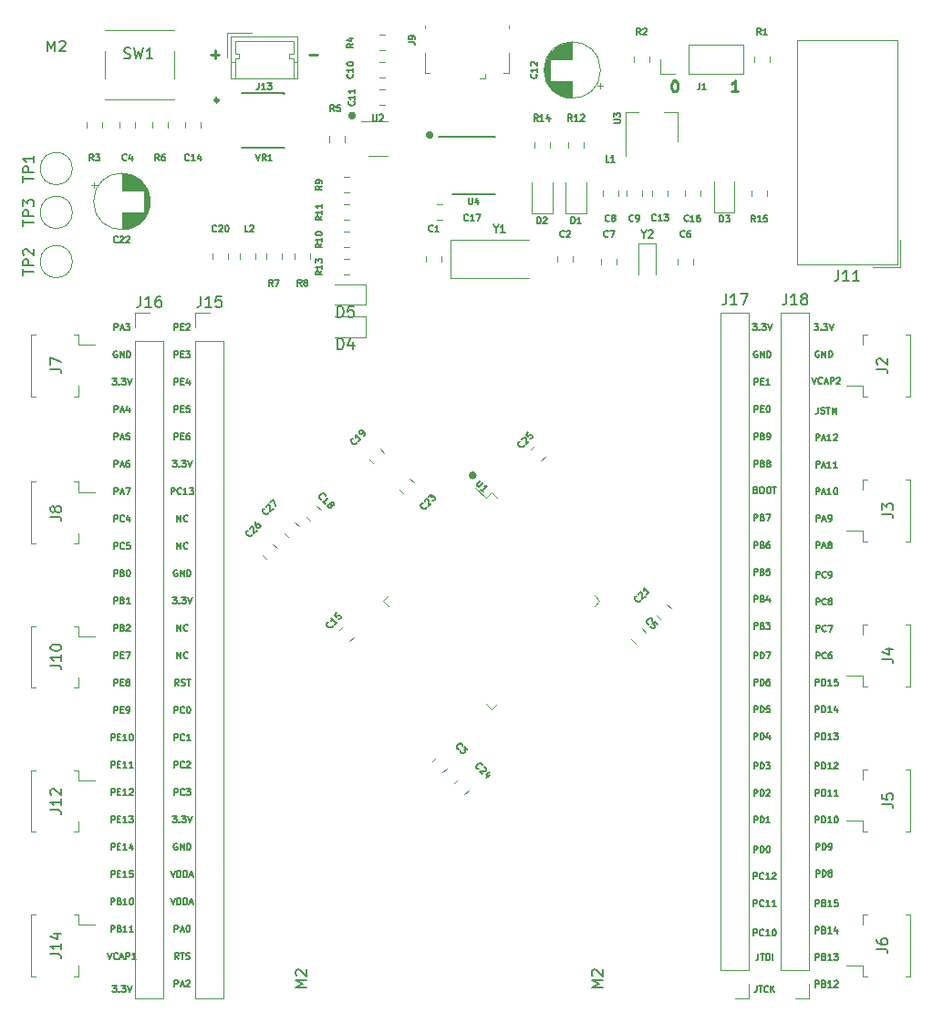
<source format=gto>
G04 #@! TF.GenerationSoftware,KiCad,Pcbnew,(5.1.5)-3*
G04 #@! TF.CreationDate,2020-04-08T17:46:41-04:00*
G04 #@! TF.ProjectId,ControlBoard,436f6e74-726f-46c4-926f-6172642e6b69,rev?*
G04 #@! TF.SameCoordinates,Original*
G04 #@! TF.FileFunction,Legend,Top*
G04 #@! TF.FilePolarity,Positive*
%FSLAX46Y46*%
G04 Gerber Fmt 4.6, Leading zero omitted, Abs format (unit mm)*
G04 Created by KiCad (PCBNEW (5.1.5)-3) date 2020-04-08 17:46:41*
%MOMM*%
%LPD*%
G04 APERTURE LIST*
%ADD10C,0.300000*%
%ADD11C,0.150000*%
%ADD12C,0.250000*%
%ADD13C,0.120000*%
%ADD14C,0.127000*%
G04 APERTURE END LIST*
D10*
X170400000Y-59600000D02*
G75*
G03X170400000Y-59600000I-200000J0D01*
G01*
X177600000Y-61400000D02*
G75*
G03X177600000Y-61400000I-200000J0D01*
G01*
X181600000Y-93000000D02*
G75*
G03X181600000Y-93000000I-200000J0D01*
G01*
D11*
X213221428Y-140521428D02*
X213221428Y-139921428D01*
X213450000Y-139921428D01*
X213507142Y-139950000D01*
X213535714Y-139978571D01*
X213564285Y-140035714D01*
X213564285Y-140121428D01*
X213535714Y-140178571D01*
X213507142Y-140207142D01*
X213450000Y-140235714D01*
X213221428Y-140235714D01*
X214021428Y-140207142D02*
X214107142Y-140235714D01*
X214135714Y-140264285D01*
X214164285Y-140321428D01*
X214164285Y-140407142D01*
X214135714Y-140464285D01*
X214107142Y-140492857D01*
X214050000Y-140521428D01*
X213821428Y-140521428D01*
X213821428Y-139921428D01*
X214021428Y-139921428D01*
X214078571Y-139950000D01*
X214107142Y-139978571D01*
X214135714Y-140035714D01*
X214135714Y-140092857D01*
X214107142Y-140150000D01*
X214078571Y-140178571D01*
X214021428Y-140207142D01*
X213821428Y-140207142D01*
X214735714Y-140521428D02*
X214392857Y-140521428D01*
X214564285Y-140521428D02*
X214564285Y-139921428D01*
X214507142Y-140007142D01*
X214450000Y-140064285D01*
X214392857Y-140092857D01*
X214964285Y-139978571D02*
X214992857Y-139950000D01*
X215050000Y-139921428D01*
X215192857Y-139921428D01*
X215250000Y-139950000D01*
X215278571Y-139978571D01*
X215307142Y-140035714D01*
X215307142Y-140092857D01*
X215278571Y-140178571D01*
X214935714Y-140521428D01*
X215307142Y-140521428D01*
X213221428Y-138021428D02*
X213221428Y-137421428D01*
X213450000Y-137421428D01*
X213507142Y-137450000D01*
X213535714Y-137478571D01*
X213564285Y-137535714D01*
X213564285Y-137621428D01*
X213535714Y-137678571D01*
X213507142Y-137707142D01*
X213450000Y-137735714D01*
X213221428Y-137735714D01*
X214021428Y-137707142D02*
X214107142Y-137735714D01*
X214135714Y-137764285D01*
X214164285Y-137821428D01*
X214164285Y-137907142D01*
X214135714Y-137964285D01*
X214107142Y-137992857D01*
X214050000Y-138021428D01*
X213821428Y-138021428D01*
X213821428Y-137421428D01*
X214021428Y-137421428D01*
X214078571Y-137450000D01*
X214107142Y-137478571D01*
X214135714Y-137535714D01*
X214135714Y-137592857D01*
X214107142Y-137650000D01*
X214078571Y-137678571D01*
X214021428Y-137707142D01*
X213821428Y-137707142D01*
X214735714Y-138021428D02*
X214392857Y-138021428D01*
X214564285Y-138021428D02*
X214564285Y-137421428D01*
X214507142Y-137507142D01*
X214450000Y-137564285D01*
X214392857Y-137592857D01*
X214935714Y-137421428D02*
X215307142Y-137421428D01*
X215107142Y-137650000D01*
X215192857Y-137650000D01*
X215250000Y-137678571D01*
X215278571Y-137707142D01*
X215307142Y-137764285D01*
X215307142Y-137907142D01*
X215278571Y-137964285D01*
X215250000Y-137992857D01*
X215192857Y-138021428D01*
X215021428Y-138021428D01*
X214964285Y-137992857D01*
X214935714Y-137964285D01*
X213221428Y-135521428D02*
X213221428Y-134921428D01*
X213450000Y-134921428D01*
X213507142Y-134950000D01*
X213535714Y-134978571D01*
X213564285Y-135035714D01*
X213564285Y-135121428D01*
X213535714Y-135178571D01*
X213507142Y-135207142D01*
X213450000Y-135235714D01*
X213221428Y-135235714D01*
X214021428Y-135207142D02*
X214107142Y-135235714D01*
X214135714Y-135264285D01*
X214164285Y-135321428D01*
X214164285Y-135407142D01*
X214135714Y-135464285D01*
X214107142Y-135492857D01*
X214050000Y-135521428D01*
X213821428Y-135521428D01*
X213821428Y-134921428D01*
X214021428Y-134921428D01*
X214078571Y-134950000D01*
X214107142Y-134978571D01*
X214135714Y-135035714D01*
X214135714Y-135092857D01*
X214107142Y-135150000D01*
X214078571Y-135178571D01*
X214021428Y-135207142D01*
X213821428Y-135207142D01*
X214735714Y-135521428D02*
X214392857Y-135521428D01*
X214564285Y-135521428D02*
X214564285Y-134921428D01*
X214507142Y-135007142D01*
X214450000Y-135064285D01*
X214392857Y-135092857D01*
X215250000Y-135121428D02*
X215250000Y-135521428D01*
X215107142Y-134892857D02*
X214964285Y-135321428D01*
X215335714Y-135321428D01*
X213221428Y-133021428D02*
X213221428Y-132421428D01*
X213450000Y-132421428D01*
X213507142Y-132450000D01*
X213535714Y-132478571D01*
X213564285Y-132535714D01*
X213564285Y-132621428D01*
X213535714Y-132678571D01*
X213507142Y-132707142D01*
X213450000Y-132735714D01*
X213221428Y-132735714D01*
X214021428Y-132707142D02*
X214107142Y-132735714D01*
X214135714Y-132764285D01*
X214164285Y-132821428D01*
X214164285Y-132907142D01*
X214135714Y-132964285D01*
X214107142Y-132992857D01*
X214050000Y-133021428D01*
X213821428Y-133021428D01*
X213821428Y-132421428D01*
X214021428Y-132421428D01*
X214078571Y-132450000D01*
X214107142Y-132478571D01*
X214135714Y-132535714D01*
X214135714Y-132592857D01*
X214107142Y-132650000D01*
X214078571Y-132678571D01*
X214021428Y-132707142D01*
X213821428Y-132707142D01*
X214735714Y-133021428D02*
X214392857Y-133021428D01*
X214564285Y-133021428D02*
X214564285Y-132421428D01*
X214507142Y-132507142D01*
X214450000Y-132564285D01*
X214392857Y-132592857D01*
X215278571Y-132421428D02*
X214992857Y-132421428D01*
X214964285Y-132707142D01*
X214992857Y-132678571D01*
X215050000Y-132650000D01*
X215192857Y-132650000D01*
X215250000Y-132678571D01*
X215278571Y-132707142D01*
X215307142Y-132764285D01*
X215307142Y-132907142D01*
X215278571Y-132964285D01*
X215250000Y-132992857D01*
X215192857Y-133021428D01*
X215050000Y-133021428D01*
X214992857Y-132992857D01*
X214964285Y-132964285D01*
X213257142Y-130271428D02*
X213257142Y-129671428D01*
X213485714Y-129671428D01*
X213542857Y-129700000D01*
X213571428Y-129728571D01*
X213600000Y-129785714D01*
X213600000Y-129871428D01*
X213571428Y-129928571D01*
X213542857Y-129957142D01*
X213485714Y-129985714D01*
X213257142Y-129985714D01*
X213857142Y-130271428D02*
X213857142Y-129671428D01*
X214000000Y-129671428D01*
X214085714Y-129700000D01*
X214142857Y-129757142D01*
X214171428Y-129814285D01*
X214200000Y-129928571D01*
X214200000Y-130014285D01*
X214171428Y-130128571D01*
X214142857Y-130185714D01*
X214085714Y-130242857D01*
X214000000Y-130271428D01*
X213857142Y-130271428D01*
X214542857Y-129928571D02*
X214485714Y-129900000D01*
X214457142Y-129871428D01*
X214428571Y-129814285D01*
X214428571Y-129785714D01*
X214457142Y-129728571D01*
X214485714Y-129700000D01*
X214542857Y-129671428D01*
X214657142Y-129671428D01*
X214714285Y-129700000D01*
X214742857Y-129728571D01*
X214771428Y-129785714D01*
X214771428Y-129814285D01*
X214742857Y-129871428D01*
X214714285Y-129900000D01*
X214657142Y-129928571D01*
X214542857Y-129928571D01*
X214485714Y-129957142D01*
X214457142Y-129985714D01*
X214428571Y-130042857D01*
X214428571Y-130157142D01*
X214457142Y-130214285D01*
X214485714Y-130242857D01*
X214542857Y-130271428D01*
X214657142Y-130271428D01*
X214714285Y-130242857D01*
X214742857Y-130214285D01*
X214771428Y-130157142D01*
X214771428Y-130042857D01*
X214742857Y-129985714D01*
X214714285Y-129957142D01*
X214657142Y-129928571D01*
X213257142Y-127771428D02*
X213257142Y-127171428D01*
X213485714Y-127171428D01*
X213542857Y-127200000D01*
X213571428Y-127228571D01*
X213600000Y-127285714D01*
X213600000Y-127371428D01*
X213571428Y-127428571D01*
X213542857Y-127457142D01*
X213485714Y-127485714D01*
X213257142Y-127485714D01*
X213857142Y-127771428D02*
X213857142Y-127171428D01*
X214000000Y-127171428D01*
X214085714Y-127200000D01*
X214142857Y-127257142D01*
X214171428Y-127314285D01*
X214200000Y-127428571D01*
X214200000Y-127514285D01*
X214171428Y-127628571D01*
X214142857Y-127685714D01*
X214085714Y-127742857D01*
X214000000Y-127771428D01*
X213857142Y-127771428D01*
X214485714Y-127771428D02*
X214600000Y-127771428D01*
X214657142Y-127742857D01*
X214685714Y-127714285D01*
X214742857Y-127628571D01*
X214771428Y-127514285D01*
X214771428Y-127285714D01*
X214742857Y-127228571D01*
X214714285Y-127200000D01*
X214657142Y-127171428D01*
X214542857Y-127171428D01*
X214485714Y-127200000D01*
X214457142Y-127228571D01*
X214428571Y-127285714D01*
X214428571Y-127428571D01*
X214457142Y-127485714D01*
X214485714Y-127514285D01*
X214542857Y-127542857D01*
X214657142Y-127542857D01*
X214714285Y-127514285D01*
X214742857Y-127485714D01*
X214771428Y-127428571D01*
X213221428Y-125271428D02*
X213221428Y-124671428D01*
X213450000Y-124671428D01*
X213507142Y-124700000D01*
X213535714Y-124728571D01*
X213564285Y-124785714D01*
X213564285Y-124871428D01*
X213535714Y-124928571D01*
X213507142Y-124957142D01*
X213450000Y-124985714D01*
X213221428Y-124985714D01*
X213821428Y-125271428D02*
X213821428Y-124671428D01*
X213964285Y-124671428D01*
X214050000Y-124700000D01*
X214107142Y-124757142D01*
X214135714Y-124814285D01*
X214164285Y-124928571D01*
X214164285Y-125014285D01*
X214135714Y-125128571D01*
X214107142Y-125185714D01*
X214050000Y-125242857D01*
X213964285Y-125271428D01*
X213821428Y-125271428D01*
X214735714Y-125271428D02*
X214392857Y-125271428D01*
X214564285Y-125271428D02*
X214564285Y-124671428D01*
X214507142Y-124757142D01*
X214450000Y-124814285D01*
X214392857Y-124842857D01*
X215107142Y-124671428D02*
X215164285Y-124671428D01*
X215221428Y-124700000D01*
X215250000Y-124728571D01*
X215278571Y-124785714D01*
X215307142Y-124900000D01*
X215307142Y-125042857D01*
X215278571Y-125157142D01*
X215250000Y-125214285D01*
X215221428Y-125242857D01*
X215164285Y-125271428D01*
X215107142Y-125271428D01*
X215050000Y-125242857D01*
X215021428Y-125214285D01*
X214992857Y-125157142D01*
X214964285Y-125042857D01*
X214964285Y-124900000D01*
X214992857Y-124785714D01*
X215021428Y-124728571D01*
X215050000Y-124700000D01*
X215107142Y-124671428D01*
X213221428Y-122771428D02*
X213221428Y-122171428D01*
X213450000Y-122171428D01*
X213507142Y-122200000D01*
X213535714Y-122228571D01*
X213564285Y-122285714D01*
X213564285Y-122371428D01*
X213535714Y-122428571D01*
X213507142Y-122457142D01*
X213450000Y-122485714D01*
X213221428Y-122485714D01*
X213821428Y-122771428D02*
X213821428Y-122171428D01*
X213964285Y-122171428D01*
X214050000Y-122200000D01*
X214107142Y-122257142D01*
X214135714Y-122314285D01*
X214164285Y-122428571D01*
X214164285Y-122514285D01*
X214135714Y-122628571D01*
X214107142Y-122685714D01*
X214050000Y-122742857D01*
X213964285Y-122771428D01*
X213821428Y-122771428D01*
X214735714Y-122771428D02*
X214392857Y-122771428D01*
X214564285Y-122771428D02*
X214564285Y-122171428D01*
X214507142Y-122257142D01*
X214450000Y-122314285D01*
X214392857Y-122342857D01*
X215307142Y-122771428D02*
X214964285Y-122771428D01*
X215135714Y-122771428D02*
X215135714Y-122171428D01*
X215078571Y-122257142D01*
X215021428Y-122314285D01*
X214964285Y-122342857D01*
X213221428Y-120271428D02*
X213221428Y-119671428D01*
X213450000Y-119671428D01*
X213507142Y-119700000D01*
X213535714Y-119728571D01*
X213564285Y-119785714D01*
X213564285Y-119871428D01*
X213535714Y-119928571D01*
X213507142Y-119957142D01*
X213450000Y-119985714D01*
X213221428Y-119985714D01*
X213821428Y-120271428D02*
X213821428Y-119671428D01*
X213964285Y-119671428D01*
X214050000Y-119700000D01*
X214107142Y-119757142D01*
X214135714Y-119814285D01*
X214164285Y-119928571D01*
X214164285Y-120014285D01*
X214135714Y-120128571D01*
X214107142Y-120185714D01*
X214050000Y-120242857D01*
X213964285Y-120271428D01*
X213821428Y-120271428D01*
X214735714Y-120271428D02*
X214392857Y-120271428D01*
X214564285Y-120271428D02*
X214564285Y-119671428D01*
X214507142Y-119757142D01*
X214450000Y-119814285D01*
X214392857Y-119842857D01*
X214964285Y-119728571D02*
X214992857Y-119700000D01*
X215050000Y-119671428D01*
X215192857Y-119671428D01*
X215250000Y-119700000D01*
X215278571Y-119728571D01*
X215307142Y-119785714D01*
X215307142Y-119842857D01*
X215278571Y-119928571D01*
X214935714Y-120271428D01*
X215307142Y-120271428D01*
X213221428Y-117521428D02*
X213221428Y-116921428D01*
X213450000Y-116921428D01*
X213507142Y-116950000D01*
X213535714Y-116978571D01*
X213564285Y-117035714D01*
X213564285Y-117121428D01*
X213535714Y-117178571D01*
X213507142Y-117207142D01*
X213450000Y-117235714D01*
X213221428Y-117235714D01*
X213821428Y-117521428D02*
X213821428Y-116921428D01*
X213964285Y-116921428D01*
X214050000Y-116950000D01*
X214107142Y-117007142D01*
X214135714Y-117064285D01*
X214164285Y-117178571D01*
X214164285Y-117264285D01*
X214135714Y-117378571D01*
X214107142Y-117435714D01*
X214050000Y-117492857D01*
X213964285Y-117521428D01*
X213821428Y-117521428D01*
X214735714Y-117521428D02*
X214392857Y-117521428D01*
X214564285Y-117521428D02*
X214564285Y-116921428D01*
X214507142Y-117007142D01*
X214450000Y-117064285D01*
X214392857Y-117092857D01*
X214935714Y-116921428D02*
X215307142Y-116921428D01*
X215107142Y-117150000D01*
X215192857Y-117150000D01*
X215250000Y-117178571D01*
X215278571Y-117207142D01*
X215307142Y-117264285D01*
X215307142Y-117407142D01*
X215278571Y-117464285D01*
X215250000Y-117492857D01*
X215192857Y-117521428D01*
X215021428Y-117521428D01*
X214964285Y-117492857D01*
X214935714Y-117464285D01*
X213221428Y-115021428D02*
X213221428Y-114421428D01*
X213450000Y-114421428D01*
X213507142Y-114450000D01*
X213535714Y-114478571D01*
X213564285Y-114535714D01*
X213564285Y-114621428D01*
X213535714Y-114678571D01*
X213507142Y-114707142D01*
X213450000Y-114735714D01*
X213221428Y-114735714D01*
X213821428Y-115021428D02*
X213821428Y-114421428D01*
X213964285Y-114421428D01*
X214050000Y-114450000D01*
X214107142Y-114507142D01*
X214135714Y-114564285D01*
X214164285Y-114678571D01*
X214164285Y-114764285D01*
X214135714Y-114878571D01*
X214107142Y-114935714D01*
X214050000Y-114992857D01*
X213964285Y-115021428D01*
X213821428Y-115021428D01*
X214735714Y-115021428D02*
X214392857Y-115021428D01*
X214564285Y-115021428D02*
X214564285Y-114421428D01*
X214507142Y-114507142D01*
X214450000Y-114564285D01*
X214392857Y-114592857D01*
X215250000Y-114621428D02*
X215250000Y-115021428D01*
X215107142Y-114392857D02*
X214964285Y-114821428D01*
X215335714Y-114821428D01*
X213221428Y-112521428D02*
X213221428Y-111921428D01*
X213450000Y-111921428D01*
X213507142Y-111950000D01*
X213535714Y-111978571D01*
X213564285Y-112035714D01*
X213564285Y-112121428D01*
X213535714Y-112178571D01*
X213507142Y-112207142D01*
X213450000Y-112235714D01*
X213221428Y-112235714D01*
X213821428Y-112521428D02*
X213821428Y-111921428D01*
X213964285Y-111921428D01*
X214050000Y-111950000D01*
X214107142Y-112007142D01*
X214135714Y-112064285D01*
X214164285Y-112178571D01*
X214164285Y-112264285D01*
X214135714Y-112378571D01*
X214107142Y-112435714D01*
X214050000Y-112492857D01*
X213964285Y-112521428D01*
X213821428Y-112521428D01*
X214735714Y-112521428D02*
X214392857Y-112521428D01*
X214564285Y-112521428D02*
X214564285Y-111921428D01*
X214507142Y-112007142D01*
X214450000Y-112064285D01*
X214392857Y-112092857D01*
X215278571Y-111921428D02*
X214992857Y-111921428D01*
X214964285Y-112207142D01*
X214992857Y-112178571D01*
X215050000Y-112150000D01*
X215192857Y-112150000D01*
X215250000Y-112178571D01*
X215278571Y-112207142D01*
X215307142Y-112264285D01*
X215307142Y-112407142D01*
X215278571Y-112464285D01*
X215250000Y-112492857D01*
X215192857Y-112521428D01*
X215050000Y-112521428D01*
X214992857Y-112492857D01*
X214964285Y-112464285D01*
X213257142Y-110021428D02*
X213257142Y-109421428D01*
X213485714Y-109421428D01*
X213542857Y-109450000D01*
X213571428Y-109478571D01*
X213600000Y-109535714D01*
X213600000Y-109621428D01*
X213571428Y-109678571D01*
X213542857Y-109707142D01*
X213485714Y-109735714D01*
X213257142Y-109735714D01*
X214200000Y-109964285D02*
X214171428Y-109992857D01*
X214085714Y-110021428D01*
X214028571Y-110021428D01*
X213942857Y-109992857D01*
X213885714Y-109935714D01*
X213857142Y-109878571D01*
X213828571Y-109764285D01*
X213828571Y-109678571D01*
X213857142Y-109564285D01*
X213885714Y-109507142D01*
X213942857Y-109450000D01*
X214028571Y-109421428D01*
X214085714Y-109421428D01*
X214171428Y-109450000D01*
X214200000Y-109478571D01*
X214714285Y-109421428D02*
X214600000Y-109421428D01*
X214542857Y-109450000D01*
X214514285Y-109478571D01*
X214457142Y-109564285D01*
X214428571Y-109678571D01*
X214428571Y-109907142D01*
X214457142Y-109964285D01*
X214485714Y-109992857D01*
X214542857Y-110021428D01*
X214657142Y-110021428D01*
X214714285Y-109992857D01*
X214742857Y-109964285D01*
X214771428Y-109907142D01*
X214771428Y-109764285D01*
X214742857Y-109707142D01*
X214714285Y-109678571D01*
X214657142Y-109650000D01*
X214542857Y-109650000D01*
X214485714Y-109678571D01*
X214457142Y-109707142D01*
X214428571Y-109764285D01*
X213257142Y-107521428D02*
X213257142Y-106921428D01*
X213485714Y-106921428D01*
X213542857Y-106950000D01*
X213571428Y-106978571D01*
X213600000Y-107035714D01*
X213600000Y-107121428D01*
X213571428Y-107178571D01*
X213542857Y-107207142D01*
X213485714Y-107235714D01*
X213257142Y-107235714D01*
X214200000Y-107464285D02*
X214171428Y-107492857D01*
X214085714Y-107521428D01*
X214028571Y-107521428D01*
X213942857Y-107492857D01*
X213885714Y-107435714D01*
X213857142Y-107378571D01*
X213828571Y-107264285D01*
X213828571Y-107178571D01*
X213857142Y-107064285D01*
X213885714Y-107007142D01*
X213942857Y-106950000D01*
X214028571Y-106921428D01*
X214085714Y-106921428D01*
X214171428Y-106950000D01*
X214200000Y-106978571D01*
X214400000Y-106921428D02*
X214800000Y-106921428D01*
X214542857Y-107521428D01*
X213257142Y-105021428D02*
X213257142Y-104421428D01*
X213485714Y-104421428D01*
X213542857Y-104450000D01*
X213571428Y-104478571D01*
X213600000Y-104535714D01*
X213600000Y-104621428D01*
X213571428Y-104678571D01*
X213542857Y-104707142D01*
X213485714Y-104735714D01*
X213257142Y-104735714D01*
X214200000Y-104964285D02*
X214171428Y-104992857D01*
X214085714Y-105021428D01*
X214028571Y-105021428D01*
X213942857Y-104992857D01*
X213885714Y-104935714D01*
X213857142Y-104878571D01*
X213828571Y-104764285D01*
X213828571Y-104678571D01*
X213857142Y-104564285D01*
X213885714Y-104507142D01*
X213942857Y-104450000D01*
X214028571Y-104421428D01*
X214085714Y-104421428D01*
X214171428Y-104450000D01*
X214200000Y-104478571D01*
X214542857Y-104678571D02*
X214485714Y-104650000D01*
X214457142Y-104621428D01*
X214428571Y-104564285D01*
X214428571Y-104535714D01*
X214457142Y-104478571D01*
X214485714Y-104450000D01*
X214542857Y-104421428D01*
X214657142Y-104421428D01*
X214714285Y-104450000D01*
X214742857Y-104478571D01*
X214771428Y-104535714D01*
X214771428Y-104564285D01*
X214742857Y-104621428D01*
X214714285Y-104650000D01*
X214657142Y-104678571D01*
X214542857Y-104678571D01*
X214485714Y-104707142D01*
X214457142Y-104735714D01*
X214428571Y-104792857D01*
X214428571Y-104907142D01*
X214457142Y-104964285D01*
X214485714Y-104992857D01*
X214542857Y-105021428D01*
X214657142Y-105021428D01*
X214714285Y-104992857D01*
X214742857Y-104964285D01*
X214771428Y-104907142D01*
X214771428Y-104792857D01*
X214742857Y-104735714D01*
X214714285Y-104707142D01*
X214657142Y-104678571D01*
X213257142Y-102521428D02*
X213257142Y-101921428D01*
X213485714Y-101921428D01*
X213542857Y-101950000D01*
X213571428Y-101978571D01*
X213600000Y-102035714D01*
X213600000Y-102121428D01*
X213571428Y-102178571D01*
X213542857Y-102207142D01*
X213485714Y-102235714D01*
X213257142Y-102235714D01*
X214200000Y-102464285D02*
X214171428Y-102492857D01*
X214085714Y-102521428D01*
X214028571Y-102521428D01*
X213942857Y-102492857D01*
X213885714Y-102435714D01*
X213857142Y-102378571D01*
X213828571Y-102264285D01*
X213828571Y-102178571D01*
X213857142Y-102064285D01*
X213885714Y-102007142D01*
X213942857Y-101950000D01*
X214028571Y-101921428D01*
X214085714Y-101921428D01*
X214171428Y-101950000D01*
X214200000Y-101978571D01*
X214485714Y-102521428D02*
X214600000Y-102521428D01*
X214657142Y-102492857D01*
X214685714Y-102464285D01*
X214742857Y-102378571D01*
X214771428Y-102264285D01*
X214771428Y-102035714D01*
X214742857Y-101978571D01*
X214714285Y-101950000D01*
X214657142Y-101921428D01*
X214542857Y-101921428D01*
X214485714Y-101950000D01*
X214457142Y-101978571D01*
X214428571Y-102035714D01*
X214428571Y-102178571D01*
X214457142Y-102235714D01*
X214485714Y-102264285D01*
X214542857Y-102292857D01*
X214657142Y-102292857D01*
X214714285Y-102264285D01*
X214742857Y-102235714D01*
X214771428Y-102178571D01*
X213300000Y-99771428D02*
X213300000Y-99171428D01*
X213528571Y-99171428D01*
X213585714Y-99200000D01*
X213614285Y-99228571D01*
X213642857Y-99285714D01*
X213642857Y-99371428D01*
X213614285Y-99428571D01*
X213585714Y-99457142D01*
X213528571Y-99485714D01*
X213300000Y-99485714D01*
X213871428Y-99600000D02*
X214157142Y-99600000D01*
X213814285Y-99771428D02*
X214014285Y-99171428D01*
X214214285Y-99771428D01*
X214500000Y-99428571D02*
X214442857Y-99400000D01*
X214414285Y-99371428D01*
X214385714Y-99314285D01*
X214385714Y-99285714D01*
X214414285Y-99228571D01*
X214442857Y-99200000D01*
X214500000Y-99171428D01*
X214614285Y-99171428D01*
X214671428Y-99200000D01*
X214700000Y-99228571D01*
X214728571Y-99285714D01*
X214728571Y-99314285D01*
X214700000Y-99371428D01*
X214671428Y-99400000D01*
X214614285Y-99428571D01*
X214500000Y-99428571D01*
X214442857Y-99457142D01*
X214414285Y-99485714D01*
X214385714Y-99542857D01*
X214385714Y-99657142D01*
X214414285Y-99714285D01*
X214442857Y-99742857D01*
X214500000Y-99771428D01*
X214614285Y-99771428D01*
X214671428Y-99742857D01*
X214700000Y-99714285D01*
X214728571Y-99657142D01*
X214728571Y-99542857D01*
X214700000Y-99485714D01*
X214671428Y-99457142D01*
X214614285Y-99428571D01*
X213300000Y-97271428D02*
X213300000Y-96671428D01*
X213528571Y-96671428D01*
X213585714Y-96700000D01*
X213614285Y-96728571D01*
X213642857Y-96785714D01*
X213642857Y-96871428D01*
X213614285Y-96928571D01*
X213585714Y-96957142D01*
X213528571Y-96985714D01*
X213300000Y-96985714D01*
X213871428Y-97100000D02*
X214157142Y-97100000D01*
X213814285Y-97271428D02*
X214014285Y-96671428D01*
X214214285Y-97271428D01*
X214442857Y-97271428D02*
X214557142Y-97271428D01*
X214614285Y-97242857D01*
X214642857Y-97214285D01*
X214700000Y-97128571D01*
X214728571Y-97014285D01*
X214728571Y-96785714D01*
X214700000Y-96728571D01*
X214671428Y-96700000D01*
X214614285Y-96671428D01*
X214500000Y-96671428D01*
X214442857Y-96700000D01*
X214414285Y-96728571D01*
X214385714Y-96785714D01*
X214385714Y-96928571D01*
X214414285Y-96985714D01*
X214442857Y-97014285D01*
X214500000Y-97042857D01*
X214614285Y-97042857D01*
X214671428Y-97014285D01*
X214700000Y-96985714D01*
X214728571Y-96928571D01*
X213264285Y-94771428D02*
X213264285Y-94171428D01*
X213492857Y-94171428D01*
X213550000Y-94200000D01*
X213578571Y-94228571D01*
X213607142Y-94285714D01*
X213607142Y-94371428D01*
X213578571Y-94428571D01*
X213550000Y-94457142D01*
X213492857Y-94485714D01*
X213264285Y-94485714D01*
X213835714Y-94600000D02*
X214121428Y-94600000D01*
X213778571Y-94771428D02*
X213978571Y-94171428D01*
X214178571Y-94771428D01*
X214692857Y-94771428D02*
X214350000Y-94771428D01*
X214521428Y-94771428D02*
X214521428Y-94171428D01*
X214464285Y-94257142D01*
X214407142Y-94314285D01*
X214350000Y-94342857D01*
X215064285Y-94171428D02*
X215121428Y-94171428D01*
X215178571Y-94200000D01*
X215207142Y-94228571D01*
X215235714Y-94285714D01*
X215264285Y-94400000D01*
X215264285Y-94542857D01*
X215235714Y-94657142D01*
X215207142Y-94714285D01*
X215178571Y-94742857D01*
X215121428Y-94771428D01*
X215064285Y-94771428D01*
X215007142Y-94742857D01*
X214978571Y-94714285D01*
X214950000Y-94657142D01*
X214921428Y-94542857D01*
X214921428Y-94400000D01*
X214950000Y-94285714D01*
X214978571Y-94228571D01*
X215007142Y-94200000D01*
X215064285Y-94171428D01*
X213264285Y-92271428D02*
X213264285Y-91671428D01*
X213492857Y-91671428D01*
X213550000Y-91700000D01*
X213578571Y-91728571D01*
X213607142Y-91785714D01*
X213607142Y-91871428D01*
X213578571Y-91928571D01*
X213550000Y-91957142D01*
X213492857Y-91985714D01*
X213264285Y-91985714D01*
X213835714Y-92100000D02*
X214121428Y-92100000D01*
X213778571Y-92271428D02*
X213978571Y-91671428D01*
X214178571Y-92271428D01*
X214692857Y-92271428D02*
X214350000Y-92271428D01*
X214521428Y-92271428D02*
X214521428Y-91671428D01*
X214464285Y-91757142D01*
X214407142Y-91814285D01*
X214350000Y-91842857D01*
X215264285Y-92271428D02*
X214921428Y-92271428D01*
X215092857Y-92271428D02*
X215092857Y-91671428D01*
X215035714Y-91757142D01*
X214978571Y-91814285D01*
X214921428Y-91842857D01*
X213264285Y-89771428D02*
X213264285Y-89171428D01*
X213492857Y-89171428D01*
X213550000Y-89200000D01*
X213578571Y-89228571D01*
X213607142Y-89285714D01*
X213607142Y-89371428D01*
X213578571Y-89428571D01*
X213550000Y-89457142D01*
X213492857Y-89485714D01*
X213264285Y-89485714D01*
X213835714Y-89600000D02*
X214121428Y-89600000D01*
X213778571Y-89771428D02*
X213978571Y-89171428D01*
X214178571Y-89771428D01*
X214692857Y-89771428D02*
X214350000Y-89771428D01*
X214521428Y-89771428D02*
X214521428Y-89171428D01*
X214464285Y-89257142D01*
X214407142Y-89314285D01*
X214350000Y-89342857D01*
X214921428Y-89228571D02*
X214950000Y-89200000D01*
X215007142Y-89171428D01*
X215150000Y-89171428D01*
X215207142Y-89200000D01*
X215235714Y-89228571D01*
X215264285Y-89285714D01*
X215264285Y-89342857D01*
X215235714Y-89428571D01*
X214892857Y-89771428D01*
X215264285Y-89771428D01*
X213478571Y-86671428D02*
X213478571Y-87100000D01*
X213450000Y-87185714D01*
X213392857Y-87242857D01*
X213307142Y-87271428D01*
X213250000Y-87271428D01*
X213735714Y-87242857D02*
X213821428Y-87271428D01*
X213964285Y-87271428D01*
X214021428Y-87242857D01*
X214050000Y-87214285D01*
X214078571Y-87157142D01*
X214078571Y-87100000D01*
X214050000Y-87042857D01*
X214021428Y-87014285D01*
X213964285Y-86985714D01*
X213850000Y-86957142D01*
X213792857Y-86928571D01*
X213764285Y-86900000D01*
X213735714Y-86842857D01*
X213735714Y-86785714D01*
X213764285Y-86728571D01*
X213792857Y-86700000D01*
X213850000Y-86671428D01*
X213992857Y-86671428D01*
X214078571Y-86700000D01*
X214250000Y-86671428D02*
X214592857Y-86671428D01*
X214421428Y-87271428D02*
X214421428Y-86671428D01*
X214792857Y-87271428D02*
X214792857Y-86671428D01*
X214992857Y-87100000D01*
X215192857Y-86671428D01*
X215192857Y-87271428D01*
X212907142Y-83921428D02*
X213107142Y-84521428D01*
X213307142Y-83921428D01*
X213850000Y-84464285D02*
X213821428Y-84492857D01*
X213735714Y-84521428D01*
X213678571Y-84521428D01*
X213592857Y-84492857D01*
X213535714Y-84435714D01*
X213507142Y-84378571D01*
X213478571Y-84264285D01*
X213478571Y-84178571D01*
X213507142Y-84064285D01*
X213535714Y-84007142D01*
X213592857Y-83950000D01*
X213678571Y-83921428D01*
X213735714Y-83921428D01*
X213821428Y-83950000D01*
X213850000Y-83978571D01*
X214078571Y-84350000D02*
X214364285Y-84350000D01*
X214021428Y-84521428D02*
X214221428Y-83921428D01*
X214421428Y-84521428D01*
X214621428Y-84521428D02*
X214621428Y-83921428D01*
X214850000Y-83921428D01*
X214907142Y-83950000D01*
X214935714Y-83978571D01*
X214964285Y-84035714D01*
X214964285Y-84121428D01*
X214935714Y-84178571D01*
X214907142Y-84207142D01*
X214850000Y-84235714D01*
X214621428Y-84235714D01*
X215192857Y-83978571D02*
X215221428Y-83950000D01*
X215278571Y-83921428D01*
X215421428Y-83921428D01*
X215478571Y-83950000D01*
X215507142Y-83978571D01*
X215535714Y-84035714D01*
X215535714Y-84092857D01*
X215507142Y-84178571D01*
X215164285Y-84521428D01*
X215535714Y-84521428D01*
X213542857Y-81450000D02*
X213485714Y-81421428D01*
X213400000Y-81421428D01*
X213314285Y-81450000D01*
X213257142Y-81507142D01*
X213228571Y-81564285D01*
X213200000Y-81678571D01*
X213200000Y-81764285D01*
X213228571Y-81878571D01*
X213257142Y-81935714D01*
X213314285Y-81992857D01*
X213400000Y-82021428D01*
X213457142Y-82021428D01*
X213542857Y-81992857D01*
X213571428Y-81964285D01*
X213571428Y-81764285D01*
X213457142Y-81764285D01*
X213828571Y-82021428D02*
X213828571Y-81421428D01*
X214171428Y-82021428D01*
X214171428Y-81421428D01*
X214457142Y-82021428D02*
X214457142Y-81421428D01*
X214600000Y-81421428D01*
X214685714Y-81450000D01*
X214742857Y-81507142D01*
X214771428Y-81564285D01*
X214800000Y-81678571D01*
X214800000Y-81764285D01*
X214771428Y-81878571D01*
X214742857Y-81935714D01*
X214685714Y-81992857D01*
X214600000Y-82021428D01*
X214457142Y-82021428D01*
X213114285Y-78921428D02*
X213485714Y-78921428D01*
X213285714Y-79150000D01*
X213371428Y-79150000D01*
X213428571Y-79178571D01*
X213457142Y-79207142D01*
X213485714Y-79264285D01*
X213485714Y-79407142D01*
X213457142Y-79464285D01*
X213428571Y-79492857D01*
X213371428Y-79521428D01*
X213200000Y-79521428D01*
X213142857Y-79492857D01*
X213114285Y-79464285D01*
X213742857Y-79464285D02*
X213771428Y-79492857D01*
X213742857Y-79521428D01*
X213714285Y-79492857D01*
X213742857Y-79464285D01*
X213742857Y-79521428D01*
X213971428Y-78921428D02*
X214342857Y-78921428D01*
X214142857Y-79150000D01*
X214228571Y-79150000D01*
X214285714Y-79178571D01*
X214314285Y-79207142D01*
X214342857Y-79264285D01*
X214342857Y-79407142D01*
X214314285Y-79464285D01*
X214285714Y-79492857D01*
X214228571Y-79521428D01*
X214057142Y-79521428D01*
X214000000Y-79492857D01*
X213971428Y-79464285D01*
X214514285Y-78921428D02*
X214714285Y-79521428D01*
X214914285Y-78921428D01*
X207757142Y-140421428D02*
X207757142Y-140850000D01*
X207728571Y-140935714D01*
X207671428Y-140992857D01*
X207585714Y-141021428D01*
X207528571Y-141021428D01*
X207957142Y-140421428D02*
X208300000Y-140421428D01*
X208128571Y-141021428D02*
X208128571Y-140421428D01*
X208842857Y-140964285D02*
X208814285Y-140992857D01*
X208728571Y-141021428D01*
X208671428Y-141021428D01*
X208585714Y-140992857D01*
X208528571Y-140935714D01*
X208500000Y-140878571D01*
X208471428Y-140764285D01*
X208471428Y-140678571D01*
X208500000Y-140564285D01*
X208528571Y-140507142D01*
X208585714Y-140450000D01*
X208671428Y-140421428D01*
X208728571Y-140421428D01*
X208814285Y-140450000D01*
X208842857Y-140478571D01*
X209100000Y-141021428D02*
X209100000Y-140421428D01*
X209442857Y-141021428D02*
X209185714Y-140678571D01*
X209442857Y-140421428D02*
X209100000Y-140764285D01*
X207914285Y-137421428D02*
X207914285Y-137850000D01*
X207885714Y-137935714D01*
X207828571Y-137992857D01*
X207742857Y-138021428D01*
X207685714Y-138021428D01*
X208114285Y-137421428D02*
X208457142Y-137421428D01*
X208285714Y-138021428D02*
X208285714Y-137421428D01*
X208657142Y-138021428D02*
X208657142Y-137421428D01*
X208800000Y-137421428D01*
X208885714Y-137450000D01*
X208942857Y-137507142D01*
X208971428Y-137564285D01*
X209000000Y-137678571D01*
X209000000Y-137764285D01*
X208971428Y-137878571D01*
X208942857Y-137935714D01*
X208885714Y-137992857D01*
X208800000Y-138021428D01*
X208657142Y-138021428D01*
X209257142Y-138021428D02*
X209257142Y-137421428D01*
X207471428Y-135771428D02*
X207471428Y-135171428D01*
X207700000Y-135171428D01*
X207757142Y-135200000D01*
X207785714Y-135228571D01*
X207814285Y-135285714D01*
X207814285Y-135371428D01*
X207785714Y-135428571D01*
X207757142Y-135457142D01*
X207700000Y-135485714D01*
X207471428Y-135485714D01*
X208414285Y-135714285D02*
X208385714Y-135742857D01*
X208300000Y-135771428D01*
X208242857Y-135771428D01*
X208157142Y-135742857D01*
X208100000Y-135685714D01*
X208071428Y-135628571D01*
X208042857Y-135514285D01*
X208042857Y-135428571D01*
X208071428Y-135314285D01*
X208100000Y-135257142D01*
X208157142Y-135200000D01*
X208242857Y-135171428D01*
X208300000Y-135171428D01*
X208385714Y-135200000D01*
X208414285Y-135228571D01*
X208985714Y-135771428D02*
X208642857Y-135771428D01*
X208814285Y-135771428D02*
X208814285Y-135171428D01*
X208757142Y-135257142D01*
X208700000Y-135314285D01*
X208642857Y-135342857D01*
X209357142Y-135171428D02*
X209414285Y-135171428D01*
X209471428Y-135200000D01*
X209500000Y-135228571D01*
X209528571Y-135285714D01*
X209557142Y-135400000D01*
X209557142Y-135542857D01*
X209528571Y-135657142D01*
X209500000Y-135714285D01*
X209471428Y-135742857D01*
X209414285Y-135771428D01*
X209357142Y-135771428D01*
X209300000Y-135742857D01*
X209271428Y-135714285D01*
X209242857Y-135657142D01*
X209214285Y-135542857D01*
X209214285Y-135400000D01*
X209242857Y-135285714D01*
X209271428Y-135228571D01*
X209300000Y-135200000D01*
X209357142Y-135171428D01*
X207471428Y-133021428D02*
X207471428Y-132421428D01*
X207700000Y-132421428D01*
X207757142Y-132450000D01*
X207785714Y-132478571D01*
X207814285Y-132535714D01*
X207814285Y-132621428D01*
X207785714Y-132678571D01*
X207757142Y-132707142D01*
X207700000Y-132735714D01*
X207471428Y-132735714D01*
X208414285Y-132964285D02*
X208385714Y-132992857D01*
X208300000Y-133021428D01*
X208242857Y-133021428D01*
X208157142Y-132992857D01*
X208100000Y-132935714D01*
X208071428Y-132878571D01*
X208042857Y-132764285D01*
X208042857Y-132678571D01*
X208071428Y-132564285D01*
X208100000Y-132507142D01*
X208157142Y-132450000D01*
X208242857Y-132421428D01*
X208300000Y-132421428D01*
X208385714Y-132450000D01*
X208414285Y-132478571D01*
X208985714Y-133021428D02*
X208642857Y-133021428D01*
X208814285Y-133021428D02*
X208814285Y-132421428D01*
X208757142Y-132507142D01*
X208700000Y-132564285D01*
X208642857Y-132592857D01*
X209557142Y-133021428D02*
X209214285Y-133021428D01*
X209385714Y-133021428D02*
X209385714Y-132421428D01*
X209328571Y-132507142D01*
X209271428Y-132564285D01*
X209214285Y-132592857D01*
X207471428Y-130521428D02*
X207471428Y-129921428D01*
X207700000Y-129921428D01*
X207757142Y-129950000D01*
X207785714Y-129978571D01*
X207814285Y-130035714D01*
X207814285Y-130121428D01*
X207785714Y-130178571D01*
X207757142Y-130207142D01*
X207700000Y-130235714D01*
X207471428Y-130235714D01*
X208414285Y-130464285D02*
X208385714Y-130492857D01*
X208300000Y-130521428D01*
X208242857Y-130521428D01*
X208157142Y-130492857D01*
X208100000Y-130435714D01*
X208071428Y-130378571D01*
X208042857Y-130264285D01*
X208042857Y-130178571D01*
X208071428Y-130064285D01*
X208100000Y-130007142D01*
X208157142Y-129950000D01*
X208242857Y-129921428D01*
X208300000Y-129921428D01*
X208385714Y-129950000D01*
X208414285Y-129978571D01*
X208985714Y-130521428D02*
X208642857Y-130521428D01*
X208814285Y-130521428D02*
X208814285Y-129921428D01*
X208757142Y-130007142D01*
X208700000Y-130064285D01*
X208642857Y-130092857D01*
X209214285Y-129978571D02*
X209242857Y-129950000D01*
X209300000Y-129921428D01*
X209442857Y-129921428D01*
X209500000Y-129950000D01*
X209528571Y-129978571D01*
X209557142Y-130035714D01*
X209557142Y-130092857D01*
X209528571Y-130178571D01*
X209185714Y-130521428D01*
X209557142Y-130521428D01*
X207507142Y-128021428D02*
X207507142Y-127421428D01*
X207735714Y-127421428D01*
X207792857Y-127450000D01*
X207821428Y-127478571D01*
X207850000Y-127535714D01*
X207850000Y-127621428D01*
X207821428Y-127678571D01*
X207792857Y-127707142D01*
X207735714Y-127735714D01*
X207507142Y-127735714D01*
X208107142Y-128021428D02*
X208107142Y-127421428D01*
X208250000Y-127421428D01*
X208335714Y-127450000D01*
X208392857Y-127507142D01*
X208421428Y-127564285D01*
X208450000Y-127678571D01*
X208450000Y-127764285D01*
X208421428Y-127878571D01*
X208392857Y-127935714D01*
X208335714Y-127992857D01*
X208250000Y-128021428D01*
X208107142Y-128021428D01*
X208821428Y-127421428D02*
X208878571Y-127421428D01*
X208935714Y-127450000D01*
X208964285Y-127478571D01*
X208992857Y-127535714D01*
X209021428Y-127650000D01*
X209021428Y-127792857D01*
X208992857Y-127907142D01*
X208964285Y-127964285D01*
X208935714Y-127992857D01*
X208878571Y-128021428D01*
X208821428Y-128021428D01*
X208764285Y-127992857D01*
X208735714Y-127964285D01*
X208707142Y-127907142D01*
X208678571Y-127792857D01*
X208678571Y-127650000D01*
X208707142Y-127535714D01*
X208735714Y-127478571D01*
X208764285Y-127450000D01*
X208821428Y-127421428D01*
X207507142Y-125271428D02*
X207507142Y-124671428D01*
X207735714Y-124671428D01*
X207792857Y-124700000D01*
X207821428Y-124728571D01*
X207850000Y-124785714D01*
X207850000Y-124871428D01*
X207821428Y-124928571D01*
X207792857Y-124957142D01*
X207735714Y-124985714D01*
X207507142Y-124985714D01*
X208107142Y-125271428D02*
X208107142Y-124671428D01*
X208250000Y-124671428D01*
X208335714Y-124700000D01*
X208392857Y-124757142D01*
X208421428Y-124814285D01*
X208450000Y-124928571D01*
X208450000Y-125014285D01*
X208421428Y-125128571D01*
X208392857Y-125185714D01*
X208335714Y-125242857D01*
X208250000Y-125271428D01*
X208107142Y-125271428D01*
X209021428Y-125271428D02*
X208678571Y-125271428D01*
X208850000Y-125271428D02*
X208850000Y-124671428D01*
X208792857Y-124757142D01*
X208735714Y-124814285D01*
X208678571Y-124842857D01*
X207507142Y-122771428D02*
X207507142Y-122171428D01*
X207735714Y-122171428D01*
X207792857Y-122200000D01*
X207821428Y-122228571D01*
X207850000Y-122285714D01*
X207850000Y-122371428D01*
X207821428Y-122428571D01*
X207792857Y-122457142D01*
X207735714Y-122485714D01*
X207507142Y-122485714D01*
X208107142Y-122771428D02*
X208107142Y-122171428D01*
X208250000Y-122171428D01*
X208335714Y-122200000D01*
X208392857Y-122257142D01*
X208421428Y-122314285D01*
X208450000Y-122428571D01*
X208450000Y-122514285D01*
X208421428Y-122628571D01*
X208392857Y-122685714D01*
X208335714Y-122742857D01*
X208250000Y-122771428D01*
X208107142Y-122771428D01*
X208678571Y-122228571D02*
X208707142Y-122200000D01*
X208764285Y-122171428D01*
X208907142Y-122171428D01*
X208964285Y-122200000D01*
X208992857Y-122228571D01*
X209021428Y-122285714D01*
X209021428Y-122342857D01*
X208992857Y-122428571D01*
X208650000Y-122771428D01*
X209021428Y-122771428D01*
X207507142Y-120271428D02*
X207507142Y-119671428D01*
X207735714Y-119671428D01*
X207792857Y-119700000D01*
X207821428Y-119728571D01*
X207850000Y-119785714D01*
X207850000Y-119871428D01*
X207821428Y-119928571D01*
X207792857Y-119957142D01*
X207735714Y-119985714D01*
X207507142Y-119985714D01*
X208107142Y-120271428D02*
X208107142Y-119671428D01*
X208250000Y-119671428D01*
X208335714Y-119700000D01*
X208392857Y-119757142D01*
X208421428Y-119814285D01*
X208450000Y-119928571D01*
X208450000Y-120014285D01*
X208421428Y-120128571D01*
X208392857Y-120185714D01*
X208335714Y-120242857D01*
X208250000Y-120271428D01*
X208107142Y-120271428D01*
X208650000Y-119671428D02*
X209021428Y-119671428D01*
X208821428Y-119900000D01*
X208907142Y-119900000D01*
X208964285Y-119928571D01*
X208992857Y-119957142D01*
X209021428Y-120014285D01*
X209021428Y-120157142D01*
X208992857Y-120214285D01*
X208964285Y-120242857D01*
X208907142Y-120271428D01*
X208735714Y-120271428D01*
X208678571Y-120242857D01*
X208650000Y-120214285D01*
X207507142Y-117521428D02*
X207507142Y-116921428D01*
X207735714Y-116921428D01*
X207792857Y-116950000D01*
X207821428Y-116978571D01*
X207850000Y-117035714D01*
X207850000Y-117121428D01*
X207821428Y-117178571D01*
X207792857Y-117207142D01*
X207735714Y-117235714D01*
X207507142Y-117235714D01*
X208107142Y-117521428D02*
X208107142Y-116921428D01*
X208250000Y-116921428D01*
X208335714Y-116950000D01*
X208392857Y-117007142D01*
X208421428Y-117064285D01*
X208450000Y-117178571D01*
X208450000Y-117264285D01*
X208421428Y-117378571D01*
X208392857Y-117435714D01*
X208335714Y-117492857D01*
X208250000Y-117521428D01*
X208107142Y-117521428D01*
X208964285Y-117121428D02*
X208964285Y-117521428D01*
X208821428Y-116892857D02*
X208678571Y-117321428D01*
X209050000Y-117321428D01*
X207507142Y-115021428D02*
X207507142Y-114421428D01*
X207735714Y-114421428D01*
X207792857Y-114450000D01*
X207821428Y-114478571D01*
X207850000Y-114535714D01*
X207850000Y-114621428D01*
X207821428Y-114678571D01*
X207792857Y-114707142D01*
X207735714Y-114735714D01*
X207507142Y-114735714D01*
X208107142Y-115021428D02*
X208107142Y-114421428D01*
X208250000Y-114421428D01*
X208335714Y-114450000D01*
X208392857Y-114507142D01*
X208421428Y-114564285D01*
X208450000Y-114678571D01*
X208450000Y-114764285D01*
X208421428Y-114878571D01*
X208392857Y-114935714D01*
X208335714Y-114992857D01*
X208250000Y-115021428D01*
X208107142Y-115021428D01*
X208992857Y-114421428D02*
X208707142Y-114421428D01*
X208678571Y-114707142D01*
X208707142Y-114678571D01*
X208764285Y-114650000D01*
X208907142Y-114650000D01*
X208964285Y-114678571D01*
X208992857Y-114707142D01*
X209021428Y-114764285D01*
X209021428Y-114907142D01*
X208992857Y-114964285D01*
X208964285Y-114992857D01*
X208907142Y-115021428D01*
X208764285Y-115021428D01*
X208707142Y-114992857D01*
X208678571Y-114964285D01*
X207507142Y-112521428D02*
X207507142Y-111921428D01*
X207735714Y-111921428D01*
X207792857Y-111950000D01*
X207821428Y-111978571D01*
X207850000Y-112035714D01*
X207850000Y-112121428D01*
X207821428Y-112178571D01*
X207792857Y-112207142D01*
X207735714Y-112235714D01*
X207507142Y-112235714D01*
X208107142Y-112521428D02*
X208107142Y-111921428D01*
X208250000Y-111921428D01*
X208335714Y-111950000D01*
X208392857Y-112007142D01*
X208421428Y-112064285D01*
X208450000Y-112178571D01*
X208450000Y-112264285D01*
X208421428Y-112378571D01*
X208392857Y-112435714D01*
X208335714Y-112492857D01*
X208250000Y-112521428D01*
X208107142Y-112521428D01*
X208964285Y-111921428D02*
X208850000Y-111921428D01*
X208792857Y-111950000D01*
X208764285Y-111978571D01*
X208707142Y-112064285D01*
X208678571Y-112178571D01*
X208678571Y-112407142D01*
X208707142Y-112464285D01*
X208735714Y-112492857D01*
X208792857Y-112521428D01*
X208907142Y-112521428D01*
X208964285Y-112492857D01*
X208992857Y-112464285D01*
X209021428Y-112407142D01*
X209021428Y-112264285D01*
X208992857Y-112207142D01*
X208964285Y-112178571D01*
X208907142Y-112150000D01*
X208792857Y-112150000D01*
X208735714Y-112178571D01*
X208707142Y-112207142D01*
X208678571Y-112264285D01*
X207507142Y-110021428D02*
X207507142Y-109421428D01*
X207735714Y-109421428D01*
X207792857Y-109450000D01*
X207821428Y-109478571D01*
X207850000Y-109535714D01*
X207850000Y-109621428D01*
X207821428Y-109678571D01*
X207792857Y-109707142D01*
X207735714Y-109735714D01*
X207507142Y-109735714D01*
X208107142Y-110021428D02*
X208107142Y-109421428D01*
X208250000Y-109421428D01*
X208335714Y-109450000D01*
X208392857Y-109507142D01*
X208421428Y-109564285D01*
X208450000Y-109678571D01*
X208450000Y-109764285D01*
X208421428Y-109878571D01*
X208392857Y-109935714D01*
X208335714Y-109992857D01*
X208250000Y-110021428D01*
X208107142Y-110021428D01*
X208650000Y-109421428D02*
X209050000Y-109421428D01*
X208792857Y-110021428D01*
X207507142Y-107271428D02*
X207507142Y-106671428D01*
X207735714Y-106671428D01*
X207792857Y-106700000D01*
X207821428Y-106728571D01*
X207850000Y-106785714D01*
X207850000Y-106871428D01*
X207821428Y-106928571D01*
X207792857Y-106957142D01*
X207735714Y-106985714D01*
X207507142Y-106985714D01*
X208307142Y-106957142D02*
X208392857Y-106985714D01*
X208421428Y-107014285D01*
X208450000Y-107071428D01*
X208450000Y-107157142D01*
X208421428Y-107214285D01*
X208392857Y-107242857D01*
X208335714Y-107271428D01*
X208107142Y-107271428D01*
X208107142Y-106671428D01*
X208307142Y-106671428D01*
X208364285Y-106700000D01*
X208392857Y-106728571D01*
X208421428Y-106785714D01*
X208421428Y-106842857D01*
X208392857Y-106900000D01*
X208364285Y-106928571D01*
X208307142Y-106957142D01*
X208107142Y-106957142D01*
X208650000Y-106671428D02*
X209021428Y-106671428D01*
X208821428Y-106900000D01*
X208907142Y-106900000D01*
X208964285Y-106928571D01*
X208992857Y-106957142D01*
X209021428Y-107014285D01*
X209021428Y-107157142D01*
X208992857Y-107214285D01*
X208964285Y-107242857D01*
X208907142Y-107271428D01*
X208735714Y-107271428D01*
X208678571Y-107242857D01*
X208650000Y-107214285D01*
X207507142Y-104771428D02*
X207507142Y-104171428D01*
X207735714Y-104171428D01*
X207792857Y-104200000D01*
X207821428Y-104228571D01*
X207850000Y-104285714D01*
X207850000Y-104371428D01*
X207821428Y-104428571D01*
X207792857Y-104457142D01*
X207735714Y-104485714D01*
X207507142Y-104485714D01*
X208307142Y-104457142D02*
X208392857Y-104485714D01*
X208421428Y-104514285D01*
X208450000Y-104571428D01*
X208450000Y-104657142D01*
X208421428Y-104714285D01*
X208392857Y-104742857D01*
X208335714Y-104771428D01*
X208107142Y-104771428D01*
X208107142Y-104171428D01*
X208307142Y-104171428D01*
X208364285Y-104200000D01*
X208392857Y-104228571D01*
X208421428Y-104285714D01*
X208421428Y-104342857D01*
X208392857Y-104400000D01*
X208364285Y-104428571D01*
X208307142Y-104457142D01*
X208107142Y-104457142D01*
X208964285Y-104371428D02*
X208964285Y-104771428D01*
X208821428Y-104142857D02*
X208678571Y-104571428D01*
X209050000Y-104571428D01*
X207507142Y-102271428D02*
X207507142Y-101671428D01*
X207735714Y-101671428D01*
X207792857Y-101700000D01*
X207821428Y-101728571D01*
X207850000Y-101785714D01*
X207850000Y-101871428D01*
X207821428Y-101928571D01*
X207792857Y-101957142D01*
X207735714Y-101985714D01*
X207507142Y-101985714D01*
X208307142Y-101957142D02*
X208392857Y-101985714D01*
X208421428Y-102014285D01*
X208450000Y-102071428D01*
X208450000Y-102157142D01*
X208421428Y-102214285D01*
X208392857Y-102242857D01*
X208335714Y-102271428D01*
X208107142Y-102271428D01*
X208107142Y-101671428D01*
X208307142Y-101671428D01*
X208364285Y-101700000D01*
X208392857Y-101728571D01*
X208421428Y-101785714D01*
X208421428Y-101842857D01*
X208392857Y-101900000D01*
X208364285Y-101928571D01*
X208307142Y-101957142D01*
X208107142Y-101957142D01*
X208992857Y-101671428D02*
X208707142Y-101671428D01*
X208678571Y-101957142D01*
X208707142Y-101928571D01*
X208764285Y-101900000D01*
X208907142Y-101900000D01*
X208964285Y-101928571D01*
X208992857Y-101957142D01*
X209021428Y-102014285D01*
X209021428Y-102157142D01*
X208992857Y-102214285D01*
X208964285Y-102242857D01*
X208907142Y-102271428D01*
X208764285Y-102271428D01*
X208707142Y-102242857D01*
X208678571Y-102214285D01*
X207507142Y-99771428D02*
X207507142Y-99171428D01*
X207735714Y-99171428D01*
X207792857Y-99200000D01*
X207821428Y-99228571D01*
X207850000Y-99285714D01*
X207850000Y-99371428D01*
X207821428Y-99428571D01*
X207792857Y-99457142D01*
X207735714Y-99485714D01*
X207507142Y-99485714D01*
X208307142Y-99457142D02*
X208392857Y-99485714D01*
X208421428Y-99514285D01*
X208450000Y-99571428D01*
X208450000Y-99657142D01*
X208421428Y-99714285D01*
X208392857Y-99742857D01*
X208335714Y-99771428D01*
X208107142Y-99771428D01*
X208107142Y-99171428D01*
X208307142Y-99171428D01*
X208364285Y-99200000D01*
X208392857Y-99228571D01*
X208421428Y-99285714D01*
X208421428Y-99342857D01*
X208392857Y-99400000D01*
X208364285Y-99428571D01*
X208307142Y-99457142D01*
X208107142Y-99457142D01*
X208964285Y-99171428D02*
X208850000Y-99171428D01*
X208792857Y-99200000D01*
X208764285Y-99228571D01*
X208707142Y-99314285D01*
X208678571Y-99428571D01*
X208678571Y-99657142D01*
X208707142Y-99714285D01*
X208735714Y-99742857D01*
X208792857Y-99771428D01*
X208907142Y-99771428D01*
X208964285Y-99742857D01*
X208992857Y-99714285D01*
X209021428Y-99657142D01*
X209021428Y-99514285D01*
X208992857Y-99457142D01*
X208964285Y-99428571D01*
X208907142Y-99400000D01*
X208792857Y-99400000D01*
X208735714Y-99428571D01*
X208707142Y-99457142D01*
X208678571Y-99514285D01*
X207507142Y-97218148D02*
X207507142Y-96618148D01*
X207735714Y-96618148D01*
X207792857Y-96646720D01*
X207821428Y-96675291D01*
X207850000Y-96732434D01*
X207850000Y-96818148D01*
X207821428Y-96875291D01*
X207792857Y-96903862D01*
X207735714Y-96932434D01*
X207507142Y-96932434D01*
X208307142Y-96903862D02*
X208392857Y-96932434D01*
X208421428Y-96961005D01*
X208450000Y-97018148D01*
X208450000Y-97103862D01*
X208421428Y-97161005D01*
X208392857Y-97189577D01*
X208335714Y-97218148D01*
X208107142Y-97218148D01*
X208107142Y-96618148D01*
X208307142Y-96618148D01*
X208364285Y-96646720D01*
X208392857Y-96675291D01*
X208421428Y-96732434D01*
X208421428Y-96789577D01*
X208392857Y-96846720D01*
X208364285Y-96875291D01*
X208307142Y-96903862D01*
X208107142Y-96903862D01*
X208650000Y-96618148D02*
X209050000Y-96618148D01*
X208792857Y-97218148D01*
X207685714Y-94343542D02*
X207771428Y-94372114D01*
X207800000Y-94400685D01*
X207828571Y-94457828D01*
X207828571Y-94543542D01*
X207800000Y-94600685D01*
X207771428Y-94629257D01*
X207714285Y-94657828D01*
X207485714Y-94657828D01*
X207485714Y-94057828D01*
X207685714Y-94057828D01*
X207742857Y-94086400D01*
X207771428Y-94114971D01*
X207800000Y-94172114D01*
X207800000Y-94229257D01*
X207771428Y-94286400D01*
X207742857Y-94314971D01*
X207685714Y-94343542D01*
X207485714Y-94343542D01*
X208200000Y-94057828D02*
X208314285Y-94057828D01*
X208371428Y-94086400D01*
X208428571Y-94143542D01*
X208457142Y-94257828D01*
X208457142Y-94457828D01*
X208428571Y-94572114D01*
X208371428Y-94629257D01*
X208314285Y-94657828D01*
X208200000Y-94657828D01*
X208142857Y-94629257D01*
X208085714Y-94572114D01*
X208057142Y-94457828D01*
X208057142Y-94257828D01*
X208085714Y-94143542D01*
X208142857Y-94086400D01*
X208200000Y-94057828D01*
X208828571Y-94057828D02*
X208942857Y-94057828D01*
X209000000Y-94086400D01*
X209057142Y-94143542D01*
X209085714Y-94257828D01*
X209085714Y-94457828D01*
X209057142Y-94572114D01*
X209000000Y-94629257D01*
X208942857Y-94657828D01*
X208828571Y-94657828D01*
X208771428Y-94629257D01*
X208714285Y-94572114D01*
X208685714Y-94457828D01*
X208685714Y-94257828D01*
X208714285Y-94143542D01*
X208771428Y-94086400D01*
X208828571Y-94057828D01*
X209257142Y-94057828D02*
X209600000Y-94057828D01*
X209428571Y-94657828D02*
X209428571Y-94057828D01*
X207537142Y-92219428D02*
X207537142Y-91619428D01*
X207765714Y-91619428D01*
X207822857Y-91648000D01*
X207851428Y-91676571D01*
X207880000Y-91733714D01*
X207880000Y-91819428D01*
X207851428Y-91876571D01*
X207822857Y-91905142D01*
X207765714Y-91933714D01*
X207537142Y-91933714D01*
X208337142Y-91905142D02*
X208422857Y-91933714D01*
X208451428Y-91962285D01*
X208480000Y-92019428D01*
X208480000Y-92105142D01*
X208451428Y-92162285D01*
X208422857Y-92190857D01*
X208365714Y-92219428D01*
X208137142Y-92219428D01*
X208137142Y-91619428D01*
X208337142Y-91619428D01*
X208394285Y-91648000D01*
X208422857Y-91676571D01*
X208451428Y-91733714D01*
X208451428Y-91790857D01*
X208422857Y-91848000D01*
X208394285Y-91876571D01*
X208337142Y-91905142D01*
X208137142Y-91905142D01*
X208822857Y-91876571D02*
X208765714Y-91848000D01*
X208737142Y-91819428D01*
X208708571Y-91762285D01*
X208708571Y-91733714D01*
X208737142Y-91676571D01*
X208765714Y-91648000D01*
X208822857Y-91619428D01*
X208937142Y-91619428D01*
X208994285Y-91648000D01*
X209022857Y-91676571D01*
X209051428Y-91733714D01*
X209051428Y-91762285D01*
X209022857Y-91819428D01*
X208994285Y-91848000D01*
X208937142Y-91876571D01*
X208822857Y-91876571D01*
X208765714Y-91905142D01*
X208737142Y-91933714D01*
X208708571Y-91990857D01*
X208708571Y-92105142D01*
X208737142Y-92162285D01*
X208765714Y-92190857D01*
X208822857Y-92219428D01*
X208937142Y-92219428D01*
X208994285Y-92190857D01*
X209022857Y-92162285D01*
X209051428Y-92105142D01*
X209051428Y-91990857D01*
X209022857Y-91933714D01*
X208994285Y-91905142D01*
X208937142Y-91876571D01*
X207537142Y-89679428D02*
X207537142Y-89079428D01*
X207765714Y-89079428D01*
X207822857Y-89108000D01*
X207851428Y-89136571D01*
X207880000Y-89193714D01*
X207880000Y-89279428D01*
X207851428Y-89336571D01*
X207822857Y-89365142D01*
X207765714Y-89393714D01*
X207537142Y-89393714D01*
X208337142Y-89365142D02*
X208422857Y-89393714D01*
X208451428Y-89422285D01*
X208480000Y-89479428D01*
X208480000Y-89565142D01*
X208451428Y-89622285D01*
X208422857Y-89650857D01*
X208365714Y-89679428D01*
X208137142Y-89679428D01*
X208137142Y-89079428D01*
X208337142Y-89079428D01*
X208394285Y-89108000D01*
X208422857Y-89136571D01*
X208451428Y-89193714D01*
X208451428Y-89250857D01*
X208422857Y-89308000D01*
X208394285Y-89336571D01*
X208337142Y-89365142D01*
X208137142Y-89365142D01*
X208765714Y-89679428D02*
X208880000Y-89679428D01*
X208937142Y-89650857D01*
X208965714Y-89622285D01*
X209022857Y-89536571D01*
X209051428Y-89422285D01*
X209051428Y-89193714D01*
X209022857Y-89136571D01*
X208994285Y-89108000D01*
X208937142Y-89079428D01*
X208822857Y-89079428D01*
X208765714Y-89108000D01*
X208737142Y-89136571D01*
X208708571Y-89193714D01*
X208708571Y-89336571D01*
X208737142Y-89393714D01*
X208765714Y-89422285D01*
X208822857Y-89450857D01*
X208937142Y-89450857D01*
X208994285Y-89422285D01*
X209022857Y-89393714D01*
X209051428Y-89336571D01*
X207565714Y-87139428D02*
X207565714Y-86539428D01*
X207794285Y-86539428D01*
X207851428Y-86568000D01*
X207880000Y-86596571D01*
X207908571Y-86653714D01*
X207908571Y-86739428D01*
X207880000Y-86796571D01*
X207851428Y-86825142D01*
X207794285Y-86853714D01*
X207565714Y-86853714D01*
X208165714Y-86825142D02*
X208365714Y-86825142D01*
X208451428Y-87139428D02*
X208165714Y-87139428D01*
X208165714Y-86539428D01*
X208451428Y-86539428D01*
X208822857Y-86539428D02*
X208880000Y-86539428D01*
X208937142Y-86568000D01*
X208965714Y-86596571D01*
X208994285Y-86653714D01*
X209022857Y-86768000D01*
X209022857Y-86910857D01*
X208994285Y-87025142D01*
X208965714Y-87082285D01*
X208937142Y-87110857D01*
X208880000Y-87139428D01*
X208822857Y-87139428D01*
X208765714Y-87110857D01*
X208737142Y-87082285D01*
X208708571Y-87025142D01*
X208680000Y-86910857D01*
X208680000Y-86768000D01*
X208708571Y-86653714D01*
X208737142Y-86596571D01*
X208765714Y-86568000D01*
X208822857Y-86539428D01*
X207565714Y-84599428D02*
X207565714Y-83999428D01*
X207794285Y-83999428D01*
X207851428Y-84028000D01*
X207880000Y-84056571D01*
X207908571Y-84113714D01*
X207908571Y-84199428D01*
X207880000Y-84256571D01*
X207851428Y-84285142D01*
X207794285Y-84313714D01*
X207565714Y-84313714D01*
X208165714Y-84285142D02*
X208365714Y-84285142D01*
X208451428Y-84599428D02*
X208165714Y-84599428D01*
X208165714Y-83999428D01*
X208451428Y-83999428D01*
X209022857Y-84599428D02*
X208680000Y-84599428D01*
X208851428Y-84599428D02*
X208851428Y-83999428D01*
X208794285Y-84085142D01*
X208737142Y-84142285D01*
X208680000Y-84170857D01*
X207822857Y-81488000D02*
X207765714Y-81459428D01*
X207680000Y-81459428D01*
X207594285Y-81488000D01*
X207537142Y-81545142D01*
X207508571Y-81602285D01*
X207480000Y-81716571D01*
X207480000Y-81802285D01*
X207508571Y-81916571D01*
X207537142Y-81973714D01*
X207594285Y-82030857D01*
X207680000Y-82059428D01*
X207737142Y-82059428D01*
X207822857Y-82030857D01*
X207851428Y-82002285D01*
X207851428Y-81802285D01*
X207737142Y-81802285D01*
X208108571Y-82059428D02*
X208108571Y-81459428D01*
X208451428Y-82059428D01*
X208451428Y-81459428D01*
X208737142Y-82059428D02*
X208737142Y-81459428D01*
X208880000Y-81459428D01*
X208965714Y-81488000D01*
X209022857Y-81545142D01*
X209051428Y-81602285D01*
X209080000Y-81716571D01*
X209080000Y-81802285D01*
X209051428Y-81916571D01*
X209022857Y-81973714D01*
X208965714Y-82030857D01*
X208880000Y-82059428D01*
X208737142Y-82059428D01*
X207394285Y-78919428D02*
X207765714Y-78919428D01*
X207565714Y-79148000D01*
X207651428Y-79148000D01*
X207708571Y-79176571D01*
X207737142Y-79205142D01*
X207765714Y-79262285D01*
X207765714Y-79405142D01*
X207737142Y-79462285D01*
X207708571Y-79490857D01*
X207651428Y-79519428D01*
X207480000Y-79519428D01*
X207422857Y-79490857D01*
X207394285Y-79462285D01*
X208022857Y-79462285D02*
X208051428Y-79490857D01*
X208022857Y-79519428D01*
X207994285Y-79490857D01*
X208022857Y-79462285D01*
X208022857Y-79519428D01*
X208251428Y-78919428D02*
X208622857Y-78919428D01*
X208422857Y-79148000D01*
X208508571Y-79148000D01*
X208565714Y-79176571D01*
X208594285Y-79205142D01*
X208622857Y-79262285D01*
X208622857Y-79405142D01*
X208594285Y-79462285D01*
X208565714Y-79490857D01*
X208508571Y-79519428D01*
X208337142Y-79519428D01*
X208280000Y-79490857D01*
X208251428Y-79462285D01*
X208794285Y-78919428D02*
X208994285Y-79519428D01*
X209194285Y-78919428D01*
X147958285Y-140387428D02*
X148329714Y-140387428D01*
X148129714Y-140616000D01*
X148215428Y-140616000D01*
X148272571Y-140644571D01*
X148301142Y-140673142D01*
X148329714Y-140730285D01*
X148329714Y-140873142D01*
X148301142Y-140930285D01*
X148272571Y-140958857D01*
X148215428Y-140987428D01*
X148044000Y-140987428D01*
X147986857Y-140958857D01*
X147958285Y-140930285D01*
X148586857Y-140930285D02*
X148615428Y-140958857D01*
X148586857Y-140987428D01*
X148558285Y-140958857D01*
X148586857Y-140930285D01*
X148586857Y-140987428D01*
X148815428Y-140387428D02*
X149186857Y-140387428D01*
X148986857Y-140616000D01*
X149072571Y-140616000D01*
X149129714Y-140644571D01*
X149158285Y-140673142D01*
X149186857Y-140730285D01*
X149186857Y-140873142D01*
X149158285Y-140930285D01*
X149129714Y-140958857D01*
X149072571Y-140987428D01*
X148901142Y-140987428D01*
X148844000Y-140958857D01*
X148815428Y-140930285D01*
X149358285Y-140387428D02*
X149558285Y-140987428D01*
X149758285Y-140387428D01*
X147501142Y-137339428D02*
X147701142Y-137939428D01*
X147901142Y-137339428D01*
X148444000Y-137882285D02*
X148415428Y-137910857D01*
X148329714Y-137939428D01*
X148272571Y-137939428D01*
X148186857Y-137910857D01*
X148129714Y-137853714D01*
X148101142Y-137796571D01*
X148072571Y-137682285D01*
X148072571Y-137596571D01*
X148101142Y-137482285D01*
X148129714Y-137425142D01*
X148186857Y-137368000D01*
X148272571Y-137339428D01*
X148329714Y-137339428D01*
X148415428Y-137368000D01*
X148444000Y-137396571D01*
X148672571Y-137768000D02*
X148958285Y-137768000D01*
X148615428Y-137939428D02*
X148815428Y-137339428D01*
X149015428Y-137939428D01*
X149215428Y-137939428D02*
X149215428Y-137339428D01*
X149444000Y-137339428D01*
X149501142Y-137368000D01*
X149529714Y-137396571D01*
X149558285Y-137453714D01*
X149558285Y-137539428D01*
X149529714Y-137596571D01*
X149501142Y-137625142D01*
X149444000Y-137653714D01*
X149215428Y-137653714D01*
X150129714Y-137939428D02*
X149786857Y-137939428D01*
X149958285Y-137939428D02*
X149958285Y-137339428D01*
X149901142Y-137425142D01*
X149844000Y-137482285D01*
X149786857Y-137510857D01*
X147815428Y-135399428D02*
X147815428Y-134799428D01*
X148044000Y-134799428D01*
X148101142Y-134828000D01*
X148129714Y-134856571D01*
X148158285Y-134913714D01*
X148158285Y-134999428D01*
X148129714Y-135056571D01*
X148101142Y-135085142D01*
X148044000Y-135113714D01*
X147815428Y-135113714D01*
X148615428Y-135085142D02*
X148701142Y-135113714D01*
X148729714Y-135142285D01*
X148758285Y-135199428D01*
X148758285Y-135285142D01*
X148729714Y-135342285D01*
X148701142Y-135370857D01*
X148644000Y-135399428D01*
X148415428Y-135399428D01*
X148415428Y-134799428D01*
X148615428Y-134799428D01*
X148672571Y-134828000D01*
X148701142Y-134856571D01*
X148729714Y-134913714D01*
X148729714Y-134970857D01*
X148701142Y-135028000D01*
X148672571Y-135056571D01*
X148615428Y-135085142D01*
X148415428Y-135085142D01*
X149329714Y-135399428D02*
X148986857Y-135399428D01*
X149158285Y-135399428D02*
X149158285Y-134799428D01*
X149101142Y-134885142D01*
X149044000Y-134942285D01*
X148986857Y-134970857D01*
X149901142Y-135399428D02*
X149558285Y-135399428D01*
X149729714Y-135399428D02*
X149729714Y-134799428D01*
X149672571Y-134885142D01*
X149615428Y-134942285D01*
X149558285Y-134970857D01*
X147815428Y-132859428D02*
X147815428Y-132259428D01*
X148044000Y-132259428D01*
X148101142Y-132288000D01*
X148129714Y-132316571D01*
X148158285Y-132373714D01*
X148158285Y-132459428D01*
X148129714Y-132516571D01*
X148101142Y-132545142D01*
X148044000Y-132573714D01*
X147815428Y-132573714D01*
X148615428Y-132545142D02*
X148701142Y-132573714D01*
X148729714Y-132602285D01*
X148758285Y-132659428D01*
X148758285Y-132745142D01*
X148729714Y-132802285D01*
X148701142Y-132830857D01*
X148644000Y-132859428D01*
X148415428Y-132859428D01*
X148415428Y-132259428D01*
X148615428Y-132259428D01*
X148672571Y-132288000D01*
X148701142Y-132316571D01*
X148729714Y-132373714D01*
X148729714Y-132430857D01*
X148701142Y-132488000D01*
X148672571Y-132516571D01*
X148615428Y-132545142D01*
X148415428Y-132545142D01*
X149329714Y-132859428D02*
X148986857Y-132859428D01*
X149158285Y-132859428D02*
X149158285Y-132259428D01*
X149101142Y-132345142D01*
X149044000Y-132402285D01*
X148986857Y-132430857D01*
X149701142Y-132259428D02*
X149758285Y-132259428D01*
X149815428Y-132288000D01*
X149844000Y-132316571D01*
X149872571Y-132373714D01*
X149901142Y-132488000D01*
X149901142Y-132630857D01*
X149872571Y-132745142D01*
X149844000Y-132802285D01*
X149815428Y-132830857D01*
X149758285Y-132859428D01*
X149701142Y-132859428D01*
X149644000Y-132830857D01*
X149615428Y-132802285D01*
X149586857Y-132745142D01*
X149558285Y-132630857D01*
X149558285Y-132488000D01*
X149586857Y-132373714D01*
X149615428Y-132316571D01*
X149644000Y-132288000D01*
X149701142Y-132259428D01*
X147844000Y-130319428D02*
X147844000Y-129719428D01*
X148072571Y-129719428D01*
X148129714Y-129748000D01*
X148158285Y-129776571D01*
X148186857Y-129833714D01*
X148186857Y-129919428D01*
X148158285Y-129976571D01*
X148129714Y-130005142D01*
X148072571Y-130033714D01*
X147844000Y-130033714D01*
X148444000Y-130005142D02*
X148644000Y-130005142D01*
X148729714Y-130319428D02*
X148444000Y-130319428D01*
X148444000Y-129719428D01*
X148729714Y-129719428D01*
X149301142Y-130319428D02*
X148958285Y-130319428D01*
X149129714Y-130319428D02*
X149129714Y-129719428D01*
X149072571Y-129805142D01*
X149015428Y-129862285D01*
X148958285Y-129890857D01*
X149844000Y-129719428D02*
X149558285Y-129719428D01*
X149529714Y-130005142D01*
X149558285Y-129976571D01*
X149615428Y-129948000D01*
X149758285Y-129948000D01*
X149815428Y-129976571D01*
X149844000Y-130005142D01*
X149872571Y-130062285D01*
X149872571Y-130205142D01*
X149844000Y-130262285D01*
X149815428Y-130290857D01*
X149758285Y-130319428D01*
X149615428Y-130319428D01*
X149558285Y-130290857D01*
X149529714Y-130262285D01*
X147844000Y-127779428D02*
X147844000Y-127179428D01*
X148072571Y-127179428D01*
X148129714Y-127208000D01*
X148158285Y-127236571D01*
X148186857Y-127293714D01*
X148186857Y-127379428D01*
X148158285Y-127436571D01*
X148129714Y-127465142D01*
X148072571Y-127493714D01*
X147844000Y-127493714D01*
X148444000Y-127465142D02*
X148644000Y-127465142D01*
X148729714Y-127779428D02*
X148444000Y-127779428D01*
X148444000Y-127179428D01*
X148729714Y-127179428D01*
X149301142Y-127779428D02*
X148958285Y-127779428D01*
X149129714Y-127779428D02*
X149129714Y-127179428D01*
X149072571Y-127265142D01*
X149015428Y-127322285D01*
X148958285Y-127350857D01*
X149815428Y-127379428D02*
X149815428Y-127779428D01*
X149672571Y-127150857D02*
X149529714Y-127579428D01*
X149901142Y-127579428D01*
X147844000Y-125239428D02*
X147844000Y-124639428D01*
X148072571Y-124639428D01*
X148129714Y-124668000D01*
X148158285Y-124696571D01*
X148186857Y-124753714D01*
X148186857Y-124839428D01*
X148158285Y-124896571D01*
X148129714Y-124925142D01*
X148072571Y-124953714D01*
X147844000Y-124953714D01*
X148444000Y-124925142D02*
X148644000Y-124925142D01*
X148729714Y-125239428D02*
X148444000Y-125239428D01*
X148444000Y-124639428D01*
X148729714Y-124639428D01*
X149301142Y-125239428D02*
X148958285Y-125239428D01*
X149129714Y-125239428D02*
X149129714Y-124639428D01*
X149072571Y-124725142D01*
X149015428Y-124782285D01*
X148958285Y-124810857D01*
X149501142Y-124639428D02*
X149872571Y-124639428D01*
X149672571Y-124868000D01*
X149758285Y-124868000D01*
X149815428Y-124896571D01*
X149844000Y-124925142D01*
X149872571Y-124982285D01*
X149872571Y-125125142D01*
X149844000Y-125182285D01*
X149815428Y-125210857D01*
X149758285Y-125239428D01*
X149586857Y-125239428D01*
X149529714Y-125210857D01*
X149501142Y-125182285D01*
X147844000Y-122699428D02*
X147844000Y-122099428D01*
X148072571Y-122099428D01*
X148129714Y-122128000D01*
X148158285Y-122156571D01*
X148186857Y-122213714D01*
X148186857Y-122299428D01*
X148158285Y-122356571D01*
X148129714Y-122385142D01*
X148072571Y-122413714D01*
X147844000Y-122413714D01*
X148444000Y-122385142D02*
X148644000Y-122385142D01*
X148729714Y-122699428D02*
X148444000Y-122699428D01*
X148444000Y-122099428D01*
X148729714Y-122099428D01*
X149301142Y-122699428D02*
X148958285Y-122699428D01*
X149129714Y-122699428D02*
X149129714Y-122099428D01*
X149072571Y-122185142D01*
X149015428Y-122242285D01*
X148958285Y-122270857D01*
X149529714Y-122156571D02*
X149558285Y-122128000D01*
X149615428Y-122099428D01*
X149758285Y-122099428D01*
X149815428Y-122128000D01*
X149844000Y-122156571D01*
X149872571Y-122213714D01*
X149872571Y-122270857D01*
X149844000Y-122356571D01*
X149501142Y-122699428D01*
X149872571Y-122699428D01*
X147844000Y-120159428D02*
X147844000Y-119559428D01*
X148072571Y-119559428D01*
X148129714Y-119588000D01*
X148158285Y-119616571D01*
X148186857Y-119673714D01*
X148186857Y-119759428D01*
X148158285Y-119816571D01*
X148129714Y-119845142D01*
X148072571Y-119873714D01*
X147844000Y-119873714D01*
X148444000Y-119845142D02*
X148644000Y-119845142D01*
X148729714Y-120159428D02*
X148444000Y-120159428D01*
X148444000Y-119559428D01*
X148729714Y-119559428D01*
X149301142Y-120159428D02*
X148958285Y-120159428D01*
X149129714Y-120159428D02*
X149129714Y-119559428D01*
X149072571Y-119645142D01*
X149015428Y-119702285D01*
X148958285Y-119730857D01*
X149872571Y-120159428D02*
X149529714Y-120159428D01*
X149701142Y-120159428D02*
X149701142Y-119559428D01*
X149644000Y-119645142D01*
X149586857Y-119702285D01*
X149529714Y-119730857D01*
X147844000Y-117619428D02*
X147844000Y-117019428D01*
X148072571Y-117019428D01*
X148129714Y-117048000D01*
X148158285Y-117076571D01*
X148186857Y-117133714D01*
X148186857Y-117219428D01*
X148158285Y-117276571D01*
X148129714Y-117305142D01*
X148072571Y-117333714D01*
X147844000Y-117333714D01*
X148444000Y-117305142D02*
X148644000Y-117305142D01*
X148729714Y-117619428D02*
X148444000Y-117619428D01*
X148444000Y-117019428D01*
X148729714Y-117019428D01*
X149301142Y-117619428D02*
X148958285Y-117619428D01*
X149129714Y-117619428D02*
X149129714Y-117019428D01*
X149072571Y-117105142D01*
X149015428Y-117162285D01*
X148958285Y-117190857D01*
X149672571Y-117019428D02*
X149729714Y-117019428D01*
X149786857Y-117048000D01*
X149815428Y-117076571D01*
X149844000Y-117133714D01*
X149872571Y-117248000D01*
X149872571Y-117390857D01*
X149844000Y-117505142D01*
X149815428Y-117562285D01*
X149786857Y-117590857D01*
X149729714Y-117619428D01*
X149672571Y-117619428D01*
X149615428Y-117590857D01*
X149586857Y-117562285D01*
X149558285Y-117505142D01*
X149529714Y-117390857D01*
X149529714Y-117248000D01*
X149558285Y-117133714D01*
X149586857Y-117076571D01*
X149615428Y-117048000D01*
X149672571Y-117019428D01*
X148129714Y-115079428D02*
X148129714Y-114479428D01*
X148358285Y-114479428D01*
X148415428Y-114508000D01*
X148444000Y-114536571D01*
X148472571Y-114593714D01*
X148472571Y-114679428D01*
X148444000Y-114736571D01*
X148415428Y-114765142D01*
X148358285Y-114793714D01*
X148129714Y-114793714D01*
X148729714Y-114765142D02*
X148929714Y-114765142D01*
X149015428Y-115079428D02*
X148729714Y-115079428D01*
X148729714Y-114479428D01*
X149015428Y-114479428D01*
X149301142Y-115079428D02*
X149415428Y-115079428D01*
X149472571Y-115050857D01*
X149501142Y-115022285D01*
X149558285Y-114936571D01*
X149586857Y-114822285D01*
X149586857Y-114593714D01*
X149558285Y-114536571D01*
X149529714Y-114508000D01*
X149472571Y-114479428D01*
X149358285Y-114479428D01*
X149301142Y-114508000D01*
X149272571Y-114536571D01*
X149244000Y-114593714D01*
X149244000Y-114736571D01*
X149272571Y-114793714D01*
X149301142Y-114822285D01*
X149358285Y-114850857D01*
X149472571Y-114850857D01*
X149529714Y-114822285D01*
X149558285Y-114793714D01*
X149586857Y-114736571D01*
X148129714Y-112539428D02*
X148129714Y-111939428D01*
X148358285Y-111939428D01*
X148415428Y-111968000D01*
X148444000Y-111996571D01*
X148472571Y-112053714D01*
X148472571Y-112139428D01*
X148444000Y-112196571D01*
X148415428Y-112225142D01*
X148358285Y-112253714D01*
X148129714Y-112253714D01*
X148729714Y-112225142D02*
X148929714Y-112225142D01*
X149015428Y-112539428D02*
X148729714Y-112539428D01*
X148729714Y-111939428D01*
X149015428Y-111939428D01*
X149358285Y-112196571D02*
X149301142Y-112168000D01*
X149272571Y-112139428D01*
X149244000Y-112082285D01*
X149244000Y-112053714D01*
X149272571Y-111996571D01*
X149301142Y-111968000D01*
X149358285Y-111939428D01*
X149472571Y-111939428D01*
X149529714Y-111968000D01*
X149558285Y-111996571D01*
X149586857Y-112053714D01*
X149586857Y-112082285D01*
X149558285Y-112139428D01*
X149529714Y-112168000D01*
X149472571Y-112196571D01*
X149358285Y-112196571D01*
X149301142Y-112225142D01*
X149272571Y-112253714D01*
X149244000Y-112310857D01*
X149244000Y-112425142D01*
X149272571Y-112482285D01*
X149301142Y-112510857D01*
X149358285Y-112539428D01*
X149472571Y-112539428D01*
X149529714Y-112510857D01*
X149558285Y-112482285D01*
X149586857Y-112425142D01*
X149586857Y-112310857D01*
X149558285Y-112253714D01*
X149529714Y-112225142D01*
X149472571Y-112196571D01*
X148129714Y-109999428D02*
X148129714Y-109399428D01*
X148358285Y-109399428D01*
X148415428Y-109428000D01*
X148444000Y-109456571D01*
X148472571Y-109513714D01*
X148472571Y-109599428D01*
X148444000Y-109656571D01*
X148415428Y-109685142D01*
X148358285Y-109713714D01*
X148129714Y-109713714D01*
X148729714Y-109685142D02*
X148929714Y-109685142D01*
X149015428Y-109999428D02*
X148729714Y-109999428D01*
X148729714Y-109399428D01*
X149015428Y-109399428D01*
X149215428Y-109399428D02*
X149615428Y-109399428D01*
X149358285Y-109999428D01*
X148101142Y-107459428D02*
X148101142Y-106859428D01*
X148329714Y-106859428D01*
X148386857Y-106888000D01*
X148415428Y-106916571D01*
X148444000Y-106973714D01*
X148444000Y-107059428D01*
X148415428Y-107116571D01*
X148386857Y-107145142D01*
X148329714Y-107173714D01*
X148101142Y-107173714D01*
X148901142Y-107145142D02*
X148986857Y-107173714D01*
X149015428Y-107202285D01*
X149044000Y-107259428D01*
X149044000Y-107345142D01*
X149015428Y-107402285D01*
X148986857Y-107430857D01*
X148929714Y-107459428D01*
X148701142Y-107459428D01*
X148701142Y-106859428D01*
X148901142Y-106859428D01*
X148958285Y-106888000D01*
X148986857Y-106916571D01*
X149015428Y-106973714D01*
X149015428Y-107030857D01*
X148986857Y-107088000D01*
X148958285Y-107116571D01*
X148901142Y-107145142D01*
X148701142Y-107145142D01*
X149272571Y-106916571D02*
X149301142Y-106888000D01*
X149358285Y-106859428D01*
X149501142Y-106859428D01*
X149558285Y-106888000D01*
X149586857Y-106916571D01*
X149615428Y-106973714D01*
X149615428Y-107030857D01*
X149586857Y-107116571D01*
X149244000Y-107459428D01*
X149615428Y-107459428D01*
X148101142Y-104919428D02*
X148101142Y-104319428D01*
X148329714Y-104319428D01*
X148386857Y-104348000D01*
X148415428Y-104376571D01*
X148444000Y-104433714D01*
X148444000Y-104519428D01*
X148415428Y-104576571D01*
X148386857Y-104605142D01*
X148329714Y-104633714D01*
X148101142Y-104633714D01*
X148901142Y-104605142D02*
X148986857Y-104633714D01*
X149015428Y-104662285D01*
X149044000Y-104719428D01*
X149044000Y-104805142D01*
X149015428Y-104862285D01*
X148986857Y-104890857D01*
X148929714Y-104919428D01*
X148701142Y-104919428D01*
X148701142Y-104319428D01*
X148901142Y-104319428D01*
X148958285Y-104348000D01*
X148986857Y-104376571D01*
X149015428Y-104433714D01*
X149015428Y-104490857D01*
X148986857Y-104548000D01*
X148958285Y-104576571D01*
X148901142Y-104605142D01*
X148701142Y-104605142D01*
X149615428Y-104919428D02*
X149272571Y-104919428D01*
X149444000Y-104919428D02*
X149444000Y-104319428D01*
X149386857Y-104405142D01*
X149329714Y-104462285D01*
X149272571Y-104490857D01*
X148101142Y-102379428D02*
X148101142Y-101779428D01*
X148329714Y-101779428D01*
X148386857Y-101808000D01*
X148415428Y-101836571D01*
X148444000Y-101893714D01*
X148444000Y-101979428D01*
X148415428Y-102036571D01*
X148386857Y-102065142D01*
X148329714Y-102093714D01*
X148101142Y-102093714D01*
X148901142Y-102065142D02*
X148986857Y-102093714D01*
X149015428Y-102122285D01*
X149044000Y-102179428D01*
X149044000Y-102265142D01*
X149015428Y-102322285D01*
X148986857Y-102350857D01*
X148929714Y-102379428D01*
X148701142Y-102379428D01*
X148701142Y-101779428D01*
X148901142Y-101779428D01*
X148958285Y-101808000D01*
X148986857Y-101836571D01*
X149015428Y-101893714D01*
X149015428Y-101950857D01*
X148986857Y-102008000D01*
X148958285Y-102036571D01*
X148901142Y-102065142D01*
X148701142Y-102065142D01*
X149415428Y-101779428D02*
X149472571Y-101779428D01*
X149529714Y-101808000D01*
X149558285Y-101836571D01*
X149586857Y-101893714D01*
X149615428Y-102008000D01*
X149615428Y-102150857D01*
X149586857Y-102265142D01*
X149558285Y-102322285D01*
X149529714Y-102350857D01*
X149472571Y-102379428D01*
X149415428Y-102379428D01*
X149358285Y-102350857D01*
X149329714Y-102322285D01*
X149301142Y-102265142D01*
X149272571Y-102150857D01*
X149272571Y-102008000D01*
X149301142Y-101893714D01*
X149329714Y-101836571D01*
X149358285Y-101808000D01*
X149415428Y-101779428D01*
X148101142Y-99839428D02*
X148101142Y-99239428D01*
X148329714Y-99239428D01*
X148386857Y-99268000D01*
X148415428Y-99296571D01*
X148444000Y-99353714D01*
X148444000Y-99439428D01*
X148415428Y-99496571D01*
X148386857Y-99525142D01*
X148329714Y-99553714D01*
X148101142Y-99553714D01*
X149044000Y-99782285D02*
X149015428Y-99810857D01*
X148929714Y-99839428D01*
X148872571Y-99839428D01*
X148786857Y-99810857D01*
X148729714Y-99753714D01*
X148701142Y-99696571D01*
X148672571Y-99582285D01*
X148672571Y-99496571D01*
X148701142Y-99382285D01*
X148729714Y-99325142D01*
X148786857Y-99268000D01*
X148872571Y-99239428D01*
X148929714Y-99239428D01*
X149015428Y-99268000D01*
X149044000Y-99296571D01*
X149586857Y-99239428D02*
X149301142Y-99239428D01*
X149272571Y-99525142D01*
X149301142Y-99496571D01*
X149358285Y-99468000D01*
X149501142Y-99468000D01*
X149558285Y-99496571D01*
X149586857Y-99525142D01*
X149615428Y-99582285D01*
X149615428Y-99725142D01*
X149586857Y-99782285D01*
X149558285Y-99810857D01*
X149501142Y-99839428D01*
X149358285Y-99839428D01*
X149301142Y-99810857D01*
X149272571Y-99782285D01*
X148101142Y-97299428D02*
X148101142Y-96699428D01*
X148329714Y-96699428D01*
X148386857Y-96728000D01*
X148415428Y-96756571D01*
X148444000Y-96813714D01*
X148444000Y-96899428D01*
X148415428Y-96956571D01*
X148386857Y-96985142D01*
X148329714Y-97013714D01*
X148101142Y-97013714D01*
X149044000Y-97242285D02*
X149015428Y-97270857D01*
X148929714Y-97299428D01*
X148872571Y-97299428D01*
X148786857Y-97270857D01*
X148729714Y-97213714D01*
X148701142Y-97156571D01*
X148672571Y-97042285D01*
X148672571Y-96956571D01*
X148701142Y-96842285D01*
X148729714Y-96785142D01*
X148786857Y-96728000D01*
X148872571Y-96699428D01*
X148929714Y-96699428D01*
X149015428Y-96728000D01*
X149044000Y-96756571D01*
X149558285Y-96899428D02*
X149558285Y-97299428D01*
X149415428Y-96670857D02*
X149272571Y-97099428D01*
X149644000Y-97099428D01*
X148144000Y-94759428D02*
X148144000Y-94159428D01*
X148372571Y-94159428D01*
X148429714Y-94188000D01*
X148458285Y-94216571D01*
X148486857Y-94273714D01*
X148486857Y-94359428D01*
X148458285Y-94416571D01*
X148429714Y-94445142D01*
X148372571Y-94473714D01*
X148144000Y-94473714D01*
X148715428Y-94588000D02*
X149001142Y-94588000D01*
X148658285Y-94759428D02*
X148858285Y-94159428D01*
X149058285Y-94759428D01*
X149201142Y-94159428D02*
X149601142Y-94159428D01*
X149344000Y-94759428D01*
X148144000Y-92219428D02*
X148144000Y-91619428D01*
X148372571Y-91619428D01*
X148429714Y-91648000D01*
X148458285Y-91676571D01*
X148486857Y-91733714D01*
X148486857Y-91819428D01*
X148458285Y-91876571D01*
X148429714Y-91905142D01*
X148372571Y-91933714D01*
X148144000Y-91933714D01*
X148715428Y-92048000D02*
X149001142Y-92048000D01*
X148658285Y-92219428D02*
X148858285Y-91619428D01*
X149058285Y-92219428D01*
X149515428Y-91619428D02*
X149401142Y-91619428D01*
X149344000Y-91648000D01*
X149315428Y-91676571D01*
X149258285Y-91762285D01*
X149229714Y-91876571D01*
X149229714Y-92105142D01*
X149258285Y-92162285D01*
X149286857Y-92190857D01*
X149344000Y-92219428D01*
X149458285Y-92219428D01*
X149515428Y-92190857D01*
X149544000Y-92162285D01*
X149572571Y-92105142D01*
X149572571Y-91962285D01*
X149544000Y-91905142D01*
X149515428Y-91876571D01*
X149458285Y-91848000D01*
X149344000Y-91848000D01*
X149286857Y-91876571D01*
X149258285Y-91905142D01*
X149229714Y-91962285D01*
X148144000Y-89679428D02*
X148144000Y-89079428D01*
X148372571Y-89079428D01*
X148429714Y-89108000D01*
X148458285Y-89136571D01*
X148486857Y-89193714D01*
X148486857Y-89279428D01*
X148458285Y-89336571D01*
X148429714Y-89365142D01*
X148372571Y-89393714D01*
X148144000Y-89393714D01*
X148715428Y-89508000D02*
X149001142Y-89508000D01*
X148658285Y-89679428D02*
X148858285Y-89079428D01*
X149058285Y-89679428D01*
X149544000Y-89079428D02*
X149258285Y-89079428D01*
X149229714Y-89365142D01*
X149258285Y-89336571D01*
X149315428Y-89308000D01*
X149458285Y-89308000D01*
X149515428Y-89336571D01*
X149544000Y-89365142D01*
X149572571Y-89422285D01*
X149572571Y-89565142D01*
X149544000Y-89622285D01*
X149515428Y-89650857D01*
X149458285Y-89679428D01*
X149315428Y-89679428D01*
X149258285Y-89650857D01*
X149229714Y-89622285D01*
X148144000Y-87139428D02*
X148144000Y-86539428D01*
X148372571Y-86539428D01*
X148429714Y-86568000D01*
X148458285Y-86596571D01*
X148486857Y-86653714D01*
X148486857Y-86739428D01*
X148458285Y-86796571D01*
X148429714Y-86825142D01*
X148372571Y-86853714D01*
X148144000Y-86853714D01*
X148715428Y-86968000D02*
X149001142Y-86968000D01*
X148658285Y-87139428D02*
X148858285Y-86539428D01*
X149058285Y-87139428D01*
X149515428Y-86739428D02*
X149515428Y-87139428D01*
X149372571Y-86510857D02*
X149229714Y-86939428D01*
X149601142Y-86939428D01*
X147958285Y-83999428D02*
X148329714Y-83999428D01*
X148129714Y-84228000D01*
X148215428Y-84228000D01*
X148272571Y-84256571D01*
X148301142Y-84285142D01*
X148329714Y-84342285D01*
X148329714Y-84485142D01*
X148301142Y-84542285D01*
X148272571Y-84570857D01*
X148215428Y-84599428D01*
X148044000Y-84599428D01*
X147986857Y-84570857D01*
X147958285Y-84542285D01*
X148586857Y-84542285D02*
X148615428Y-84570857D01*
X148586857Y-84599428D01*
X148558285Y-84570857D01*
X148586857Y-84542285D01*
X148586857Y-84599428D01*
X148815428Y-83999428D02*
X149186857Y-83999428D01*
X148986857Y-84228000D01*
X149072571Y-84228000D01*
X149129714Y-84256571D01*
X149158285Y-84285142D01*
X149186857Y-84342285D01*
X149186857Y-84485142D01*
X149158285Y-84542285D01*
X149129714Y-84570857D01*
X149072571Y-84599428D01*
X148901142Y-84599428D01*
X148844000Y-84570857D01*
X148815428Y-84542285D01*
X149358285Y-83999428D02*
X149558285Y-84599428D01*
X149758285Y-83999428D01*
X148386857Y-81488000D02*
X148329714Y-81459428D01*
X148244000Y-81459428D01*
X148158285Y-81488000D01*
X148101142Y-81545142D01*
X148072571Y-81602285D01*
X148044000Y-81716571D01*
X148044000Y-81802285D01*
X148072571Y-81916571D01*
X148101142Y-81973714D01*
X148158285Y-82030857D01*
X148244000Y-82059428D01*
X148301142Y-82059428D01*
X148386857Y-82030857D01*
X148415428Y-82002285D01*
X148415428Y-81802285D01*
X148301142Y-81802285D01*
X148672571Y-82059428D02*
X148672571Y-81459428D01*
X149015428Y-82059428D01*
X149015428Y-81459428D01*
X149301142Y-82059428D02*
X149301142Y-81459428D01*
X149444000Y-81459428D01*
X149529714Y-81488000D01*
X149586857Y-81545142D01*
X149615428Y-81602285D01*
X149644000Y-81716571D01*
X149644000Y-81802285D01*
X149615428Y-81916571D01*
X149586857Y-81973714D01*
X149529714Y-82030857D01*
X149444000Y-82059428D01*
X149301142Y-82059428D01*
X148144000Y-79519428D02*
X148144000Y-78919428D01*
X148372571Y-78919428D01*
X148429714Y-78948000D01*
X148458285Y-78976571D01*
X148486857Y-79033714D01*
X148486857Y-79119428D01*
X148458285Y-79176571D01*
X148429714Y-79205142D01*
X148372571Y-79233714D01*
X148144000Y-79233714D01*
X148715428Y-79348000D02*
X149001142Y-79348000D01*
X148658285Y-79519428D02*
X148858285Y-78919428D01*
X149058285Y-79519428D01*
X149201142Y-78919428D02*
X149572571Y-78919428D01*
X149372571Y-79148000D01*
X149458285Y-79148000D01*
X149515428Y-79176571D01*
X149544000Y-79205142D01*
X149572571Y-79262285D01*
X149572571Y-79405142D01*
X149544000Y-79462285D01*
X149515428Y-79490857D01*
X149458285Y-79519428D01*
X149286857Y-79519428D01*
X149229714Y-79490857D01*
X149201142Y-79462285D01*
X153732000Y-140479428D02*
X153732000Y-139879428D01*
X153960571Y-139879428D01*
X154017714Y-139908000D01*
X154046285Y-139936571D01*
X154074857Y-139993714D01*
X154074857Y-140079428D01*
X154046285Y-140136571D01*
X154017714Y-140165142D01*
X153960571Y-140193714D01*
X153732000Y-140193714D01*
X154303428Y-140308000D02*
X154589142Y-140308000D01*
X154246285Y-140479428D02*
X154446285Y-139879428D01*
X154646285Y-140479428D01*
X154817714Y-139936571D02*
X154846285Y-139908000D01*
X154903428Y-139879428D01*
X155046285Y-139879428D01*
X155103428Y-139908000D01*
X155132000Y-139936571D01*
X155160571Y-139993714D01*
X155160571Y-140050857D01*
X155132000Y-140136571D01*
X154789142Y-140479428D01*
X155160571Y-140479428D01*
X154103428Y-137939428D02*
X153903428Y-137653714D01*
X153760571Y-137939428D02*
X153760571Y-137339428D01*
X153989142Y-137339428D01*
X154046285Y-137368000D01*
X154074857Y-137396571D01*
X154103428Y-137453714D01*
X154103428Y-137539428D01*
X154074857Y-137596571D01*
X154046285Y-137625142D01*
X153989142Y-137653714D01*
X153760571Y-137653714D01*
X154274857Y-137339428D02*
X154617714Y-137339428D01*
X154446285Y-137939428D02*
X154446285Y-137339428D01*
X154789142Y-137910857D02*
X154874857Y-137939428D01*
X155017714Y-137939428D01*
X155074857Y-137910857D01*
X155103428Y-137882285D01*
X155132000Y-137825142D01*
X155132000Y-137768000D01*
X155103428Y-137710857D01*
X155074857Y-137682285D01*
X155017714Y-137653714D01*
X154903428Y-137625142D01*
X154846285Y-137596571D01*
X154817714Y-137568000D01*
X154789142Y-137510857D01*
X154789142Y-137453714D01*
X154817714Y-137396571D01*
X154846285Y-137368000D01*
X154903428Y-137339428D01*
X155046285Y-137339428D01*
X155132000Y-137368000D01*
X153732000Y-135399428D02*
X153732000Y-134799428D01*
X153960571Y-134799428D01*
X154017714Y-134828000D01*
X154046285Y-134856571D01*
X154074857Y-134913714D01*
X154074857Y-134999428D01*
X154046285Y-135056571D01*
X154017714Y-135085142D01*
X153960571Y-135113714D01*
X153732000Y-135113714D01*
X154303428Y-135228000D02*
X154589142Y-135228000D01*
X154246285Y-135399428D02*
X154446285Y-134799428D01*
X154646285Y-135399428D01*
X154960571Y-134799428D02*
X155017714Y-134799428D01*
X155074857Y-134828000D01*
X155103428Y-134856571D01*
X155132000Y-134913714D01*
X155160571Y-135028000D01*
X155160571Y-135170857D01*
X155132000Y-135285142D01*
X155103428Y-135342285D01*
X155074857Y-135370857D01*
X155017714Y-135399428D01*
X154960571Y-135399428D01*
X154903428Y-135370857D01*
X154874857Y-135342285D01*
X154846285Y-135285142D01*
X154817714Y-135170857D01*
X154817714Y-135028000D01*
X154846285Y-134913714D01*
X154874857Y-134856571D01*
X154903428Y-134828000D01*
X154960571Y-134799428D01*
X153374857Y-132259428D02*
X153574857Y-132859428D01*
X153774857Y-132259428D01*
X153974857Y-132859428D02*
X153974857Y-132259428D01*
X154117714Y-132259428D01*
X154203428Y-132288000D01*
X154260571Y-132345142D01*
X154289142Y-132402285D01*
X154317714Y-132516571D01*
X154317714Y-132602285D01*
X154289142Y-132716571D01*
X154260571Y-132773714D01*
X154203428Y-132830857D01*
X154117714Y-132859428D01*
X153974857Y-132859428D01*
X154574857Y-132859428D02*
X154574857Y-132259428D01*
X154717714Y-132259428D01*
X154803428Y-132288000D01*
X154860571Y-132345142D01*
X154889142Y-132402285D01*
X154917714Y-132516571D01*
X154917714Y-132602285D01*
X154889142Y-132716571D01*
X154860571Y-132773714D01*
X154803428Y-132830857D01*
X154717714Y-132859428D01*
X154574857Y-132859428D01*
X155146285Y-132688000D02*
X155432000Y-132688000D01*
X155089142Y-132859428D02*
X155289142Y-132259428D01*
X155489142Y-132859428D01*
X153374857Y-129719428D02*
X153574857Y-130319428D01*
X153774857Y-129719428D01*
X153974857Y-130319428D02*
X153974857Y-129719428D01*
X154117714Y-129719428D01*
X154203428Y-129748000D01*
X154260571Y-129805142D01*
X154289142Y-129862285D01*
X154317714Y-129976571D01*
X154317714Y-130062285D01*
X154289142Y-130176571D01*
X154260571Y-130233714D01*
X154203428Y-130290857D01*
X154117714Y-130319428D01*
X153974857Y-130319428D01*
X154574857Y-130319428D02*
X154574857Y-129719428D01*
X154717714Y-129719428D01*
X154803428Y-129748000D01*
X154860571Y-129805142D01*
X154889142Y-129862285D01*
X154917714Y-129976571D01*
X154917714Y-130062285D01*
X154889142Y-130176571D01*
X154860571Y-130233714D01*
X154803428Y-130290857D01*
X154717714Y-130319428D01*
X154574857Y-130319428D01*
X155146285Y-130148000D02*
X155432000Y-130148000D01*
X155089142Y-130319428D02*
X155289142Y-129719428D01*
X155489142Y-130319428D01*
X153974857Y-127208000D02*
X153917714Y-127179428D01*
X153832000Y-127179428D01*
X153746285Y-127208000D01*
X153689142Y-127265142D01*
X153660571Y-127322285D01*
X153632000Y-127436571D01*
X153632000Y-127522285D01*
X153660571Y-127636571D01*
X153689142Y-127693714D01*
X153746285Y-127750857D01*
X153832000Y-127779428D01*
X153889142Y-127779428D01*
X153974857Y-127750857D01*
X154003428Y-127722285D01*
X154003428Y-127522285D01*
X153889142Y-127522285D01*
X154260571Y-127779428D02*
X154260571Y-127179428D01*
X154603428Y-127779428D01*
X154603428Y-127179428D01*
X154889142Y-127779428D02*
X154889142Y-127179428D01*
X155032000Y-127179428D01*
X155117714Y-127208000D01*
X155174857Y-127265142D01*
X155203428Y-127322285D01*
X155232000Y-127436571D01*
X155232000Y-127522285D01*
X155203428Y-127636571D01*
X155174857Y-127693714D01*
X155117714Y-127750857D01*
X155032000Y-127779428D01*
X154889142Y-127779428D01*
X153546285Y-124639428D02*
X153917714Y-124639428D01*
X153717714Y-124868000D01*
X153803428Y-124868000D01*
X153860571Y-124896571D01*
X153889142Y-124925142D01*
X153917714Y-124982285D01*
X153917714Y-125125142D01*
X153889142Y-125182285D01*
X153860571Y-125210857D01*
X153803428Y-125239428D01*
X153632000Y-125239428D01*
X153574857Y-125210857D01*
X153546285Y-125182285D01*
X154174857Y-125182285D02*
X154203428Y-125210857D01*
X154174857Y-125239428D01*
X154146285Y-125210857D01*
X154174857Y-125182285D01*
X154174857Y-125239428D01*
X154403428Y-124639428D02*
X154774857Y-124639428D01*
X154574857Y-124868000D01*
X154660571Y-124868000D01*
X154717714Y-124896571D01*
X154746285Y-124925142D01*
X154774857Y-124982285D01*
X154774857Y-125125142D01*
X154746285Y-125182285D01*
X154717714Y-125210857D01*
X154660571Y-125239428D01*
X154489142Y-125239428D01*
X154432000Y-125210857D01*
X154403428Y-125182285D01*
X154946285Y-124639428D02*
X155146285Y-125239428D01*
X155346285Y-124639428D01*
X153689142Y-122699428D02*
X153689142Y-122099428D01*
X153917714Y-122099428D01*
X153974857Y-122128000D01*
X154003428Y-122156571D01*
X154032000Y-122213714D01*
X154032000Y-122299428D01*
X154003428Y-122356571D01*
X153974857Y-122385142D01*
X153917714Y-122413714D01*
X153689142Y-122413714D01*
X154632000Y-122642285D02*
X154603428Y-122670857D01*
X154517714Y-122699428D01*
X154460571Y-122699428D01*
X154374857Y-122670857D01*
X154317714Y-122613714D01*
X154289142Y-122556571D01*
X154260571Y-122442285D01*
X154260571Y-122356571D01*
X154289142Y-122242285D01*
X154317714Y-122185142D01*
X154374857Y-122128000D01*
X154460571Y-122099428D01*
X154517714Y-122099428D01*
X154603428Y-122128000D01*
X154632000Y-122156571D01*
X154832000Y-122099428D02*
X155203428Y-122099428D01*
X155003428Y-122328000D01*
X155089142Y-122328000D01*
X155146285Y-122356571D01*
X155174857Y-122385142D01*
X155203428Y-122442285D01*
X155203428Y-122585142D01*
X155174857Y-122642285D01*
X155146285Y-122670857D01*
X155089142Y-122699428D01*
X154917714Y-122699428D01*
X154860571Y-122670857D01*
X154832000Y-122642285D01*
X153689142Y-120159428D02*
X153689142Y-119559428D01*
X153917714Y-119559428D01*
X153974857Y-119588000D01*
X154003428Y-119616571D01*
X154032000Y-119673714D01*
X154032000Y-119759428D01*
X154003428Y-119816571D01*
X153974857Y-119845142D01*
X153917714Y-119873714D01*
X153689142Y-119873714D01*
X154632000Y-120102285D02*
X154603428Y-120130857D01*
X154517714Y-120159428D01*
X154460571Y-120159428D01*
X154374857Y-120130857D01*
X154317714Y-120073714D01*
X154289142Y-120016571D01*
X154260571Y-119902285D01*
X154260571Y-119816571D01*
X154289142Y-119702285D01*
X154317714Y-119645142D01*
X154374857Y-119588000D01*
X154460571Y-119559428D01*
X154517714Y-119559428D01*
X154603428Y-119588000D01*
X154632000Y-119616571D01*
X154860571Y-119616571D02*
X154889142Y-119588000D01*
X154946285Y-119559428D01*
X155089142Y-119559428D01*
X155146285Y-119588000D01*
X155174857Y-119616571D01*
X155203428Y-119673714D01*
X155203428Y-119730857D01*
X155174857Y-119816571D01*
X154832000Y-120159428D01*
X155203428Y-120159428D01*
X153689142Y-117619428D02*
X153689142Y-117019428D01*
X153917714Y-117019428D01*
X153974857Y-117048000D01*
X154003428Y-117076571D01*
X154032000Y-117133714D01*
X154032000Y-117219428D01*
X154003428Y-117276571D01*
X153974857Y-117305142D01*
X153917714Y-117333714D01*
X153689142Y-117333714D01*
X154632000Y-117562285D02*
X154603428Y-117590857D01*
X154517714Y-117619428D01*
X154460571Y-117619428D01*
X154374857Y-117590857D01*
X154317714Y-117533714D01*
X154289142Y-117476571D01*
X154260571Y-117362285D01*
X154260571Y-117276571D01*
X154289142Y-117162285D01*
X154317714Y-117105142D01*
X154374857Y-117048000D01*
X154460571Y-117019428D01*
X154517714Y-117019428D01*
X154603428Y-117048000D01*
X154632000Y-117076571D01*
X155203428Y-117619428D02*
X154860571Y-117619428D01*
X155032000Y-117619428D02*
X155032000Y-117019428D01*
X154974857Y-117105142D01*
X154917714Y-117162285D01*
X154860571Y-117190857D01*
X153689142Y-115079428D02*
X153689142Y-114479428D01*
X153917714Y-114479428D01*
X153974857Y-114508000D01*
X154003428Y-114536571D01*
X154032000Y-114593714D01*
X154032000Y-114679428D01*
X154003428Y-114736571D01*
X153974857Y-114765142D01*
X153917714Y-114793714D01*
X153689142Y-114793714D01*
X154632000Y-115022285D02*
X154603428Y-115050857D01*
X154517714Y-115079428D01*
X154460571Y-115079428D01*
X154374857Y-115050857D01*
X154317714Y-114993714D01*
X154289142Y-114936571D01*
X154260571Y-114822285D01*
X154260571Y-114736571D01*
X154289142Y-114622285D01*
X154317714Y-114565142D01*
X154374857Y-114508000D01*
X154460571Y-114479428D01*
X154517714Y-114479428D01*
X154603428Y-114508000D01*
X154632000Y-114536571D01*
X155003428Y-114479428D02*
X155060571Y-114479428D01*
X155117714Y-114508000D01*
X155146285Y-114536571D01*
X155174857Y-114593714D01*
X155203428Y-114708000D01*
X155203428Y-114850857D01*
X155174857Y-114965142D01*
X155146285Y-115022285D01*
X155117714Y-115050857D01*
X155060571Y-115079428D01*
X155003428Y-115079428D01*
X154946285Y-115050857D01*
X154917714Y-115022285D01*
X154889142Y-114965142D01*
X154860571Y-114850857D01*
X154860571Y-114708000D01*
X154889142Y-114593714D01*
X154917714Y-114536571D01*
X154946285Y-114508000D01*
X155003428Y-114479428D01*
X154103428Y-112539428D02*
X153903428Y-112253714D01*
X153760571Y-112539428D02*
X153760571Y-111939428D01*
X153989142Y-111939428D01*
X154046285Y-111968000D01*
X154074857Y-111996571D01*
X154103428Y-112053714D01*
X154103428Y-112139428D01*
X154074857Y-112196571D01*
X154046285Y-112225142D01*
X153989142Y-112253714D01*
X153760571Y-112253714D01*
X154332000Y-112510857D02*
X154417714Y-112539428D01*
X154560571Y-112539428D01*
X154617714Y-112510857D01*
X154646285Y-112482285D01*
X154674857Y-112425142D01*
X154674857Y-112368000D01*
X154646285Y-112310857D01*
X154617714Y-112282285D01*
X154560571Y-112253714D01*
X154446285Y-112225142D01*
X154389142Y-112196571D01*
X154360571Y-112168000D01*
X154332000Y-112110857D01*
X154332000Y-112053714D01*
X154360571Y-111996571D01*
X154389142Y-111968000D01*
X154446285Y-111939428D01*
X154589142Y-111939428D01*
X154674857Y-111968000D01*
X154846285Y-111939428D02*
X155189142Y-111939428D01*
X155017714Y-112539428D02*
X155017714Y-111939428D01*
X153960571Y-109999428D02*
X153960571Y-109399428D01*
X154303428Y-109999428D01*
X154303428Y-109399428D01*
X154932000Y-109942285D02*
X154903428Y-109970857D01*
X154817714Y-109999428D01*
X154760571Y-109999428D01*
X154674857Y-109970857D01*
X154617714Y-109913714D01*
X154589142Y-109856571D01*
X154560571Y-109742285D01*
X154560571Y-109656571D01*
X154589142Y-109542285D01*
X154617714Y-109485142D01*
X154674857Y-109428000D01*
X154760571Y-109399428D01*
X154817714Y-109399428D01*
X154903428Y-109428000D01*
X154932000Y-109456571D01*
X153960571Y-107459428D02*
X153960571Y-106859428D01*
X154303428Y-107459428D01*
X154303428Y-106859428D01*
X154932000Y-107402285D02*
X154903428Y-107430857D01*
X154817714Y-107459428D01*
X154760571Y-107459428D01*
X154674857Y-107430857D01*
X154617714Y-107373714D01*
X154589142Y-107316571D01*
X154560571Y-107202285D01*
X154560571Y-107116571D01*
X154589142Y-107002285D01*
X154617714Y-106945142D01*
X154674857Y-106888000D01*
X154760571Y-106859428D01*
X154817714Y-106859428D01*
X154903428Y-106888000D01*
X154932000Y-106916571D01*
X153546285Y-104319428D02*
X153917714Y-104319428D01*
X153717714Y-104548000D01*
X153803428Y-104548000D01*
X153860571Y-104576571D01*
X153889142Y-104605142D01*
X153917714Y-104662285D01*
X153917714Y-104805142D01*
X153889142Y-104862285D01*
X153860571Y-104890857D01*
X153803428Y-104919428D01*
X153632000Y-104919428D01*
X153574857Y-104890857D01*
X153546285Y-104862285D01*
X154174857Y-104862285D02*
X154203428Y-104890857D01*
X154174857Y-104919428D01*
X154146285Y-104890857D01*
X154174857Y-104862285D01*
X154174857Y-104919428D01*
X154403428Y-104319428D02*
X154774857Y-104319428D01*
X154574857Y-104548000D01*
X154660571Y-104548000D01*
X154717714Y-104576571D01*
X154746285Y-104605142D01*
X154774857Y-104662285D01*
X154774857Y-104805142D01*
X154746285Y-104862285D01*
X154717714Y-104890857D01*
X154660571Y-104919428D01*
X154489142Y-104919428D01*
X154432000Y-104890857D01*
X154403428Y-104862285D01*
X154946285Y-104319428D02*
X155146285Y-104919428D01*
X155346285Y-104319428D01*
X153974857Y-101808000D02*
X153917714Y-101779428D01*
X153832000Y-101779428D01*
X153746285Y-101808000D01*
X153689142Y-101865142D01*
X153660571Y-101922285D01*
X153632000Y-102036571D01*
X153632000Y-102122285D01*
X153660571Y-102236571D01*
X153689142Y-102293714D01*
X153746285Y-102350857D01*
X153832000Y-102379428D01*
X153889142Y-102379428D01*
X153974857Y-102350857D01*
X154003428Y-102322285D01*
X154003428Y-102122285D01*
X153889142Y-102122285D01*
X154260571Y-102379428D02*
X154260571Y-101779428D01*
X154603428Y-102379428D01*
X154603428Y-101779428D01*
X154889142Y-102379428D02*
X154889142Y-101779428D01*
X155032000Y-101779428D01*
X155117714Y-101808000D01*
X155174857Y-101865142D01*
X155203428Y-101922285D01*
X155232000Y-102036571D01*
X155232000Y-102122285D01*
X155203428Y-102236571D01*
X155174857Y-102293714D01*
X155117714Y-102350857D01*
X155032000Y-102379428D01*
X154889142Y-102379428D01*
X153960571Y-99839428D02*
X153960571Y-99239428D01*
X154303428Y-99839428D01*
X154303428Y-99239428D01*
X154932000Y-99782285D02*
X154903428Y-99810857D01*
X154817714Y-99839428D01*
X154760571Y-99839428D01*
X154674857Y-99810857D01*
X154617714Y-99753714D01*
X154589142Y-99696571D01*
X154560571Y-99582285D01*
X154560571Y-99496571D01*
X154589142Y-99382285D01*
X154617714Y-99325142D01*
X154674857Y-99268000D01*
X154760571Y-99239428D01*
X154817714Y-99239428D01*
X154903428Y-99268000D01*
X154932000Y-99296571D01*
X153960571Y-97299428D02*
X153960571Y-96699428D01*
X154303428Y-97299428D01*
X154303428Y-96699428D01*
X154932000Y-97242285D02*
X154903428Y-97270857D01*
X154817714Y-97299428D01*
X154760571Y-97299428D01*
X154674857Y-97270857D01*
X154617714Y-97213714D01*
X154589142Y-97156571D01*
X154560571Y-97042285D01*
X154560571Y-96956571D01*
X154589142Y-96842285D01*
X154617714Y-96785142D01*
X154674857Y-96728000D01*
X154760571Y-96699428D01*
X154817714Y-96699428D01*
X154903428Y-96728000D01*
X154932000Y-96756571D01*
X153403428Y-94759428D02*
X153403428Y-94159428D01*
X153632000Y-94159428D01*
X153689142Y-94188000D01*
X153717714Y-94216571D01*
X153746285Y-94273714D01*
X153746285Y-94359428D01*
X153717714Y-94416571D01*
X153689142Y-94445142D01*
X153632000Y-94473714D01*
X153403428Y-94473714D01*
X154346285Y-94702285D02*
X154317714Y-94730857D01*
X154232000Y-94759428D01*
X154174857Y-94759428D01*
X154089142Y-94730857D01*
X154032000Y-94673714D01*
X154003428Y-94616571D01*
X153974857Y-94502285D01*
X153974857Y-94416571D01*
X154003428Y-94302285D01*
X154032000Y-94245142D01*
X154089142Y-94188000D01*
X154174857Y-94159428D01*
X154232000Y-94159428D01*
X154317714Y-94188000D01*
X154346285Y-94216571D01*
X154917714Y-94759428D02*
X154574857Y-94759428D01*
X154746285Y-94759428D02*
X154746285Y-94159428D01*
X154689142Y-94245142D01*
X154632000Y-94302285D01*
X154574857Y-94330857D01*
X155117714Y-94159428D02*
X155489142Y-94159428D01*
X155289142Y-94388000D01*
X155374857Y-94388000D01*
X155432000Y-94416571D01*
X155460571Y-94445142D01*
X155489142Y-94502285D01*
X155489142Y-94645142D01*
X155460571Y-94702285D01*
X155432000Y-94730857D01*
X155374857Y-94759428D01*
X155203428Y-94759428D01*
X155146285Y-94730857D01*
X155117714Y-94702285D01*
X153546285Y-91619428D02*
X153917714Y-91619428D01*
X153717714Y-91848000D01*
X153803428Y-91848000D01*
X153860571Y-91876571D01*
X153889142Y-91905142D01*
X153917714Y-91962285D01*
X153917714Y-92105142D01*
X153889142Y-92162285D01*
X153860571Y-92190857D01*
X153803428Y-92219428D01*
X153632000Y-92219428D01*
X153574857Y-92190857D01*
X153546285Y-92162285D01*
X154174857Y-92162285D02*
X154203428Y-92190857D01*
X154174857Y-92219428D01*
X154146285Y-92190857D01*
X154174857Y-92162285D01*
X154174857Y-92219428D01*
X154403428Y-91619428D02*
X154774857Y-91619428D01*
X154574857Y-91848000D01*
X154660571Y-91848000D01*
X154717714Y-91876571D01*
X154746285Y-91905142D01*
X154774857Y-91962285D01*
X154774857Y-92105142D01*
X154746285Y-92162285D01*
X154717714Y-92190857D01*
X154660571Y-92219428D01*
X154489142Y-92219428D01*
X154432000Y-92190857D01*
X154403428Y-92162285D01*
X154946285Y-91619428D02*
X155146285Y-92219428D01*
X155346285Y-91619428D01*
X153717714Y-89679428D02*
X153717714Y-89079428D01*
X153946285Y-89079428D01*
X154003428Y-89108000D01*
X154032000Y-89136571D01*
X154060571Y-89193714D01*
X154060571Y-89279428D01*
X154032000Y-89336571D01*
X154003428Y-89365142D01*
X153946285Y-89393714D01*
X153717714Y-89393714D01*
X154317714Y-89365142D02*
X154517714Y-89365142D01*
X154603428Y-89679428D02*
X154317714Y-89679428D01*
X154317714Y-89079428D01*
X154603428Y-89079428D01*
X155117714Y-89079428D02*
X155003428Y-89079428D01*
X154946285Y-89108000D01*
X154917714Y-89136571D01*
X154860571Y-89222285D01*
X154832000Y-89336571D01*
X154832000Y-89565142D01*
X154860571Y-89622285D01*
X154889142Y-89650857D01*
X154946285Y-89679428D01*
X155060571Y-89679428D01*
X155117714Y-89650857D01*
X155146285Y-89622285D01*
X155174857Y-89565142D01*
X155174857Y-89422285D01*
X155146285Y-89365142D01*
X155117714Y-89336571D01*
X155060571Y-89308000D01*
X154946285Y-89308000D01*
X154889142Y-89336571D01*
X154860571Y-89365142D01*
X154832000Y-89422285D01*
X153717714Y-87139428D02*
X153717714Y-86539428D01*
X153946285Y-86539428D01*
X154003428Y-86568000D01*
X154032000Y-86596571D01*
X154060571Y-86653714D01*
X154060571Y-86739428D01*
X154032000Y-86796571D01*
X154003428Y-86825142D01*
X153946285Y-86853714D01*
X153717714Y-86853714D01*
X154317714Y-86825142D02*
X154517714Y-86825142D01*
X154603428Y-87139428D02*
X154317714Y-87139428D01*
X154317714Y-86539428D01*
X154603428Y-86539428D01*
X155146285Y-86539428D02*
X154860571Y-86539428D01*
X154832000Y-86825142D01*
X154860571Y-86796571D01*
X154917714Y-86768000D01*
X155060571Y-86768000D01*
X155117714Y-86796571D01*
X155146285Y-86825142D01*
X155174857Y-86882285D01*
X155174857Y-87025142D01*
X155146285Y-87082285D01*
X155117714Y-87110857D01*
X155060571Y-87139428D01*
X154917714Y-87139428D01*
X154860571Y-87110857D01*
X154832000Y-87082285D01*
X153717714Y-84599428D02*
X153717714Y-83999428D01*
X153946285Y-83999428D01*
X154003428Y-84028000D01*
X154032000Y-84056571D01*
X154060571Y-84113714D01*
X154060571Y-84199428D01*
X154032000Y-84256571D01*
X154003428Y-84285142D01*
X153946285Y-84313714D01*
X153717714Y-84313714D01*
X154317714Y-84285142D02*
X154517714Y-84285142D01*
X154603428Y-84599428D02*
X154317714Y-84599428D01*
X154317714Y-83999428D01*
X154603428Y-83999428D01*
X155117714Y-84199428D02*
X155117714Y-84599428D01*
X154974857Y-83970857D02*
X154832000Y-84399428D01*
X155203428Y-84399428D01*
X153717714Y-82059428D02*
X153717714Y-81459428D01*
X153946285Y-81459428D01*
X154003428Y-81488000D01*
X154032000Y-81516571D01*
X154060571Y-81573714D01*
X154060571Y-81659428D01*
X154032000Y-81716571D01*
X154003428Y-81745142D01*
X153946285Y-81773714D01*
X153717714Y-81773714D01*
X154317714Y-81745142D02*
X154517714Y-81745142D01*
X154603428Y-82059428D02*
X154317714Y-82059428D01*
X154317714Y-81459428D01*
X154603428Y-81459428D01*
X154803428Y-81459428D02*
X155174857Y-81459428D01*
X154974857Y-81688000D01*
X155060571Y-81688000D01*
X155117714Y-81716571D01*
X155146285Y-81745142D01*
X155174857Y-81802285D01*
X155174857Y-81945142D01*
X155146285Y-82002285D01*
X155117714Y-82030857D01*
X155060571Y-82059428D01*
X154889142Y-82059428D01*
X154832000Y-82030857D01*
X154803428Y-82002285D01*
X153717714Y-79519428D02*
X153717714Y-78919428D01*
X153946285Y-78919428D01*
X154003428Y-78948000D01*
X154032000Y-78976571D01*
X154060571Y-79033714D01*
X154060571Y-79119428D01*
X154032000Y-79176571D01*
X154003428Y-79205142D01*
X153946285Y-79233714D01*
X153717714Y-79233714D01*
X154317714Y-79205142D02*
X154517714Y-79205142D01*
X154603428Y-79519428D02*
X154317714Y-79519428D01*
X154317714Y-78919428D01*
X154603428Y-78919428D01*
X154832000Y-78976571D02*
X154860571Y-78948000D01*
X154917714Y-78919428D01*
X155060571Y-78919428D01*
X155117714Y-78948000D01*
X155146285Y-78976571D01*
X155174857Y-79033714D01*
X155174857Y-79090857D01*
X155146285Y-79176571D01*
X154803428Y-79519428D01*
X155174857Y-79519428D01*
D12*
X166243047Y-53919428D02*
X167004952Y-53919428D01*
X157099047Y-53919428D02*
X157860952Y-53919428D01*
X157480000Y-54300380D02*
X157480000Y-53538476D01*
X206025714Y-57348380D02*
X205454285Y-57348380D01*
X205740000Y-57348380D02*
X205740000Y-56348380D01*
X205644761Y-56491238D01*
X205549523Y-56586476D01*
X205454285Y-56634095D01*
X200104380Y-56348380D02*
X200199619Y-56348380D01*
X200294857Y-56396000D01*
X200342476Y-56443619D01*
X200390095Y-56538857D01*
X200437714Y-56729333D01*
X200437714Y-56967428D01*
X200390095Y-57157904D01*
X200342476Y-57253142D01*
X200294857Y-57300761D01*
X200199619Y-57348380D01*
X200104380Y-57348380D01*
X200009142Y-57300761D01*
X199961523Y-57253142D01*
X199913904Y-57157904D01*
X199866285Y-56967428D01*
X199866285Y-56729333D01*
X199913904Y-56538857D01*
X199961523Y-56443619D01*
X200009142Y-56396000D01*
X200104380Y-56348380D01*
D13*
X168600000Y-77160000D02*
X171460000Y-77160000D01*
X171460000Y-77160000D02*
X171460000Y-75240000D01*
X171460000Y-75240000D02*
X168600000Y-75240000D01*
X171460000Y-78240000D02*
X168600000Y-78240000D01*
X171460000Y-80160000D02*
X171460000Y-78240000D01*
X168600000Y-80160000D02*
X171460000Y-80160000D01*
X208710000Y-67061252D02*
X208710000Y-66538748D01*
X207290000Y-67061252D02*
X207290000Y-66538748D01*
X205710000Y-68610000D02*
X205710000Y-65750000D01*
X203790000Y-68610000D02*
X205710000Y-68610000D01*
X203790000Y-65750000D02*
X203790000Y-68610000D01*
X144248000Y-68580000D02*
G75*
G03X144248000Y-68580000I-1500000J0D01*
G01*
X144248000Y-73152000D02*
G75*
G03X144248000Y-73152000I-1500000J0D01*
G01*
X144248000Y-64516000D02*
G75*
G03X144248000Y-64516000I-1500000J0D01*
G01*
X212658000Y-141538000D02*
X211328000Y-141538000D01*
X212658000Y-140208000D02*
X212658000Y-141538000D01*
X212658000Y-138938000D02*
X209998000Y-138938000D01*
X209998000Y-138938000D02*
X209998000Y-77918000D01*
X212658000Y-138938000D02*
X212658000Y-77918000D01*
X212658000Y-77918000D02*
X209998000Y-77918000D01*
X171816437Y-91540529D02*
X172185903Y-91909995D01*
X172820529Y-90536437D02*
X173189995Y-90905903D01*
X174573221Y-94297313D02*
X174942687Y-94666779D01*
X175577313Y-93293221D02*
X175946779Y-93662687D01*
X182639025Y-95087916D02*
X181673824Y-94122716D01*
X183134000Y-94592942D02*
X182639025Y-95087916D01*
X183628975Y-95087916D02*
X183134000Y-94592942D01*
X193189058Y-104648000D02*
X192694084Y-105142975D01*
X192694084Y-104153025D02*
X193189058Y-104648000D01*
X173078942Y-104648000D02*
X173573916Y-104153025D01*
X173573916Y-105142975D02*
X173078942Y-104648000D01*
X183134000Y-114703058D02*
X183628975Y-114208084D01*
X182639025Y-114208084D02*
X183134000Y-114703058D01*
X150054000Y-77918000D02*
X151384000Y-77918000D01*
X150054000Y-79248000D02*
X150054000Y-77918000D01*
X150054000Y-80518000D02*
X152714000Y-80518000D01*
X152714000Y-80518000D02*
X152714000Y-141538000D01*
X150054000Y-80518000D02*
X150054000Y-141538000D01*
X150054000Y-141538000D02*
X152714000Y-141538000D01*
X196394000Y-54094748D02*
X196394000Y-54617252D01*
X197814000Y-54094748D02*
X197814000Y-54617252D01*
X164746000Y-54248000D02*
X164746000Y-56108000D01*
X164346000Y-54248000D02*
X164746000Y-54248000D01*
X164346000Y-53848000D02*
X164346000Y-54248000D01*
X164746000Y-53848000D02*
X164346000Y-53848000D01*
X164746000Y-52638000D02*
X164746000Y-53848000D01*
X162036000Y-52638000D02*
X164746000Y-52638000D01*
X159326000Y-54248000D02*
X159326000Y-56108000D01*
X159726000Y-54248000D02*
X159326000Y-54248000D01*
X159726000Y-53848000D02*
X159726000Y-54248000D01*
X159326000Y-53848000D02*
X159726000Y-53848000D01*
X159326000Y-52638000D02*
X159326000Y-53848000D01*
X162036000Y-52638000D02*
X159326000Y-52638000D01*
X165146000Y-54648000D02*
X164746000Y-54648000D01*
X158926000Y-54648000D02*
X159326000Y-54648000D01*
X158626000Y-51938000D02*
X158626000Y-54238000D01*
X160926000Y-51938000D02*
X158626000Y-51938000D01*
X165146000Y-52238000D02*
X158926000Y-52238000D01*
X165146000Y-56108000D02*
X165146000Y-52238000D01*
X158926000Y-56108000D02*
X165146000Y-56108000D01*
X158926000Y-52238000D02*
X158926000Y-56108000D01*
X221079000Y-73672000D02*
X218539000Y-73672000D01*
X221079000Y-73672000D02*
X221079000Y-71132000D01*
X220829000Y-73422000D02*
X211479000Y-73422000D01*
X220829000Y-52562000D02*
X220829000Y-73422000D01*
X211479000Y-52562000D02*
X220829000Y-52562000D01*
X211479000Y-73422000D02*
X211479000Y-52562000D01*
X207070000Y-141532000D02*
X205740000Y-141532000D01*
X207070000Y-140202000D02*
X207070000Y-141532000D01*
X207070000Y-138932000D02*
X204410000Y-138932000D01*
X204410000Y-138932000D02*
X204410000Y-77912000D01*
X207070000Y-138932000D02*
X207070000Y-77912000D01*
X207070000Y-77912000D02*
X204410000Y-77912000D01*
X155642000Y-77918000D02*
X156972000Y-77918000D01*
X155642000Y-79248000D02*
X155642000Y-77918000D01*
X155642000Y-80518000D02*
X158302000Y-80518000D01*
X158302000Y-80518000D02*
X158302000Y-141538000D01*
X155642000Y-80518000D02*
X155642000Y-141538000D01*
X155642000Y-141538000D02*
X158302000Y-141538000D01*
X181026779Y-122237313D02*
X180657313Y-122606779D01*
X180022687Y-121233221D02*
X179653221Y-121602687D01*
D11*
X178208000Y-61537000D02*
X183483000Y-61537000D01*
X179483000Y-66937000D02*
X183483000Y-66937000D01*
D13*
X190048000Y-65802000D02*
X190048000Y-68662000D01*
X190048000Y-68662000D02*
X191968000Y-68662000D01*
X191968000Y-68662000D02*
X191968000Y-65802000D01*
X197110000Y-66585748D02*
X197110000Y-67108252D01*
X195690000Y-66585748D02*
X195690000Y-67108252D01*
X198090000Y-66538748D02*
X198090000Y-67061252D01*
X199510000Y-66538748D02*
X199510000Y-67061252D01*
X193473000Y-66585748D02*
X193473000Y-67108252D01*
X194893000Y-66585748D02*
X194893000Y-67108252D01*
X161873221Y-100393313D02*
X162242687Y-100762779D01*
X162877313Y-99389221D02*
X163246779Y-99758687D01*
X161238000Y-72382748D02*
X161238000Y-72905252D01*
X159818000Y-72382748D02*
X159818000Y-72905252D01*
X146273225Y-65839000D02*
X146273225Y-66339000D01*
X146023225Y-66089000D02*
X146523225Y-66089000D01*
X151429000Y-67280000D02*
X151429000Y-67848000D01*
X151389000Y-67046000D02*
X151389000Y-68082000D01*
X151349000Y-66887000D02*
X151349000Y-68241000D01*
X151309000Y-66759000D02*
X151309000Y-68369000D01*
X151269000Y-66649000D02*
X151269000Y-68479000D01*
X151229000Y-66553000D02*
X151229000Y-68575000D01*
X151189000Y-66466000D02*
X151189000Y-68662000D01*
X151149000Y-66386000D02*
X151149000Y-68742000D01*
X151109000Y-66313000D02*
X151109000Y-68815000D01*
X151069000Y-66245000D02*
X151069000Y-68883000D01*
X151029000Y-66181000D02*
X151029000Y-68947000D01*
X150989000Y-66121000D02*
X150989000Y-69007000D01*
X150949000Y-66064000D02*
X150949000Y-69064000D01*
X150909000Y-66010000D02*
X150909000Y-69118000D01*
X150869000Y-65959000D02*
X150869000Y-69169000D01*
X150829000Y-68604000D02*
X150829000Y-69217000D01*
X150829000Y-65911000D02*
X150829000Y-66524000D01*
X150789000Y-68604000D02*
X150789000Y-69263000D01*
X150789000Y-65865000D02*
X150789000Y-66524000D01*
X150749000Y-68604000D02*
X150749000Y-69307000D01*
X150749000Y-65821000D02*
X150749000Y-66524000D01*
X150709000Y-68604000D02*
X150709000Y-69349000D01*
X150709000Y-65779000D02*
X150709000Y-66524000D01*
X150669000Y-68604000D02*
X150669000Y-69390000D01*
X150669000Y-65738000D02*
X150669000Y-66524000D01*
X150629000Y-68604000D02*
X150629000Y-69428000D01*
X150629000Y-65700000D02*
X150629000Y-66524000D01*
X150589000Y-68604000D02*
X150589000Y-69465000D01*
X150589000Y-65663000D02*
X150589000Y-66524000D01*
X150549000Y-68604000D02*
X150549000Y-69501000D01*
X150549000Y-65627000D02*
X150549000Y-66524000D01*
X150509000Y-68604000D02*
X150509000Y-69535000D01*
X150509000Y-65593000D02*
X150509000Y-66524000D01*
X150469000Y-68604000D02*
X150469000Y-69568000D01*
X150469000Y-65560000D02*
X150469000Y-66524000D01*
X150429000Y-68604000D02*
X150429000Y-69599000D01*
X150429000Y-65529000D02*
X150429000Y-66524000D01*
X150389000Y-68604000D02*
X150389000Y-69629000D01*
X150389000Y-65499000D02*
X150389000Y-66524000D01*
X150349000Y-68604000D02*
X150349000Y-69659000D01*
X150349000Y-65469000D02*
X150349000Y-66524000D01*
X150309000Y-68604000D02*
X150309000Y-69686000D01*
X150309000Y-65442000D02*
X150309000Y-66524000D01*
X150269000Y-68604000D02*
X150269000Y-69713000D01*
X150269000Y-65415000D02*
X150269000Y-66524000D01*
X150229000Y-68604000D02*
X150229000Y-69739000D01*
X150229000Y-65389000D02*
X150229000Y-66524000D01*
X150189000Y-68604000D02*
X150189000Y-69764000D01*
X150189000Y-65364000D02*
X150189000Y-66524000D01*
X150149000Y-68604000D02*
X150149000Y-69788000D01*
X150149000Y-65340000D02*
X150149000Y-66524000D01*
X150109000Y-68604000D02*
X150109000Y-69811000D01*
X150109000Y-65317000D02*
X150109000Y-66524000D01*
X150069000Y-68604000D02*
X150069000Y-69832000D01*
X150069000Y-65296000D02*
X150069000Y-66524000D01*
X150029000Y-68604000D02*
X150029000Y-69854000D01*
X150029000Y-65274000D02*
X150029000Y-66524000D01*
X149989000Y-68604000D02*
X149989000Y-69874000D01*
X149989000Y-65254000D02*
X149989000Y-66524000D01*
X149949000Y-68604000D02*
X149949000Y-69893000D01*
X149949000Y-65235000D02*
X149949000Y-66524000D01*
X149909000Y-68604000D02*
X149909000Y-69912000D01*
X149909000Y-65216000D02*
X149909000Y-66524000D01*
X149869000Y-68604000D02*
X149869000Y-69929000D01*
X149869000Y-65199000D02*
X149869000Y-66524000D01*
X149829000Y-68604000D02*
X149829000Y-69946000D01*
X149829000Y-65182000D02*
X149829000Y-66524000D01*
X149789000Y-68604000D02*
X149789000Y-69962000D01*
X149789000Y-65166000D02*
X149789000Y-66524000D01*
X149749000Y-68604000D02*
X149749000Y-69978000D01*
X149749000Y-65150000D02*
X149749000Y-66524000D01*
X149709000Y-68604000D02*
X149709000Y-69992000D01*
X149709000Y-65136000D02*
X149709000Y-66524000D01*
X149669000Y-68604000D02*
X149669000Y-70006000D01*
X149669000Y-65122000D02*
X149669000Y-66524000D01*
X149629000Y-68604000D02*
X149629000Y-70019000D01*
X149629000Y-65109000D02*
X149629000Y-66524000D01*
X149589000Y-68604000D02*
X149589000Y-70032000D01*
X149589000Y-65096000D02*
X149589000Y-66524000D01*
X149549000Y-68604000D02*
X149549000Y-70044000D01*
X149549000Y-65084000D02*
X149549000Y-66524000D01*
X149508000Y-68604000D02*
X149508000Y-70055000D01*
X149508000Y-65073000D02*
X149508000Y-66524000D01*
X149468000Y-68604000D02*
X149468000Y-70065000D01*
X149468000Y-65063000D02*
X149468000Y-66524000D01*
X149428000Y-68604000D02*
X149428000Y-70075000D01*
X149428000Y-65053000D02*
X149428000Y-66524000D01*
X149388000Y-68604000D02*
X149388000Y-70084000D01*
X149388000Y-65044000D02*
X149388000Y-66524000D01*
X149348000Y-68604000D02*
X149348000Y-70092000D01*
X149348000Y-65036000D02*
X149348000Y-66524000D01*
X149308000Y-68604000D02*
X149308000Y-70100000D01*
X149308000Y-65028000D02*
X149308000Y-66524000D01*
X149268000Y-68604000D02*
X149268000Y-70107000D01*
X149268000Y-65021000D02*
X149268000Y-66524000D01*
X149228000Y-68604000D02*
X149228000Y-70114000D01*
X149228000Y-65014000D02*
X149228000Y-66524000D01*
X149188000Y-68604000D02*
X149188000Y-70120000D01*
X149188000Y-65008000D02*
X149188000Y-66524000D01*
X149148000Y-68604000D02*
X149148000Y-70125000D01*
X149148000Y-65003000D02*
X149148000Y-66524000D01*
X149108000Y-68604000D02*
X149108000Y-70129000D01*
X149108000Y-64999000D02*
X149108000Y-66524000D01*
X149068000Y-68604000D02*
X149068000Y-70133000D01*
X149068000Y-64995000D02*
X149068000Y-66524000D01*
X149028000Y-68604000D02*
X149028000Y-70137000D01*
X149028000Y-64991000D02*
X149028000Y-66524000D01*
X148988000Y-68604000D02*
X148988000Y-70140000D01*
X148988000Y-64988000D02*
X148988000Y-66524000D01*
X148948000Y-68604000D02*
X148948000Y-70142000D01*
X148948000Y-64986000D02*
X148948000Y-66524000D01*
X148908000Y-68604000D02*
X148908000Y-70143000D01*
X148908000Y-64985000D02*
X148908000Y-66524000D01*
X148868000Y-64984000D02*
X148868000Y-66524000D01*
X148868000Y-68604000D02*
X148868000Y-70144000D01*
X148828000Y-64984000D02*
X148828000Y-66524000D01*
X148828000Y-68604000D02*
X148828000Y-70144000D01*
X151448000Y-67564000D02*
G75*
G03X151448000Y-67564000I-2620000J0D01*
G01*
X193263000Y-55372000D02*
G75*
G03X193263000Y-55372000I-2620000J0D01*
G01*
X190643000Y-54332000D02*
X190643000Y-52792000D01*
X190643000Y-57952000D02*
X190643000Y-56412000D01*
X190603000Y-54332000D02*
X190603000Y-52792000D01*
X190603000Y-57952000D02*
X190603000Y-56412000D01*
X190563000Y-57951000D02*
X190563000Y-56412000D01*
X190563000Y-54332000D02*
X190563000Y-52793000D01*
X190523000Y-57950000D02*
X190523000Y-56412000D01*
X190523000Y-54332000D02*
X190523000Y-52794000D01*
X190483000Y-57948000D02*
X190483000Y-56412000D01*
X190483000Y-54332000D02*
X190483000Y-52796000D01*
X190443000Y-57945000D02*
X190443000Y-56412000D01*
X190443000Y-54332000D02*
X190443000Y-52799000D01*
X190403000Y-57941000D02*
X190403000Y-56412000D01*
X190403000Y-54332000D02*
X190403000Y-52803000D01*
X190363000Y-57937000D02*
X190363000Y-56412000D01*
X190363000Y-54332000D02*
X190363000Y-52807000D01*
X190323000Y-57933000D02*
X190323000Y-56412000D01*
X190323000Y-54332000D02*
X190323000Y-52811000D01*
X190283000Y-57928000D02*
X190283000Y-56412000D01*
X190283000Y-54332000D02*
X190283000Y-52816000D01*
X190243000Y-57922000D02*
X190243000Y-56412000D01*
X190243000Y-54332000D02*
X190243000Y-52822000D01*
X190203000Y-57915000D02*
X190203000Y-56412000D01*
X190203000Y-54332000D02*
X190203000Y-52829000D01*
X190163000Y-57908000D02*
X190163000Y-56412000D01*
X190163000Y-54332000D02*
X190163000Y-52836000D01*
X190123000Y-57900000D02*
X190123000Y-56412000D01*
X190123000Y-54332000D02*
X190123000Y-52844000D01*
X190083000Y-57892000D02*
X190083000Y-56412000D01*
X190083000Y-54332000D02*
X190083000Y-52852000D01*
X190043000Y-57883000D02*
X190043000Y-56412000D01*
X190043000Y-54332000D02*
X190043000Y-52861000D01*
X190003000Y-57873000D02*
X190003000Y-56412000D01*
X190003000Y-54332000D02*
X190003000Y-52871000D01*
X189963000Y-57863000D02*
X189963000Y-56412000D01*
X189963000Y-54332000D02*
X189963000Y-52881000D01*
X189922000Y-57852000D02*
X189922000Y-56412000D01*
X189922000Y-54332000D02*
X189922000Y-52892000D01*
X189882000Y-57840000D02*
X189882000Y-56412000D01*
X189882000Y-54332000D02*
X189882000Y-52904000D01*
X189842000Y-57827000D02*
X189842000Y-56412000D01*
X189842000Y-54332000D02*
X189842000Y-52917000D01*
X189802000Y-57814000D02*
X189802000Y-56412000D01*
X189802000Y-54332000D02*
X189802000Y-52930000D01*
X189762000Y-57800000D02*
X189762000Y-56412000D01*
X189762000Y-54332000D02*
X189762000Y-52944000D01*
X189722000Y-57786000D02*
X189722000Y-56412000D01*
X189722000Y-54332000D02*
X189722000Y-52958000D01*
X189682000Y-57770000D02*
X189682000Y-56412000D01*
X189682000Y-54332000D02*
X189682000Y-52974000D01*
X189642000Y-57754000D02*
X189642000Y-56412000D01*
X189642000Y-54332000D02*
X189642000Y-52990000D01*
X189602000Y-57737000D02*
X189602000Y-56412000D01*
X189602000Y-54332000D02*
X189602000Y-53007000D01*
X189562000Y-57720000D02*
X189562000Y-56412000D01*
X189562000Y-54332000D02*
X189562000Y-53024000D01*
X189522000Y-57701000D02*
X189522000Y-56412000D01*
X189522000Y-54332000D02*
X189522000Y-53043000D01*
X189482000Y-57682000D02*
X189482000Y-56412000D01*
X189482000Y-54332000D02*
X189482000Y-53062000D01*
X189442000Y-57662000D02*
X189442000Y-56412000D01*
X189442000Y-54332000D02*
X189442000Y-53082000D01*
X189402000Y-57640000D02*
X189402000Y-56412000D01*
X189402000Y-54332000D02*
X189402000Y-53104000D01*
X189362000Y-57619000D02*
X189362000Y-56412000D01*
X189362000Y-54332000D02*
X189362000Y-53125000D01*
X189322000Y-57596000D02*
X189322000Y-56412000D01*
X189322000Y-54332000D02*
X189322000Y-53148000D01*
X189282000Y-57572000D02*
X189282000Y-56412000D01*
X189282000Y-54332000D02*
X189282000Y-53172000D01*
X189242000Y-57547000D02*
X189242000Y-56412000D01*
X189242000Y-54332000D02*
X189242000Y-53197000D01*
X189202000Y-57521000D02*
X189202000Y-56412000D01*
X189202000Y-54332000D02*
X189202000Y-53223000D01*
X189162000Y-57494000D02*
X189162000Y-56412000D01*
X189162000Y-54332000D02*
X189162000Y-53250000D01*
X189122000Y-57467000D02*
X189122000Y-56412000D01*
X189122000Y-54332000D02*
X189122000Y-53277000D01*
X189082000Y-57437000D02*
X189082000Y-56412000D01*
X189082000Y-54332000D02*
X189082000Y-53307000D01*
X189042000Y-57407000D02*
X189042000Y-56412000D01*
X189042000Y-54332000D02*
X189042000Y-53337000D01*
X189002000Y-57376000D02*
X189002000Y-56412000D01*
X189002000Y-54332000D02*
X189002000Y-53368000D01*
X188962000Y-57343000D02*
X188962000Y-56412000D01*
X188962000Y-54332000D02*
X188962000Y-53401000D01*
X188922000Y-57309000D02*
X188922000Y-56412000D01*
X188922000Y-54332000D02*
X188922000Y-53435000D01*
X188882000Y-57273000D02*
X188882000Y-56412000D01*
X188882000Y-54332000D02*
X188882000Y-53471000D01*
X188842000Y-57236000D02*
X188842000Y-56412000D01*
X188842000Y-54332000D02*
X188842000Y-53508000D01*
X188802000Y-57198000D02*
X188802000Y-56412000D01*
X188802000Y-54332000D02*
X188802000Y-53546000D01*
X188762000Y-57157000D02*
X188762000Y-56412000D01*
X188762000Y-54332000D02*
X188762000Y-53587000D01*
X188722000Y-57115000D02*
X188722000Y-56412000D01*
X188722000Y-54332000D02*
X188722000Y-53629000D01*
X188682000Y-57071000D02*
X188682000Y-56412000D01*
X188682000Y-54332000D02*
X188682000Y-53673000D01*
X188642000Y-57025000D02*
X188642000Y-56412000D01*
X188642000Y-54332000D02*
X188642000Y-53719000D01*
X188602000Y-56977000D02*
X188602000Y-53767000D01*
X188562000Y-56926000D02*
X188562000Y-53818000D01*
X188522000Y-56872000D02*
X188522000Y-53872000D01*
X188482000Y-56815000D02*
X188482000Y-53929000D01*
X188442000Y-56755000D02*
X188442000Y-53989000D01*
X188402000Y-56691000D02*
X188402000Y-54053000D01*
X188362000Y-56623000D02*
X188362000Y-54121000D01*
X188322000Y-56550000D02*
X188322000Y-54194000D01*
X188282000Y-56470000D02*
X188282000Y-54274000D01*
X188242000Y-56383000D02*
X188242000Y-54361000D01*
X188202000Y-56287000D02*
X188202000Y-54457000D01*
X188162000Y-56177000D02*
X188162000Y-54567000D01*
X188122000Y-56049000D02*
X188122000Y-54695000D01*
X188082000Y-55890000D02*
X188082000Y-54854000D01*
X188042000Y-55656000D02*
X188042000Y-55088000D01*
X193447775Y-56847000D02*
X192947775Y-56847000D01*
X193197775Y-57097000D02*
X193197775Y-56597000D01*
X198412000Y-74352000D02*
X198412000Y-71502000D01*
X198412000Y-71502000D02*
X196812000Y-71502000D01*
X196812000Y-71502000D02*
X196812000Y-74352000D01*
X186634000Y-71090000D02*
X179384000Y-71090000D01*
X179384000Y-71090000D02*
X179384000Y-74690000D01*
X179384000Y-74690000D02*
X186634000Y-74690000D01*
X186873000Y-65802000D02*
X186873000Y-68662000D01*
X186873000Y-68662000D02*
X188793000Y-68662000D01*
X188793000Y-68662000D02*
X188793000Y-65802000D01*
X163905221Y-98361313D02*
X164274687Y-98730779D01*
X164909313Y-97357221D02*
X165278779Y-97726687D01*
X187769313Y-91618779D02*
X188138779Y-91249313D01*
X186765221Y-90614687D02*
X187134687Y-90245221D01*
X157278000Y-72391748D02*
X157278000Y-72914252D01*
X158698000Y-72391748D02*
X158698000Y-72914252D01*
X198449221Y-105981313D02*
X198818687Y-106350779D01*
X199453313Y-104977221D02*
X199822779Y-105346687D01*
X156158000Y-60704252D02*
X156158000Y-60181748D01*
X154738000Y-60704252D02*
X154738000Y-60181748D01*
X165937221Y-96837313D02*
X166306687Y-97206779D01*
X166941313Y-95833221D02*
X167310779Y-96202687D01*
X178046748Y-67870000D02*
X178569252Y-67870000D01*
X178046748Y-69290000D02*
X178569252Y-69290000D01*
X201093000Y-66585748D02*
X201093000Y-67108252D01*
X202513000Y-66585748D02*
X202513000Y-67108252D01*
X168985221Y-107378687D02*
X169354687Y-107009221D01*
X169989313Y-108382779D02*
X170358779Y-108013313D01*
X173244252Y-57202000D02*
X172721748Y-57202000D01*
X173244252Y-58622000D02*
X172721748Y-58622000D01*
X173244252Y-56082000D02*
X172721748Y-56082000D01*
X173244252Y-54662000D02*
X172721748Y-54662000D01*
X194766000Y-72890748D02*
X194766000Y-73413252D01*
X193346000Y-72890748D02*
X193346000Y-73413252D01*
X200458000Y-73413252D02*
X200458000Y-72890748D01*
X201878000Y-73413252D02*
X201878000Y-72890748D01*
X197130097Y-107226005D02*
X197499563Y-107595471D01*
X196126005Y-108230097D02*
X196495471Y-108599563D01*
X150062000Y-60704252D02*
X150062000Y-60181748D01*
X148642000Y-60704252D02*
X148642000Y-60181748D01*
X178994779Y-120205313D02*
X178625313Y-120574779D01*
X177990687Y-119201221D02*
X177621221Y-119570687D01*
X189282000Y-73201252D02*
X189282000Y-72678748D01*
X190702000Y-73201252D02*
X190702000Y-72678748D01*
X178510000Y-72678748D02*
X178510000Y-73201252D01*
X177090000Y-72678748D02*
X177090000Y-73201252D01*
X144381000Y-133792000D02*
X144831000Y-133792000D01*
X144831000Y-133792000D02*
X144831000Y-134742000D01*
X144831000Y-134742000D02*
X146321000Y-134742000D01*
X144381000Y-139512000D02*
X144831000Y-139512000D01*
X144831000Y-139512000D02*
X144831000Y-138562000D01*
X140861000Y-133792000D02*
X140411000Y-133792000D01*
X140411000Y-133792000D02*
X140411000Y-139512000D01*
X140411000Y-139512000D02*
X140861000Y-139512000D01*
X144381000Y-120393500D02*
X144831000Y-120393500D01*
X144831000Y-120393500D02*
X144831000Y-121343500D01*
X144831000Y-121343500D02*
X146321000Y-121343500D01*
X144381000Y-126113500D02*
X144831000Y-126113500D01*
X144831000Y-126113500D02*
X144831000Y-125163500D01*
X140861000Y-120393500D02*
X140411000Y-120393500D01*
X140411000Y-120393500D02*
X140411000Y-126113500D01*
X140411000Y-126113500D02*
X140861000Y-126113500D01*
X144381000Y-106995000D02*
X144831000Y-106995000D01*
X144831000Y-106995000D02*
X144831000Y-107945000D01*
X144831000Y-107945000D02*
X146321000Y-107945000D01*
X144381000Y-112715000D02*
X144831000Y-112715000D01*
X144831000Y-112715000D02*
X144831000Y-111765000D01*
X140861000Y-106995000D02*
X140411000Y-106995000D01*
X140411000Y-106995000D02*
X140411000Y-112715000D01*
X140411000Y-112715000D02*
X140861000Y-112715000D01*
X144381000Y-93596500D02*
X144831000Y-93596500D01*
X144831000Y-93596500D02*
X144831000Y-94546500D01*
X144831000Y-94546500D02*
X146321000Y-94546500D01*
X144381000Y-99316500D02*
X144831000Y-99316500D01*
X144831000Y-99316500D02*
X144831000Y-98366500D01*
X140861000Y-93596500D02*
X140411000Y-93596500D01*
X140411000Y-93596500D02*
X140411000Y-99316500D01*
X140411000Y-99316500D02*
X140861000Y-99316500D01*
X144381000Y-79942000D02*
X144831000Y-79942000D01*
X144831000Y-79942000D02*
X144831000Y-80892000D01*
X144831000Y-80892000D02*
X146321000Y-80892000D01*
X144381000Y-85662000D02*
X144831000Y-85662000D01*
X144831000Y-85662000D02*
X144831000Y-84712000D01*
X140861000Y-79942000D02*
X140411000Y-79942000D01*
X140411000Y-79942000D02*
X140411000Y-85662000D01*
X140411000Y-85662000D02*
X140861000Y-85662000D01*
X218069000Y-139512000D02*
X217619000Y-139512000D01*
X217619000Y-139512000D02*
X217619000Y-138562000D01*
X217619000Y-138562000D02*
X216129000Y-138562000D01*
X218069000Y-133792000D02*
X217619000Y-133792000D01*
X217619000Y-133792000D02*
X217619000Y-134742000D01*
X221589000Y-139512000D02*
X222039000Y-139512000D01*
X222039000Y-139512000D02*
X222039000Y-133792000D01*
X222039000Y-133792000D02*
X221589000Y-133792000D01*
X218069000Y-126049500D02*
X217619000Y-126049500D01*
X217619000Y-126049500D02*
X217619000Y-125099500D01*
X217619000Y-125099500D02*
X216129000Y-125099500D01*
X218069000Y-120329500D02*
X217619000Y-120329500D01*
X217619000Y-120329500D02*
X217619000Y-121279500D01*
X221589000Y-126049500D02*
X222039000Y-126049500D01*
X222039000Y-126049500D02*
X222039000Y-120329500D01*
X222039000Y-120329500D02*
X221589000Y-120329500D01*
X218069000Y-112587000D02*
X217619000Y-112587000D01*
X217619000Y-112587000D02*
X217619000Y-111637000D01*
X217619000Y-111637000D02*
X216129000Y-111637000D01*
X218069000Y-106867000D02*
X217619000Y-106867000D01*
X217619000Y-106867000D02*
X217619000Y-107817000D01*
X221589000Y-112587000D02*
X222039000Y-112587000D01*
X222039000Y-112587000D02*
X222039000Y-106867000D01*
X222039000Y-106867000D02*
X221589000Y-106867000D01*
X218069000Y-99124500D02*
X217619000Y-99124500D01*
X217619000Y-99124500D02*
X217619000Y-98174500D01*
X217619000Y-98174500D02*
X216129000Y-98174500D01*
X218069000Y-93404500D02*
X217619000Y-93404500D01*
X217619000Y-93404500D02*
X217619000Y-94354500D01*
X221589000Y-99124500D02*
X222039000Y-99124500D01*
X222039000Y-99124500D02*
X222039000Y-93404500D01*
X222039000Y-93404500D02*
X221589000Y-93404500D01*
X218069000Y-85662000D02*
X217619000Y-85662000D01*
X217619000Y-85662000D02*
X217619000Y-84712000D01*
X217619000Y-84712000D02*
X216129000Y-84712000D01*
X218069000Y-79942000D02*
X217619000Y-79942000D01*
X217619000Y-79942000D02*
X217619000Y-80892000D01*
X221589000Y-85662000D02*
X222039000Y-85662000D01*
X222039000Y-85662000D02*
X222039000Y-79942000D01*
X222039000Y-79942000D02*
X221589000Y-79942000D01*
X147227000Y-58094000D02*
X153687000Y-58094000D01*
X147227000Y-53564000D02*
X147227000Y-56164000D01*
X147227000Y-51634000D02*
X153687000Y-51634000D01*
X153687000Y-53564000D02*
X153687000Y-56164000D01*
X147227000Y-51664000D02*
X147227000Y-51634000D01*
X147227000Y-58094000D02*
X147227000Y-58064000D01*
X153687000Y-58094000D02*
X153687000Y-58064000D01*
X153687000Y-51634000D02*
X153687000Y-51664000D01*
X166318000Y-72914252D02*
X166318000Y-72391748D01*
X164898000Y-72914252D02*
X164898000Y-72391748D01*
X162231000Y-72914252D02*
X162231000Y-72391748D01*
X163651000Y-72914252D02*
X163651000Y-72391748D01*
X187123000Y-62095748D02*
X187123000Y-62618252D01*
X188543000Y-62095748D02*
X188543000Y-62618252D01*
X169419748Y-74370000D02*
X169942252Y-74370000D01*
X169419748Y-72950000D02*
X169942252Y-72950000D01*
X190298000Y-62095748D02*
X190298000Y-62618252D01*
X191718000Y-62095748D02*
X191718000Y-62618252D01*
X169401748Y-69290000D02*
X169924252Y-69290000D01*
X169401748Y-67870000D02*
X169924252Y-67870000D01*
X169419748Y-71830000D02*
X169942252Y-71830000D01*
X169419748Y-70410000D02*
X169942252Y-70410000D01*
X169410748Y-66750000D02*
X169933252Y-66750000D01*
X169410748Y-65330000D02*
X169933252Y-65330000D01*
X153110000Y-60713252D02*
X153110000Y-60190748D01*
X151690000Y-60713252D02*
X151690000Y-60190748D01*
X169493000Y-62033252D02*
X169493000Y-61510748D01*
X168073000Y-62033252D02*
X168073000Y-61510748D01*
X172721748Y-53542000D02*
X173244252Y-53542000D01*
X172721748Y-52122000D02*
X173244252Y-52122000D01*
X145594000Y-60181748D02*
X145594000Y-60704252D01*
X147014000Y-60181748D02*
X147014000Y-60704252D01*
X208990000Y-54617252D02*
X208990000Y-54094748D01*
X207570000Y-54617252D02*
X207570000Y-54094748D01*
X198822000Y-55686000D02*
X198822000Y-54356000D01*
X200152000Y-55686000D02*
X198822000Y-55686000D01*
X201422000Y-55686000D02*
X201422000Y-53026000D01*
X201422000Y-53026000D02*
X206562000Y-53026000D01*
X201422000Y-55686000D02*
X206562000Y-55686000D01*
X206562000Y-55686000D02*
X206562000Y-53026000D01*
D10*
X157775000Y-58166000D02*
G75*
G03X157775000Y-58166000I-150000J0D01*
G01*
D14*
X159925000Y-62601000D02*
X163925000Y-62601000D01*
X163925000Y-57541000D02*
X163825000Y-57571000D01*
X159925000Y-57541000D02*
X163925000Y-57541000D01*
D13*
X195593000Y-59307000D02*
X196793000Y-59307000D01*
X195593000Y-63307000D02*
X195593000Y-59307000D01*
X200393000Y-59307000D02*
X200393000Y-62007000D01*
X199193000Y-59307000D02*
X200393000Y-59307000D01*
X173493000Y-60112000D02*
X171043000Y-60112000D01*
X171693000Y-63332000D02*
X173493000Y-63332000D01*
X184748000Y-55610500D02*
X184298000Y-55610500D01*
X184748000Y-53760500D02*
X184748000Y-55610500D01*
X176948000Y-51210500D02*
X176948000Y-51460500D01*
X184748000Y-51210500D02*
X184748000Y-51460500D01*
X176948000Y-53760500D02*
X176948000Y-55610500D01*
X176948000Y-55610500D02*
X177398000Y-55610500D01*
X182548000Y-56160500D02*
X182098000Y-56160500D01*
X182548000Y-56160500D02*
X182548000Y-55710500D01*
D11*
X168861904Y-78302380D02*
X168861904Y-77302380D01*
X169100000Y-77302380D01*
X169242857Y-77350000D01*
X169338095Y-77445238D01*
X169385714Y-77540476D01*
X169433333Y-77730952D01*
X169433333Y-77873809D01*
X169385714Y-78064285D01*
X169338095Y-78159523D01*
X169242857Y-78254761D01*
X169100000Y-78302380D01*
X168861904Y-78302380D01*
X170338095Y-77302380D02*
X169861904Y-77302380D01*
X169814285Y-77778571D01*
X169861904Y-77730952D01*
X169957142Y-77683333D01*
X170195238Y-77683333D01*
X170290476Y-77730952D01*
X170338095Y-77778571D01*
X170385714Y-77873809D01*
X170385714Y-78111904D01*
X170338095Y-78207142D01*
X170290476Y-78254761D01*
X170195238Y-78302380D01*
X169957142Y-78302380D01*
X169861904Y-78254761D01*
X169814285Y-78207142D01*
X168861904Y-81302380D02*
X168861904Y-80302380D01*
X169100000Y-80302380D01*
X169242857Y-80350000D01*
X169338095Y-80445238D01*
X169385714Y-80540476D01*
X169433333Y-80730952D01*
X169433333Y-80873809D01*
X169385714Y-81064285D01*
X169338095Y-81159523D01*
X169242857Y-81254761D01*
X169100000Y-81302380D01*
X168861904Y-81302380D01*
X170290476Y-80635714D02*
X170290476Y-81302380D01*
X170052380Y-80254761D02*
X169814285Y-80969047D01*
X170433333Y-80969047D01*
X207614285Y-69471428D02*
X207414285Y-69185714D01*
X207271428Y-69471428D02*
X207271428Y-68871428D01*
X207500000Y-68871428D01*
X207557142Y-68900000D01*
X207585714Y-68928571D01*
X207614285Y-68985714D01*
X207614285Y-69071428D01*
X207585714Y-69128571D01*
X207557142Y-69157142D01*
X207500000Y-69185714D01*
X207271428Y-69185714D01*
X208185714Y-69471428D02*
X207842857Y-69471428D01*
X208014285Y-69471428D02*
X208014285Y-68871428D01*
X207957142Y-68957142D01*
X207900000Y-69014285D01*
X207842857Y-69042857D01*
X208728571Y-68871428D02*
X208442857Y-68871428D01*
X208414285Y-69157142D01*
X208442857Y-69128571D01*
X208500000Y-69100000D01*
X208642857Y-69100000D01*
X208700000Y-69128571D01*
X208728571Y-69157142D01*
X208757142Y-69214285D01*
X208757142Y-69357142D01*
X208728571Y-69414285D01*
X208700000Y-69442857D01*
X208642857Y-69471428D01*
X208500000Y-69471428D01*
X208442857Y-69442857D01*
X208414285Y-69414285D01*
X204357142Y-69471428D02*
X204357142Y-68871428D01*
X204500000Y-68871428D01*
X204585714Y-68900000D01*
X204642857Y-68957142D01*
X204671428Y-69014285D01*
X204700000Y-69128571D01*
X204700000Y-69214285D01*
X204671428Y-69328571D01*
X204642857Y-69385714D01*
X204585714Y-69442857D01*
X204500000Y-69471428D01*
X204357142Y-69471428D01*
X204900000Y-68871428D02*
X205271428Y-68871428D01*
X205071428Y-69100000D01*
X205157142Y-69100000D01*
X205214285Y-69128571D01*
X205242857Y-69157142D01*
X205271428Y-69214285D01*
X205271428Y-69357142D01*
X205242857Y-69414285D01*
X205214285Y-69442857D01*
X205157142Y-69471428D01*
X204985714Y-69471428D01*
X204928571Y-69442857D01*
X204900000Y-69414285D01*
X193452380Y-140559523D02*
X192452380Y-140559523D01*
X193166666Y-140226190D01*
X192452380Y-139892857D01*
X193452380Y-139892857D01*
X192547619Y-139464285D02*
X192500000Y-139416666D01*
X192452380Y-139321428D01*
X192452380Y-139083333D01*
X192500000Y-138988095D01*
X192547619Y-138940476D01*
X192642857Y-138892857D01*
X192738095Y-138892857D01*
X192880952Y-138940476D01*
X193452380Y-139511904D01*
X193452380Y-138892857D01*
X165952380Y-140559523D02*
X164952380Y-140559523D01*
X165666666Y-140226190D01*
X164952380Y-139892857D01*
X165952380Y-139892857D01*
X165047619Y-139464285D02*
X165000000Y-139416666D01*
X164952380Y-139321428D01*
X164952380Y-139083333D01*
X165000000Y-138988095D01*
X165047619Y-138940476D01*
X165142857Y-138892857D01*
X165238095Y-138892857D01*
X165380952Y-138940476D01*
X165952380Y-139511904D01*
X165952380Y-138892857D01*
X141938476Y-53640380D02*
X141938476Y-52640380D01*
X142271809Y-53354666D01*
X142605142Y-52640380D01*
X142605142Y-53640380D01*
X143033714Y-52735619D02*
X143081333Y-52688000D01*
X143176571Y-52640380D01*
X143414666Y-52640380D01*
X143509904Y-52688000D01*
X143557523Y-52735619D01*
X143605142Y-52830857D01*
X143605142Y-52926095D01*
X143557523Y-53068952D01*
X142986095Y-53640380D01*
X143605142Y-53640380D01*
X139660380Y-69841904D02*
X139660380Y-69270476D01*
X140660380Y-69556190D02*
X139660380Y-69556190D01*
X140660380Y-68937142D02*
X139660380Y-68937142D01*
X139660380Y-68556190D01*
X139708000Y-68460952D01*
X139755619Y-68413333D01*
X139850857Y-68365714D01*
X139993714Y-68365714D01*
X140088952Y-68413333D01*
X140136571Y-68460952D01*
X140184190Y-68556190D01*
X140184190Y-68937142D01*
X139660380Y-68032380D02*
X139660380Y-67413333D01*
X140041333Y-67746666D01*
X140041333Y-67603809D01*
X140088952Y-67508571D01*
X140136571Y-67460952D01*
X140231809Y-67413333D01*
X140469904Y-67413333D01*
X140565142Y-67460952D01*
X140612761Y-67508571D01*
X140660380Y-67603809D01*
X140660380Y-67889523D01*
X140612761Y-67984761D01*
X140565142Y-68032380D01*
X139660380Y-74413904D02*
X139660380Y-73842476D01*
X140660380Y-74128190D02*
X139660380Y-74128190D01*
X140660380Y-73509142D02*
X139660380Y-73509142D01*
X139660380Y-73128190D01*
X139708000Y-73032952D01*
X139755619Y-72985333D01*
X139850857Y-72937714D01*
X139993714Y-72937714D01*
X140088952Y-72985333D01*
X140136571Y-73032952D01*
X140184190Y-73128190D01*
X140184190Y-73509142D01*
X139755619Y-72556761D02*
X139708000Y-72509142D01*
X139660380Y-72413904D01*
X139660380Y-72175809D01*
X139708000Y-72080571D01*
X139755619Y-72032952D01*
X139850857Y-71985333D01*
X139946095Y-71985333D01*
X140088952Y-72032952D01*
X140660380Y-72604380D01*
X140660380Y-71985333D01*
X139660380Y-65777904D02*
X139660380Y-65206476D01*
X140660380Y-65492190D02*
X139660380Y-65492190D01*
X140660380Y-64873142D02*
X139660380Y-64873142D01*
X139660380Y-64492190D01*
X139708000Y-64396952D01*
X139755619Y-64349333D01*
X139850857Y-64301714D01*
X139993714Y-64301714D01*
X140088952Y-64349333D01*
X140136571Y-64396952D01*
X140184190Y-64492190D01*
X140184190Y-64873142D01*
X140660380Y-63349333D02*
X140660380Y-63920761D01*
X140660380Y-63635047D02*
X139660380Y-63635047D01*
X139803238Y-63730285D01*
X139898476Y-63825523D01*
X139946095Y-63920761D01*
X210518476Y-76160380D02*
X210518476Y-76874666D01*
X210470857Y-77017523D01*
X210375619Y-77112761D01*
X210232761Y-77160380D01*
X210137523Y-77160380D01*
X211518476Y-77160380D02*
X210947047Y-77160380D01*
X211232761Y-77160380D02*
X211232761Y-76160380D01*
X211137523Y-76303238D01*
X211042285Y-76398476D01*
X210947047Y-76446095D01*
X212089904Y-76588952D02*
X211994666Y-76541333D01*
X211947047Y-76493714D01*
X211899428Y-76398476D01*
X211899428Y-76350857D01*
X211947047Y-76255619D01*
X211994666Y-76208000D01*
X212089904Y-76160380D01*
X212280380Y-76160380D01*
X212375619Y-76208000D01*
X212423238Y-76255619D01*
X212470857Y-76350857D01*
X212470857Y-76398476D01*
X212423238Y-76493714D01*
X212375619Y-76541333D01*
X212280380Y-76588952D01*
X212089904Y-76588952D01*
X211994666Y-76636571D01*
X211947047Y-76684190D01*
X211899428Y-76779428D01*
X211899428Y-76969904D01*
X211947047Y-77065142D01*
X211994666Y-77112761D01*
X212089904Y-77160380D01*
X212280380Y-77160380D01*
X212375619Y-77112761D01*
X212423238Y-77065142D01*
X212470857Y-76969904D01*
X212470857Y-76779428D01*
X212423238Y-76684190D01*
X212375619Y-76636571D01*
X212280380Y-76588952D01*
X170628781Y-89924264D02*
X170628781Y-89964670D01*
X170588375Y-90045482D01*
X170547969Y-90085888D01*
X170467157Y-90126294D01*
X170386345Y-90126294D01*
X170325735Y-90106091D01*
X170224720Y-90045482D01*
X170164111Y-89984873D01*
X170103502Y-89883857D01*
X170083299Y-89823248D01*
X170083299Y-89742436D01*
X170123705Y-89661624D01*
X170164111Y-89621218D01*
X170244923Y-89580812D01*
X170285329Y-89580812D01*
X171073248Y-89560609D02*
X170830812Y-89803045D01*
X170952030Y-89681827D02*
X170527766Y-89257563D01*
X170547969Y-89358578D01*
X170547969Y-89439390D01*
X170527766Y-89500000D01*
X171275279Y-89358578D02*
X171356091Y-89277766D01*
X171376294Y-89217157D01*
X171376294Y-89176751D01*
X171356091Y-89075735D01*
X171295482Y-88974720D01*
X171133857Y-88813096D01*
X171073248Y-88792893D01*
X171032842Y-88792893D01*
X170972233Y-88813096D01*
X170891421Y-88893908D01*
X170871218Y-88954517D01*
X170871218Y-88994923D01*
X170891421Y-89055532D01*
X170992436Y-89156548D01*
X171053045Y-89176751D01*
X171093451Y-89176751D01*
X171154061Y-89156548D01*
X171234873Y-89075735D01*
X171255076Y-89015126D01*
X171255076Y-88974720D01*
X171234873Y-88914111D01*
X177128781Y-95924264D02*
X177128781Y-95964670D01*
X177088375Y-96045482D01*
X177047969Y-96085888D01*
X176967157Y-96126294D01*
X176886345Y-96126294D01*
X176825735Y-96106091D01*
X176724720Y-96045482D01*
X176664111Y-95984873D01*
X176603502Y-95883857D01*
X176583299Y-95823248D01*
X176583299Y-95742436D01*
X176623705Y-95661624D01*
X176664111Y-95621218D01*
X176744923Y-95580812D01*
X176785329Y-95580812D01*
X176946954Y-95419187D02*
X176946954Y-95378781D01*
X176967157Y-95318172D01*
X177068172Y-95217157D01*
X177128781Y-95196954D01*
X177169187Y-95196954D01*
X177229796Y-95217157D01*
X177270203Y-95257563D01*
X177310609Y-95338375D01*
X177310609Y-95823248D01*
X177573248Y-95560609D01*
X177290406Y-94994923D02*
X177553045Y-94732284D01*
X177573248Y-95035329D01*
X177633857Y-94974720D01*
X177694467Y-94954517D01*
X177734873Y-94954517D01*
X177795482Y-94974720D01*
X177896497Y-95075735D01*
X177916700Y-95136345D01*
X177916700Y-95176751D01*
X177896497Y-95237360D01*
X177775279Y-95358578D01*
X177714670Y-95378781D01*
X177674264Y-95378781D01*
X182159087Y-93444416D02*
X181815635Y-93787867D01*
X181795432Y-93848477D01*
X181795432Y-93888883D01*
X181815635Y-93949492D01*
X181896447Y-94030304D01*
X181957056Y-94050507D01*
X181997462Y-94050507D01*
X182058072Y-94030304D01*
X182401523Y-93686852D01*
X182401523Y-94535380D02*
X182159087Y-94292944D01*
X182280305Y-94414162D02*
X182704569Y-93989898D01*
X182603554Y-94010101D01*
X182522742Y-94010101D01*
X182462133Y-93989898D01*
X150574476Y-76370380D02*
X150574476Y-77084666D01*
X150526857Y-77227523D01*
X150431619Y-77322761D01*
X150288761Y-77370380D01*
X150193523Y-77370380D01*
X151574476Y-77370380D02*
X151003047Y-77370380D01*
X151288761Y-77370380D02*
X151288761Y-76370380D01*
X151193523Y-76513238D01*
X151098285Y-76608476D01*
X151003047Y-76656095D01*
X152431619Y-76370380D02*
X152241142Y-76370380D01*
X152145904Y-76418000D01*
X152098285Y-76465619D01*
X152003047Y-76608476D01*
X151955428Y-76798952D01*
X151955428Y-77179904D01*
X152003047Y-77275142D01*
X152050666Y-77322761D01*
X152145904Y-77370380D01*
X152336380Y-77370380D01*
X152431619Y-77322761D01*
X152479238Y-77275142D01*
X152526857Y-77179904D01*
X152526857Y-76941809D01*
X152479238Y-76846571D01*
X152431619Y-76798952D01*
X152336380Y-76751333D01*
X152145904Y-76751333D01*
X152050666Y-76798952D01*
X152003047Y-76846571D01*
X151955428Y-76941809D01*
X197004000Y-52078428D02*
X196804000Y-51792714D01*
X196661142Y-52078428D02*
X196661142Y-51478428D01*
X196889714Y-51478428D01*
X196946857Y-51507000D01*
X196975428Y-51535571D01*
X197004000Y-51592714D01*
X197004000Y-51678428D01*
X196975428Y-51735571D01*
X196946857Y-51764142D01*
X196889714Y-51792714D01*
X196661142Y-51792714D01*
X197232571Y-51535571D02*
X197261142Y-51507000D01*
X197318285Y-51478428D01*
X197461142Y-51478428D01*
X197518285Y-51507000D01*
X197546857Y-51535571D01*
X197575428Y-51592714D01*
X197575428Y-51649857D01*
X197546857Y-51735571D01*
X197204000Y-52078428D01*
X197575428Y-52078428D01*
X161550285Y-56567428D02*
X161550285Y-56996000D01*
X161521714Y-57081714D01*
X161464571Y-57138857D01*
X161378857Y-57167428D01*
X161321714Y-57167428D01*
X162150285Y-57167428D02*
X161807428Y-57167428D01*
X161978857Y-57167428D02*
X161978857Y-56567428D01*
X161921714Y-56653142D01*
X161864571Y-56710285D01*
X161807428Y-56738857D01*
X162350285Y-56567428D02*
X162721714Y-56567428D01*
X162521714Y-56796000D01*
X162607428Y-56796000D01*
X162664571Y-56824571D01*
X162693142Y-56853142D01*
X162721714Y-56910285D01*
X162721714Y-57053142D01*
X162693142Y-57110285D01*
X162664571Y-57138857D01*
X162607428Y-57167428D01*
X162436000Y-57167428D01*
X162378857Y-57138857D01*
X162350285Y-57110285D01*
X215344476Y-73952380D02*
X215344476Y-74666666D01*
X215296857Y-74809523D01*
X215201619Y-74904761D01*
X215058761Y-74952380D01*
X214963523Y-74952380D01*
X216344476Y-74952380D02*
X215773047Y-74952380D01*
X216058761Y-74952380D02*
X216058761Y-73952380D01*
X215963523Y-74095238D01*
X215868285Y-74190476D01*
X215773047Y-74238095D01*
X217296857Y-74952380D02*
X216725428Y-74952380D01*
X217011142Y-74952380D02*
X217011142Y-73952380D01*
X216915904Y-74095238D01*
X216820666Y-74190476D01*
X216725428Y-74238095D01*
X204930476Y-76160380D02*
X204930476Y-76874666D01*
X204882857Y-77017523D01*
X204787619Y-77112761D01*
X204644761Y-77160380D01*
X204549523Y-77160380D01*
X205930476Y-77160380D02*
X205359047Y-77160380D01*
X205644761Y-77160380D02*
X205644761Y-76160380D01*
X205549523Y-76303238D01*
X205454285Y-76398476D01*
X205359047Y-76446095D01*
X206263809Y-76160380D02*
X206930476Y-76160380D01*
X206501904Y-77160380D01*
X156162476Y-76370380D02*
X156162476Y-77084666D01*
X156114857Y-77227523D01*
X156019619Y-77322761D01*
X155876761Y-77370380D01*
X155781523Y-77370380D01*
X157162476Y-77370380D02*
X156591047Y-77370380D01*
X156876761Y-77370380D02*
X156876761Y-76370380D01*
X156781523Y-76513238D01*
X156686285Y-76608476D01*
X156591047Y-76656095D01*
X158067238Y-76370380D02*
X157591047Y-76370380D01*
X157543428Y-76846571D01*
X157591047Y-76798952D01*
X157686285Y-76751333D01*
X157924380Y-76751333D01*
X158019619Y-76798952D01*
X158067238Y-76846571D01*
X158114857Y-76941809D01*
X158114857Y-77179904D01*
X158067238Y-77275142D01*
X158019619Y-77322761D01*
X157924380Y-77370380D01*
X157686285Y-77370380D01*
X157591047Y-77322761D01*
X157543428Y-77275142D01*
X181947735Y-120274781D02*
X181907329Y-120274781D01*
X181826517Y-120234375D01*
X181786111Y-120193969D01*
X181745705Y-120113157D01*
X181745705Y-120032345D01*
X181765908Y-119971735D01*
X181826517Y-119870720D01*
X181887126Y-119810111D01*
X181988142Y-119749502D01*
X182048751Y-119729299D01*
X182129563Y-119729299D01*
X182210375Y-119769705D01*
X182250781Y-119810111D01*
X182291187Y-119890923D01*
X182291187Y-119931329D01*
X182452812Y-120092954D02*
X182493218Y-120092954D01*
X182553827Y-120113157D01*
X182654842Y-120214172D01*
X182675045Y-120274781D01*
X182675045Y-120315187D01*
X182654842Y-120375796D01*
X182614436Y-120416203D01*
X182533624Y-120456609D01*
X182048751Y-120456609D01*
X182311390Y-120719248D01*
X182957888Y-120800061D02*
X182675045Y-121082903D01*
X183018497Y-120537421D02*
X182614436Y-120739451D01*
X182877076Y-121002091D01*
X181025857Y-67235428D02*
X181025857Y-67721142D01*
X181054428Y-67778285D01*
X181083000Y-67806857D01*
X181140142Y-67835428D01*
X181254428Y-67835428D01*
X181311571Y-67806857D01*
X181340142Y-67778285D01*
X181368714Y-67721142D01*
X181368714Y-67235428D01*
X181911571Y-67435428D02*
X181911571Y-67835428D01*
X181768714Y-67206857D02*
X181625857Y-67635428D01*
X181997285Y-67635428D01*
X190565142Y-69613428D02*
X190565142Y-69013428D01*
X190708000Y-69013428D01*
X190793714Y-69042000D01*
X190850857Y-69099142D01*
X190879428Y-69156285D01*
X190908000Y-69270571D01*
X190908000Y-69356285D01*
X190879428Y-69470571D01*
X190850857Y-69527714D01*
X190793714Y-69584857D01*
X190708000Y-69613428D01*
X190565142Y-69613428D01*
X191479428Y-69613428D02*
X191136571Y-69613428D01*
X191308000Y-69613428D02*
X191308000Y-69013428D01*
X191250857Y-69099142D01*
X191193714Y-69156285D01*
X191136571Y-69184857D01*
X196300000Y-69356285D02*
X196271428Y-69384857D01*
X196185714Y-69413428D01*
X196128571Y-69413428D01*
X196042857Y-69384857D01*
X195985714Y-69327714D01*
X195957142Y-69270571D01*
X195928571Y-69156285D01*
X195928571Y-69070571D01*
X195957142Y-68956285D01*
X195985714Y-68899142D01*
X196042857Y-68842000D01*
X196128571Y-68813428D01*
X196185714Y-68813428D01*
X196271428Y-68842000D01*
X196300000Y-68870571D01*
X196585714Y-69413428D02*
X196700000Y-69413428D01*
X196757142Y-69384857D01*
X196785714Y-69356285D01*
X196842857Y-69270571D01*
X196871428Y-69156285D01*
X196871428Y-68927714D01*
X196842857Y-68870571D01*
X196814285Y-68842000D01*
X196757142Y-68813428D01*
X196642857Y-68813428D01*
X196585714Y-68842000D01*
X196557142Y-68870571D01*
X196528571Y-68927714D01*
X196528571Y-69070571D01*
X196557142Y-69127714D01*
X196585714Y-69156285D01*
X196642857Y-69184857D01*
X196757142Y-69184857D01*
X196814285Y-69156285D01*
X196842857Y-69127714D01*
X196871428Y-69070571D01*
X198414285Y-69309285D02*
X198385714Y-69337857D01*
X198300000Y-69366428D01*
X198242857Y-69366428D01*
X198157142Y-69337857D01*
X198100000Y-69280714D01*
X198071428Y-69223571D01*
X198042857Y-69109285D01*
X198042857Y-69023571D01*
X198071428Y-68909285D01*
X198100000Y-68852142D01*
X198157142Y-68795000D01*
X198242857Y-68766428D01*
X198300000Y-68766428D01*
X198385714Y-68795000D01*
X198414285Y-68823571D01*
X198985714Y-69366428D02*
X198642857Y-69366428D01*
X198814285Y-69366428D02*
X198814285Y-68766428D01*
X198757142Y-68852142D01*
X198700000Y-68909285D01*
X198642857Y-68937857D01*
X199185714Y-68766428D02*
X199557142Y-68766428D01*
X199357142Y-68995000D01*
X199442857Y-68995000D01*
X199500000Y-69023571D01*
X199528571Y-69052142D01*
X199557142Y-69109285D01*
X199557142Y-69252142D01*
X199528571Y-69309285D01*
X199500000Y-69337857D01*
X199442857Y-69366428D01*
X199271428Y-69366428D01*
X199214285Y-69337857D01*
X199185714Y-69309285D01*
X194083000Y-69356285D02*
X194054428Y-69384857D01*
X193968714Y-69413428D01*
X193911571Y-69413428D01*
X193825857Y-69384857D01*
X193768714Y-69327714D01*
X193740142Y-69270571D01*
X193711571Y-69156285D01*
X193711571Y-69070571D01*
X193740142Y-68956285D01*
X193768714Y-68899142D01*
X193825857Y-68842000D01*
X193911571Y-68813428D01*
X193968714Y-68813428D01*
X194054428Y-68842000D01*
X194083000Y-68870571D01*
X194425857Y-69070571D02*
X194368714Y-69042000D01*
X194340142Y-69013428D01*
X194311571Y-68956285D01*
X194311571Y-68927714D01*
X194340142Y-68870571D01*
X194368714Y-68842000D01*
X194425857Y-68813428D01*
X194540142Y-68813428D01*
X194597285Y-68842000D01*
X194625857Y-68870571D01*
X194654428Y-68927714D01*
X194654428Y-68956285D01*
X194625857Y-69013428D01*
X194597285Y-69042000D01*
X194540142Y-69070571D01*
X194425857Y-69070571D01*
X194368714Y-69099142D01*
X194340142Y-69127714D01*
X194311571Y-69184857D01*
X194311571Y-69299142D01*
X194340142Y-69356285D01*
X194368714Y-69384857D01*
X194425857Y-69413428D01*
X194540142Y-69413428D01*
X194597285Y-69384857D01*
X194625857Y-69356285D01*
X194654428Y-69299142D01*
X194654428Y-69184857D01*
X194625857Y-69127714D01*
X194597285Y-69099142D01*
X194540142Y-69070571D01*
X160914781Y-98468264D02*
X160914781Y-98508670D01*
X160874375Y-98589482D01*
X160833969Y-98629888D01*
X160753157Y-98670294D01*
X160672345Y-98670294D01*
X160611735Y-98650091D01*
X160510720Y-98589482D01*
X160450111Y-98528873D01*
X160389502Y-98427857D01*
X160369299Y-98367248D01*
X160369299Y-98286436D01*
X160409705Y-98205624D01*
X160450111Y-98165218D01*
X160530923Y-98124812D01*
X160571329Y-98124812D01*
X160732954Y-97963187D02*
X160732954Y-97922781D01*
X160753157Y-97862172D01*
X160854172Y-97761157D01*
X160914781Y-97740954D01*
X160955187Y-97740954D01*
X161015796Y-97761157D01*
X161056203Y-97801563D01*
X161096609Y-97882375D01*
X161096609Y-98367248D01*
X161359248Y-98104609D01*
X161298639Y-97316690D02*
X161217827Y-97397502D01*
X161197624Y-97458111D01*
X161197624Y-97498517D01*
X161217827Y-97599532D01*
X161278436Y-97700548D01*
X161440061Y-97862172D01*
X161500670Y-97882375D01*
X161541076Y-97882375D01*
X161601685Y-97862172D01*
X161682497Y-97781360D01*
X161702700Y-97720751D01*
X161702700Y-97680345D01*
X161682497Y-97619735D01*
X161581482Y-97518720D01*
X161520873Y-97498517D01*
X161480467Y-97498517D01*
X161419857Y-97518720D01*
X161339045Y-97599532D01*
X161318842Y-97660142D01*
X161318842Y-97700548D01*
X161339045Y-97761157D01*
X160555000Y-70375428D02*
X160269285Y-70375428D01*
X160269285Y-69775428D01*
X160726428Y-69832571D02*
X160755000Y-69804000D01*
X160812142Y-69775428D01*
X160955000Y-69775428D01*
X161012142Y-69804000D01*
X161040714Y-69832571D01*
X161069285Y-69889714D01*
X161069285Y-69946857D01*
X161040714Y-70032571D01*
X160697857Y-70375428D01*
X161069285Y-70375428D01*
X148442285Y-71334285D02*
X148413714Y-71362857D01*
X148328000Y-71391428D01*
X148270857Y-71391428D01*
X148185142Y-71362857D01*
X148128000Y-71305714D01*
X148099428Y-71248571D01*
X148070857Y-71134285D01*
X148070857Y-71048571D01*
X148099428Y-70934285D01*
X148128000Y-70877142D01*
X148185142Y-70820000D01*
X148270857Y-70791428D01*
X148328000Y-70791428D01*
X148413714Y-70820000D01*
X148442285Y-70848571D01*
X148670857Y-70848571D02*
X148699428Y-70820000D01*
X148756571Y-70791428D01*
X148899428Y-70791428D01*
X148956571Y-70820000D01*
X148985142Y-70848571D01*
X149013714Y-70905714D01*
X149013714Y-70962857D01*
X148985142Y-71048571D01*
X148642285Y-71391428D01*
X149013714Y-71391428D01*
X149242285Y-70848571D02*
X149270857Y-70820000D01*
X149328000Y-70791428D01*
X149470857Y-70791428D01*
X149528000Y-70820000D01*
X149556571Y-70848571D01*
X149585142Y-70905714D01*
X149585142Y-70962857D01*
X149556571Y-71048571D01*
X149213714Y-71391428D01*
X149585142Y-71391428D01*
X187317285Y-55757714D02*
X187345857Y-55786285D01*
X187374428Y-55872000D01*
X187374428Y-55929142D01*
X187345857Y-56014857D01*
X187288714Y-56072000D01*
X187231571Y-56100571D01*
X187117285Y-56129142D01*
X187031571Y-56129142D01*
X186917285Y-56100571D01*
X186860142Y-56072000D01*
X186803000Y-56014857D01*
X186774428Y-55929142D01*
X186774428Y-55872000D01*
X186803000Y-55786285D01*
X186831571Y-55757714D01*
X187374428Y-55186285D02*
X187374428Y-55529142D01*
X187374428Y-55357714D02*
X186774428Y-55357714D01*
X186860142Y-55414857D01*
X186917285Y-55472000D01*
X186945857Y-55529142D01*
X186831571Y-54957714D02*
X186803000Y-54929142D01*
X186774428Y-54872000D01*
X186774428Y-54729142D01*
X186803000Y-54672000D01*
X186831571Y-54643428D01*
X186888714Y-54614857D01*
X186945857Y-54614857D01*
X187031571Y-54643428D01*
X187374428Y-54986285D01*
X187374428Y-54614857D01*
X197278666Y-70595333D02*
X197278666Y-70928666D01*
X197045333Y-70228666D02*
X197278666Y-70595333D01*
X197512000Y-70228666D01*
X197712000Y-70295333D02*
X197745333Y-70262000D01*
X197812000Y-70228666D01*
X197978666Y-70228666D01*
X198045333Y-70262000D01*
X198078666Y-70295333D01*
X198112000Y-70362000D01*
X198112000Y-70428666D01*
X198078666Y-70528666D01*
X197678666Y-70928666D01*
X198112000Y-70928666D01*
X183562666Y-70087333D02*
X183562666Y-70420666D01*
X183329333Y-69720666D02*
X183562666Y-70087333D01*
X183796000Y-69720666D01*
X184396000Y-70420666D02*
X183996000Y-70420666D01*
X184196000Y-70420666D02*
X184196000Y-69720666D01*
X184129333Y-69820666D01*
X184062666Y-69887333D01*
X183996000Y-69920666D01*
X194083000Y-63898428D02*
X193797285Y-63898428D01*
X193797285Y-63298428D01*
X194597285Y-63898428D02*
X194254428Y-63898428D01*
X194425857Y-63898428D02*
X194425857Y-63298428D01*
X194368714Y-63384142D01*
X194311571Y-63441285D01*
X194254428Y-63469857D01*
X187390142Y-69613428D02*
X187390142Y-69013428D01*
X187533000Y-69013428D01*
X187618714Y-69042000D01*
X187675857Y-69099142D01*
X187704428Y-69156285D01*
X187733000Y-69270571D01*
X187733000Y-69356285D01*
X187704428Y-69470571D01*
X187675857Y-69527714D01*
X187618714Y-69584857D01*
X187533000Y-69613428D01*
X187390142Y-69613428D01*
X187961571Y-69070571D02*
X187990142Y-69042000D01*
X188047285Y-69013428D01*
X188190142Y-69013428D01*
X188247285Y-69042000D01*
X188275857Y-69070571D01*
X188304428Y-69127714D01*
X188304428Y-69184857D01*
X188275857Y-69270571D01*
X187933000Y-69613428D01*
X188304428Y-69613428D01*
X162438781Y-96436264D02*
X162438781Y-96476670D01*
X162398375Y-96557482D01*
X162357969Y-96597888D01*
X162277157Y-96638294D01*
X162196345Y-96638294D01*
X162135735Y-96618091D01*
X162034720Y-96557482D01*
X161974111Y-96496873D01*
X161913502Y-96395857D01*
X161893299Y-96335248D01*
X161893299Y-96254436D01*
X161933705Y-96173624D01*
X161974111Y-96133218D01*
X162054923Y-96092812D01*
X162095329Y-96092812D01*
X162256954Y-95931187D02*
X162256954Y-95890781D01*
X162277157Y-95830172D01*
X162378172Y-95729157D01*
X162438781Y-95708954D01*
X162479187Y-95708954D01*
X162539796Y-95729157D01*
X162580203Y-95769563D01*
X162620609Y-95850375D01*
X162620609Y-96335248D01*
X162883248Y-96072609D01*
X162600406Y-95506923D02*
X162883248Y-95224081D01*
X163125685Y-95830172D01*
X186164055Y-90189538D02*
X186164055Y-90229944D01*
X186123649Y-90310756D01*
X186083243Y-90351162D01*
X186002431Y-90391568D01*
X185921619Y-90391568D01*
X185861009Y-90371365D01*
X185759994Y-90310756D01*
X185699385Y-90250147D01*
X185638776Y-90149131D01*
X185618573Y-90088522D01*
X185618573Y-90007710D01*
X185658979Y-89926898D01*
X185699385Y-89886492D01*
X185780197Y-89846086D01*
X185820603Y-89846086D01*
X185982228Y-89684461D02*
X185982228Y-89644055D01*
X186002431Y-89583446D01*
X186103446Y-89482431D01*
X186164055Y-89462228D01*
X186204461Y-89462228D01*
X186265070Y-89482431D01*
X186305477Y-89522837D01*
X186345883Y-89603649D01*
X186345883Y-90088522D01*
X186608522Y-89825883D01*
X186568116Y-89017761D02*
X186366086Y-89219791D01*
X186547913Y-89442025D01*
X186547913Y-89401619D01*
X186568116Y-89341009D01*
X186669131Y-89239994D01*
X186729741Y-89219791D01*
X186770147Y-89219791D01*
X186830756Y-89239994D01*
X186931771Y-89341009D01*
X186951974Y-89401619D01*
X186951974Y-89442025D01*
X186931771Y-89502634D01*
X186830756Y-89603649D01*
X186770147Y-89623852D01*
X186729741Y-89623852D01*
X157602285Y-70318285D02*
X157573714Y-70346857D01*
X157488000Y-70375428D01*
X157430857Y-70375428D01*
X157345142Y-70346857D01*
X157288000Y-70289714D01*
X157259428Y-70232571D01*
X157230857Y-70118285D01*
X157230857Y-70032571D01*
X157259428Y-69918285D01*
X157288000Y-69861142D01*
X157345142Y-69804000D01*
X157430857Y-69775428D01*
X157488000Y-69775428D01*
X157573714Y-69804000D01*
X157602285Y-69832571D01*
X157830857Y-69832571D02*
X157859428Y-69804000D01*
X157916571Y-69775428D01*
X158059428Y-69775428D01*
X158116571Y-69804000D01*
X158145142Y-69832571D01*
X158173714Y-69889714D01*
X158173714Y-69946857D01*
X158145142Y-70032571D01*
X157802285Y-70375428D01*
X158173714Y-70375428D01*
X158545142Y-69775428D02*
X158602285Y-69775428D01*
X158659428Y-69804000D01*
X158688000Y-69832571D01*
X158716571Y-69889714D01*
X158745142Y-70004000D01*
X158745142Y-70146857D01*
X158716571Y-70261142D01*
X158688000Y-70318285D01*
X158659428Y-70346857D01*
X158602285Y-70375428D01*
X158545142Y-70375428D01*
X158488000Y-70346857D01*
X158459428Y-70318285D01*
X158430857Y-70261142D01*
X158402285Y-70146857D01*
X158402285Y-70004000D01*
X158430857Y-69889714D01*
X158459428Y-69832571D01*
X158488000Y-69804000D01*
X158545142Y-69775428D01*
X196982781Y-104564264D02*
X196982781Y-104604670D01*
X196942375Y-104685482D01*
X196901969Y-104725888D01*
X196821157Y-104766294D01*
X196740345Y-104766294D01*
X196679735Y-104746091D01*
X196578720Y-104685482D01*
X196518111Y-104624873D01*
X196457502Y-104523857D01*
X196437299Y-104463248D01*
X196437299Y-104382436D01*
X196477705Y-104301624D01*
X196518111Y-104261218D01*
X196598923Y-104220812D01*
X196639329Y-104220812D01*
X196800954Y-104059187D02*
X196800954Y-104018781D01*
X196821157Y-103958172D01*
X196922172Y-103857157D01*
X196982781Y-103836954D01*
X197023187Y-103836954D01*
X197083796Y-103857157D01*
X197124203Y-103897563D01*
X197164609Y-103978375D01*
X197164609Y-104463248D01*
X197427248Y-104200609D01*
X197831309Y-103796548D02*
X197588873Y-104038984D01*
X197710091Y-103917766D02*
X197285827Y-103493502D01*
X197306030Y-103594517D01*
X197306030Y-103675329D01*
X197285827Y-103735938D01*
X155062285Y-63714285D02*
X155033714Y-63742857D01*
X154948000Y-63771428D01*
X154890857Y-63771428D01*
X154805142Y-63742857D01*
X154748000Y-63685714D01*
X154719428Y-63628571D01*
X154690857Y-63514285D01*
X154690857Y-63428571D01*
X154719428Y-63314285D01*
X154748000Y-63257142D01*
X154805142Y-63200000D01*
X154890857Y-63171428D01*
X154948000Y-63171428D01*
X155033714Y-63200000D01*
X155062285Y-63228571D01*
X155633714Y-63771428D02*
X155290857Y-63771428D01*
X155462285Y-63771428D02*
X155462285Y-63171428D01*
X155405142Y-63257142D01*
X155348000Y-63314285D01*
X155290857Y-63342857D01*
X156148000Y-63371428D02*
X156148000Y-63771428D01*
X156005142Y-63142857D02*
X155862285Y-63571428D01*
X156233714Y-63571428D01*
X167366461Y-95232055D02*
X167326055Y-95232055D01*
X167245243Y-95191649D01*
X167204837Y-95151243D01*
X167164431Y-95070431D01*
X167164431Y-94989619D01*
X167184634Y-94929009D01*
X167245243Y-94827994D01*
X167305852Y-94767385D01*
X167406868Y-94706776D01*
X167467477Y-94686573D01*
X167548289Y-94686573D01*
X167629101Y-94726979D01*
X167669507Y-94767385D01*
X167709913Y-94848197D01*
X167709913Y-94888603D01*
X167730116Y-95676522D02*
X167487680Y-95434086D01*
X167608898Y-95555304D02*
X168033162Y-95131040D01*
X167932147Y-95151243D01*
X167851335Y-95151243D01*
X167790726Y-95131040D01*
X168214990Y-95676522D02*
X168194787Y-95615913D01*
X168194787Y-95575507D01*
X168214990Y-95514898D01*
X168235193Y-95494695D01*
X168295802Y-95474492D01*
X168336208Y-95474492D01*
X168396817Y-95494695D01*
X168477629Y-95575507D01*
X168497832Y-95636116D01*
X168497832Y-95676522D01*
X168477629Y-95737131D01*
X168457426Y-95757335D01*
X168396817Y-95777538D01*
X168356411Y-95777538D01*
X168295802Y-95757335D01*
X168214990Y-95676522D01*
X168154380Y-95656319D01*
X168113974Y-95656319D01*
X168053365Y-95676522D01*
X167972553Y-95757335D01*
X167952350Y-95817944D01*
X167952350Y-95858350D01*
X167972553Y-95918959D01*
X168053365Y-95999771D01*
X168113974Y-96019974D01*
X168154380Y-96019974D01*
X168214990Y-95999771D01*
X168295802Y-95918959D01*
X168316005Y-95858350D01*
X168316005Y-95817944D01*
X168295802Y-95757335D01*
X180970285Y-69302285D02*
X180941714Y-69330857D01*
X180856000Y-69359428D01*
X180798857Y-69359428D01*
X180713142Y-69330857D01*
X180656000Y-69273714D01*
X180627428Y-69216571D01*
X180598857Y-69102285D01*
X180598857Y-69016571D01*
X180627428Y-68902285D01*
X180656000Y-68845142D01*
X180713142Y-68788000D01*
X180798857Y-68759428D01*
X180856000Y-68759428D01*
X180941714Y-68788000D01*
X180970285Y-68816571D01*
X181541714Y-69359428D02*
X181198857Y-69359428D01*
X181370285Y-69359428D02*
X181370285Y-68759428D01*
X181313142Y-68845142D01*
X181256000Y-68902285D01*
X181198857Y-68930857D01*
X181741714Y-68759428D02*
X182141714Y-68759428D01*
X181884571Y-69359428D01*
X201417285Y-69356285D02*
X201388714Y-69384857D01*
X201303000Y-69413428D01*
X201245857Y-69413428D01*
X201160142Y-69384857D01*
X201103000Y-69327714D01*
X201074428Y-69270571D01*
X201045857Y-69156285D01*
X201045857Y-69070571D01*
X201074428Y-68956285D01*
X201103000Y-68899142D01*
X201160142Y-68842000D01*
X201245857Y-68813428D01*
X201303000Y-68813428D01*
X201388714Y-68842000D01*
X201417285Y-68870571D01*
X201988714Y-69413428D02*
X201645857Y-69413428D01*
X201817285Y-69413428D02*
X201817285Y-68813428D01*
X201760142Y-68899142D01*
X201703000Y-68956285D01*
X201645857Y-68984857D01*
X202503000Y-68813428D02*
X202388714Y-68813428D01*
X202331571Y-68842000D01*
X202303000Y-68870571D01*
X202245857Y-68956285D01*
X202217285Y-69070571D01*
X202217285Y-69299142D01*
X202245857Y-69356285D01*
X202274428Y-69384857D01*
X202331571Y-69413428D01*
X202445857Y-69413428D01*
X202503000Y-69384857D01*
X202531571Y-69356285D01*
X202560142Y-69299142D01*
X202560142Y-69156285D01*
X202531571Y-69099142D01*
X202503000Y-69070571D01*
X202445857Y-69042000D01*
X202331571Y-69042000D01*
X202274428Y-69070571D01*
X202245857Y-69099142D01*
X202217285Y-69156285D01*
X168384055Y-106953538D02*
X168384055Y-106993944D01*
X168343649Y-107074756D01*
X168303243Y-107115162D01*
X168222431Y-107155568D01*
X168141619Y-107155568D01*
X168081009Y-107135365D01*
X167979994Y-107074756D01*
X167919385Y-107014147D01*
X167858776Y-106913131D01*
X167838573Y-106852522D01*
X167838573Y-106771710D01*
X167878979Y-106690898D01*
X167919385Y-106650492D01*
X168000197Y-106610086D01*
X168040603Y-106610086D01*
X168828522Y-106589883D02*
X168586086Y-106832319D01*
X168707304Y-106711101D02*
X168283040Y-106286837D01*
X168303243Y-106387852D01*
X168303243Y-106468664D01*
X168283040Y-106529274D01*
X168788116Y-105781761D02*
X168586086Y-105983791D01*
X168767913Y-106206025D01*
X168767913Y-106165619D01*
X168788116Y-106105009D01*
X168889131Y-106003994D01*
X168949741Y-105983791D01*
X168990147Y-105983791D01*
X169050756Y-106003994D01*
X169151771Y-106105009D01*
X169171974Y-106165619D01*
X169171974Y-106206025D01*
X169151771Y-106266634D01*
X169050756Y-106367649D01*
X168990147Y-106387852D01*
X168949741Y-106387852D01*
X170394285Y-58297714D02*
X170422857Y-58326285D01*
X170451428Y-58412000D01*
X170451428Y-58469142D01*
X170422857Y-58554857D01*
X170365714Y-58612000D01*
X170308571Y-58640571D01*
X170194285Y-58669142D01*
X170108571Y-58669142D01*
X169994285Y-58640571D01*
X169937142Y-58612000D01*
X169880000Y-58554857D01*
X169851428Y-58469142D01*
X169851428Y-58412000D01*
X169880000Y-58326285D01*
X169908571Y-58297714D01*
X170451428Y-57726285D02*
X170451428Y-58069142D01*
X170451428Y-57897714D02*
X169851428Y-57897714D01*
X169937142Y-57954857D01*
X169994285Y-58012000D01*
X170022857Y-58069142D01*
X170451428Y-57154857D02*
X170451428Y-57497714D01*
X170451428Y-57326285D02*
X169851428Y-57326285D01*
X169937142Y-57383428D01*
X169994285Y-57440571D01*
X170022857Y-57497714D01*
X170267285Y-55757714D02*
X170295857Y-55786285D01*
X170324428Y-55872000D01*
X170324428Y-55929142D01*
X170295857Y-56014857D01*
X170238714Y-56072000D01*
X170181571Y-56100571D01*
X170067285Y-56129142D01*
X169981571Y-56129142D01*
X169867285Y-56100571D01*
X169810142Y-56072000D01*
X169753000Y-56014857D01*
X169724428Y-55929142D01*
X169724428Y-55872000D01*
X169753000Y-55786285D01*
X169781571Y-55757714D01*
X170324428Y-55186285D02*
X170324428Y-55529142D01*
X170324428Y-55357714D02*
X169724428Y-55357714D01*
X169810142Y-55414857D01*
X169867285Y-55472000D01*
X169895857Y-55529142D01*
X169724428Y-54814857D02*
X169724428Y-54757714D01*
X169753000Y-54700571D01*
X169781571Y-54672000D01*
X169838714Y-54643428D01*
X169953000Y-54614857D01*
X170095857Y-54614857D01*
X170210142Y-54643428D01*
X170267285Y-54672000D01*
X170295857Y-54700571D01*
X170324428Y-54757714D01*
X170324428Y-54814857D01*
X170295857Y-54872000D01*
X170267285Y-54900571D01*
X170210142Y-54929142D01*
X170095857Y-54957714D01*
X169953000Y-54957714D01*
X169838714Y-54929142D01*
X169781571Y-54900571D01*
X169753000Y-54872000D01*
X169724428Y-54814857D01*
X193956000Y-70826285D02*
X193927428Y-70854857D01*
X193841714Y-70883428D01*
X193784571Y-70883428D01*
X193698857Y-70854857D01*
X193641714Y-70797714D01*
X193613142Y-70740571D01*
X193584571Y-70626285D01*
X193584571Y-70540571D01*
X193613142Y-70426285D01*
X193641714Y-70369142D01*
X193698857Y-70312000D01*
X193784571Y-70283428D01*
X193841714Y-70283428D01*
X193927428Y-70312000D01*
X193956000Y-70340571D01*
X194156000Y-70283428D02*
X194556000Y-70283428D01*
X194298857Y-70883428D01*
X201068000Y-70826285D02*
X201039428Y-70854857D01*
X200953714Y-70883428D01*
X200896571Y-70883428D01*
X200810857Y-70854857D01*
X200753714Y-70797714D01*
X200725142Y-70740571D01*
X200696571Y-70626285D01*
X200696571Y-70540571D01*
X200725142Y-70426285D01*
X200753714Y-70369142D01*
X200810857Y-70312000D01*
X200896571Y-70283428D01*
X200953714Y-70283428D01*
X201039428Y-70312000D01*
X201068000Y-70340571D01*
X201582285Y-70283428D02*
X201468000Y-70283428D01*
X201410857Y-70312000D01*
X201382285Y-70340571D01*
X201325142Y-70426285D01*
X201296571Y-70540571D01*
X201296571Y-70769142D01*
X201325142Y-70826285D01*
X201353714Y-70854857D01*
X201410857Y-70883428D01*
X201525142Y-70883428D01*
X201582285Y-70854857D01*
X201610857Y-70826285D01*
X201639428Y-70769142D01*
X201639428Y-70626285D01*
X201610857Y-70569142D01*
X201582285Y-70540571D01*
X201525142Y-70512000D01*
X201410857Y-70512000D01*
X201353714Y-70540571D01*
X201325142Y-70569142D01*
X201296571Y-70626285D01*
X197757276Y-106826870D02*
X197716870Y-106826870D01*
X197636058Y-106786464D01*
X197595652Y-106746057D01*
X197555245Y-106665245D01*
X197555245Y-106584433D01*
X197575448Y-106523824D01*
X197636058Y-106422809D01*
X197696667Y-106362200D01*
X197797682Y-106301590D01*
X197858291Y-106281387D01*
X197939103Y-106281387D01*
X198019916Y-106321793D01*
X198060322Y-106362200D01*
X198100728Y-106443012D01*
X198100728Y-106483418D01*
X198524992Y-106826870D02*
X198322961Y-106624839D01*
X198100728Y-106806667D01*
X198141134Y-106806667D01*
X198201743Y-106826870D01*
X198302758Y-106927885D01*
X198322961Y-106988494D01*
X198322961Y-107028900D01*
X198302758Y-107089509D01*
X198201743Y-107190525D01*
X198141134Y-107210728D01*
X198100728Y-107210728D01*
X198040119Y-107190525D01*
X197939103Y-107089509D01*
X197918900Y-107028900D01*
X197918900Y-106988494D01*
X149252000Y-63714285D02*
X149223428Y-63742857D01*
X149137714Y-63771428D01*
X149080571Y-63771428D01*
X148994857Y-63742857D01*
X148937714Y-63685714D01*
X148909142Y-63628571D01*
X148880571Y-63514285D01*
X148880571Y-63428571D01*
X148909142Y-63314285D01*
X148937714Y-63257142D01*
X148994857Y-63200000D01*
X149080571Y-63171428D01*
X149137714Y-63171428D01*
X149223428Y-63200000D01*
X149252000Y-63228571D01*
X149766285Y-63371428D02*
X149766285Y-63771428D01*
X149623428Y-63142857D02*
X149480571Y-63571428D01*
X149852000Y-63571428D01*
X180117766Y-118444812D02*
X180077360Y-118444812D01*
X179996548Y-118404406D01*
X179956142Y-118363999D01*
X179915735Y-118283187D01*
X179915735Y-118202375D01*
X179935938Y-118141766D01*
X179996548Y-118040751D01*
X180057157Y-117980142D01*
X180158172Y-117919532D01*
X180218781Y-117899329D01*
X180299593Y-117899329D01*
X180380406Y-117939735D01*
X180420812Y-117980142D01*
X180461218Y-118060954D01*
X180461218Y-118101360D01*
X180643045Y-118202375D02*
X180905685Y-118465015D01*
X180602639Y-118485218D01*
X180663248Y-118545827D01*
X180683451Y-118606436D01*
X180683451Y-118646842D01*
X180663248Y-118707451D01*
X180562233Y-118808467D01*
X180501624Y-118828670D01*
X180461218Y-118828670D01*
X180400609Y-118808467D01*
X180279390Y-118687248D01*
X180259187Y-118626639D01*
X180259187Y-118586233D01*
X189892000Y-70826285D02*
X189863428Y-70854857D01*
X189777714Y-70883428D01*
X189720571Y-70883428D01*
X189634857Y-70854857D01*
X189577714Y-70797714D01*
X189549142Y-70740571D01*
X189520571Y-70626285D01*
X189520571Y-70540571D01*
X189549142Y-70426285D01*
X189577714Y-70369142D01*
X189634857Y-70312000D01*
X189720571Y-70283428D01*
X189777714Y-70283428D01*
X189863428Y-70312000D01*
X189892000Y-70340571D01*
X190120571Y-70340571D02*
X190149142Y-70312000D01*
X190206285Y-70283428D01*
X190349142Y-70283428D01*
X190406285Y-70312000D01*
X190434857Y-70340571D01*
X190463428Y-70397714D01*
X190463428Y-70454857D01*
X190434857Y-70540571D01*
X190092000Y-70883428D01*
X190463428Y-70883428D01*
X177700000Y-70318285D02*
X177671428Y-70346857D01*
X177585714Y-70375428D01*
X177528571Y-70375428D01*
X177442857Y-70346857D01*
X177385714Y-70289714D01*
X177357142Y-70232571D01*
X177328571Y-70118285D01*
X177328571Y-70032571D01*
X177357142Y-69918285D01*
X177385714Y-69861142D01*
X177442857Y-69804000D01*
X177528571Y-69775428D01*
X177585714Y-69775428D01*
X177671428Y-69804000D01*
X177700000Y-69832571D01*
X178271428Y-70375428D02*
X177928571Y-70375428D01*
X178100000Y-70375428D02*
X178100000Y-69775428D01*
X178042857Y-69861142D01*
X177985714Y-69918285D01*
X177928571Y-69946857D01*
X142200380Y-137461523D02*
X142914666Y-137461523D01*
X143057523Y-137509142D01*
X143152761Y-137604380D01*
X143200380Y-137747238D01*
X143200380Y-137842476D01*
X143200380Y-136461523D02*
X143200380Y-137032952D01*
X143200380Y-136747238D02*
X142200380Y-136747238D01*
X142343238Y-136842476D01*
X142438476Y-136937714D01*
X142486095Y-137032952D01*
X142533714Y-135604380D02*
X143200380Y-135604380D01*
X142152761Y-135842476D02*
X142867047Y-136080571D01*
X142867047Y-135461523D01*
X142200380Y-124063023D02*
X142914666Y-124063023D01*
X143057523Y-124110642D01*
X143152761Y-124205880D01*
X143200380Y-124348738D01*
X143200380Y-124443976D01*
X143200380Y-123063023D02*
X143200380Y-123634452D01*
X143200380Y-123348738D02*
X142200380Y-123348738D01*
X142343238Y-123443976D01*
X142438476Y-123539214D01*
X142486095Y-123634452D01*
X142295619Y-122682071D02*
X142248000Y-122634452D01*
X142200380Y-122539214D01*
X142200380Y-122301119D01*
X142248000Y-122205880D01*
X142295619Y-122158261D01*
X142390857Y-122110642D01*
X142486095Y-122110642D01*
X142628952Y-122158261D01*
X143200380Y-122729690D01*
X143200380Y-122110642D01*
X142200380Y-110664523D02*
X142914666Y-110664523D01*
X143057523Y-110712142D01*
X143152761Y-110807380D01*
X143200380Y-110950238D01*
X143200380Y-111045476D01*
X143200380Y-109664523D02*
X143200380Y-110235952D01*
X143200380Y-109950238D02*
X142200380Y-109950238D01*
X142343238Y-110045476D01*
X142438476Y-110140714D01*
X142486095Y-110235952D01*
X142200380Y-109045476D02*
X142200380Y-108950238D01*
X142248000Y-108855000D01*
X142295619Y-108807380D01*
X142390857Y-108759761D01*
X142581333Y-108712142D01*
X142819428Y-108712142D01*
X143009904Y-108759761D01*
X143105142Y-108807380D01*
X143152761Y-108855000D01*
X143200380Y-108950238D01*
X143200380Y-109045476D01*
X143152761Y-109140714D01*
X143105142Y-109188333D01*
X143009904Y-109235952D01*
X142819428Y-109283571D01*
X142581333Y-109283571D01*
X142390857Y-109235952D01*
X142295619Y-109188333D01*
X142248000Y-109140714D01*
X142200380Y-109045476D01*
X142200380Y-96853333D02*
X142914666Y-96853333D01*
X143057523Y-96900952D01*
X143152761Y-96996190D01*
X143200380Y-97139047D01*
X143200380Y-97234285D01*
X142628952Y-96234285D02*
X142581333Y-96329523D01*
X142533714Y-96377142D01*
X142438476Y-96424761D01*
X142390857Y-96424761D01*
X142295619Y-96377142D01*
X142248000Y-96329523D01*
X142200380Y-96234285D01*
X142200380Y-96043809D01*
X142248000Y-95948571D01*
X142295619Y-95900952D01*
X142390857Y-95853333D01*
X142438476Y-95853333D01*
X142533714Y-95900952D01*
X142581333Y-95948571D01*
X142628952Y-96043809D01*
X142628952Y-96234285D01*
X142676571Y-96329523D01*
X142724190Y-96377142D01*
X142819428Y-96424761D01*
X143009904Y-96424761D01*
X143105142Y-96377142D01*
X143152761Y-96329523D01*
X143200380Y-96234285D01*
X143200380Y-96043809D01*
X143152761Y-95948571D01*
X143105142Y-95900952D01*
X143009904Y-95853333D01*
X142819428Y-95853333D01*
X142724190Y-95900952D01*
X142676571Y-95948571D01*
X142628952Y-96043809D01*
X142200380Y-83135333D02*
X142914666Y-83135333D01*
X143057523Y-83182952D01*
X143152761Y-83278190D01*
X143200380Y-83421047D01*
X143200380Y-83516285D01*
X142200380Y-82754380D02*
X142200380Y-82087714D01*
X143200380Y-82516285D01*
X218908380Y-136985333D02*
X219622666Y-136985333D01*
X219765523Y-137032952D01*
X219860761Y-137128190D01*
X219908380Y-137271047D01*
X219908380Y-137366285D01*
X218908380Y-136080571D02*
X218908380Y-136271047D01*
X218956000Y-136366285D01*
X219003619Y-136413904D01*
X219146476Y-136509142D01*
X219336952Y-136556761D01*
X219717904Y-136556761D01*
X219813142Y-136509142D01*
X219860761Y-136461523D01*
X219908380Y-136366285D01*
X219908380Y-136175809D01*
X219860761Y-136080571D01*
X219813142Y-136032952D01*
X219717904Y-135985333D01*
X219479809Y-135985333D01*
X219384571Y-136032952D01*
X219336952Y-136080571D01*
X219289333Y-136175809D01*
X219289333Y-136366285D01*
X219336952Y-136461523D01*
X219384571Y-136509142D01*
X219479809Y-136556761D01*
X219416380Y-123522833D02*
X220130666Y-123522833D01*
X220273523Y-123570452D01*
X220368761Y-123665690D01*
X220416380Y-123808547D01*
X220416380Y-123903785D01*
X219416380Y-122570452D02*
X219416380Y-123046642D01*
X219892571Y-123094261D01*
X219844952Y-123046642D01*
X219797333Y-122951404D01*
X219797333Y-122713309D01*
X219844952Y-122618071D01*
X219892571Y-122570452D01*
X219987809Y-122522833D01*
X220225904Y-122522833D01*
X220321142Y-122570452D01*
X220368761Y-122618071D01*
X220416380Y-122713309D01*
X220416380Y-122951404D01*
X220368761Y-123046642D01*
X220321142Y-123094261D01*
X219416380Y-110060333D02*
X220130666Y-110060333D01*
X220273523Y-110107952D01*
X220368761Y-110203190D01*
X220416380Y-110346047D01*
X220416380Y-110441285D01*
X219749714Y-109155571D02*
X220416380Y-109155571D01*
X219368761Y-109393666D02*
X220083047Y-109631761D01*
X220083047Y-109012714D01*
X219416380Y-96597833D02*
X220130666Y-96597833D01*
X220273523Y-96645452D01*
X220368761Y-96740690D01*
X220416380Y-96883547D01*
X220416380Y-96978785D01*
X219416380Y-96216880D02*
X219416380Y-95597833D01*
X219797333Y-95931166D01*
X219797333Y-95788309D01*
X219844952Y-95693071D01*
X219892571Y-95645452D01*
X219987809Y-95597833D01*
X220225904Y-95597833D01*
X220321142Y-95645452D01*
X220368761Y-95693071D01*
X220416380Y-95788309D01*
X220416380Y-96074023D01*
X220368761Y-96169261D01*
X220321142Y-96216880D01*
X218908380Y-83137333D02*
X219622666Y-83137333D01*
X219765523Y-83184952D01*
X219860761Y-83280190D01*
X219908380Y-83423047D01*
X219908380Y-83518285D01*
X219003619Y-82708761D02*
X218956000Y-82661142D01*
X218908380Y-82565904D01*
X218908380Y-82327809D01*
X218956000Y-82232571D01*
X219003619Y-82184952D01*
X219098857Y-82137333D01*
X219194095Y-82137333D01*
X219336952Y-82184952D01*
X219908380Y-82756380D01*
X219908380Y-82137333D01*
X149034666Y-54252761D02*
X149177523Y-54300380D01*
X149415619Y-54300380D01*
X149510857Y-54252761D01*
X149558476Y-54205142D01*
X149606095Y-54109904D01*
X149606095Y-54014666D01*
X149558476Y-53919428D01*
X149510857Y-53871809D01*
X149415619Y-53824190D01*
X149225142Y-53776571D01*
X149129904Y-53728952D01*
X149082285Y-53681333D01*
X149034666Y-53586095D01*
X149034666Y-53490857D01*
X149082285Y-53395619D01*
X149129904Y-53348000D01*
X149225142Y-53300380D01*
X149463238Y-53300380D01*
X149606095Y-53348000D01*
X149939428Y-53300380D02*
X150177523Y-54300380D01*
X150368000Y-53586095D01*
X150558476Y-54300380D01*
X150796571Y-53300380D01*
X151701333Y-54300380D02*
X151129904Y-54300380D01*
X151415619Y-54300380D02*
X151415619Y-53300380D01*
X151320380Y-53443238D01*
X151225142Y-53538476D01*
X151129904Y-53586095D01*
X165508000Y-75414428D02*
X165308000Y-75128714D01*
X165165142Y-75414428D02*
X165165142Y-74814428D01*
X165393714Y-74814428D01*
X165450857Y-74843000D01*
X165479428Y-74871571D01*
X165508000Y-74928714D01*
X165508000Y-75014428D01*
X165479428Y-75071571D01*
X165450857Y-75100142D01*
X165393714Y-75128714D01*
X165165142Y-75128714D01*
X165850857Y-75071571D02*
X165793714Y-75043000D01*
X165765142Y-75014428D01*
X165736571Y-74957285D01*
X165736571Y-74928714D01*
X165765142Y-74871571D01*
X165793714Y-74843000D01*
X165850857Y-74814428D01*
X165965142Y-74814428D01*
X166022285Y-74843000D01*
X166050857Y-74871571D01*
X166079428Y-74928714D01*
X166079428Y-74957285D01*
X166050857Y-75014428D01*
X166022285Y-75043000D01*
X165965142Y-75071571D01*
X165850857Y-75071571D01*
X165793714Y-75100142D01*
X165765142Y-75128714D01*
X165736571Y-75185857D01*
X165736571Y-75300142D01*
X165765142Y-75357285D01*
X165793714Y-75385857D01*
X165850857Y-75414428D01*
X165965142Y-75414428D01*
X166022285Y-75385857D01*
X166050857Y-75357285D01*
X166079428Y-75300142D01*
X166079428Y-75185857D01*
X166050857Y-75128714D01*
X166022285Y-75100142D01*
X165965142Y-75071571D01*
X162841000Y-75414428D02*
X162641000Y-75128714D01*
X162498142Y-75414428D02*
X162498142Y-74814428D01*
X162726714Y-74814428D01*
X162783857Y-74843000D01*
X162812428Y-74871571D01*
X162841000Y-74928714D01*
X162841000Y-75014428D01*
X162812428Y-75071571D01*
X162783857Y-75100142D01*
X162726714Y-75128714D01*
X162498142Y-75128714D01*
X163041000Y-74814428D02*
X163441000Y-74814428D01*
X163183857Y-75414428D01*
X187447285Y-60088428D02*
X187247285Y-59802714D01*
X187104428Y-60088428D02*
X187104428Y-59488428D01*
X187333000Y-59488428D01*
X187390142Y-59517000D01*
X187418714Y-59545571D01*
X187447285Y-59602714D01*
X187447285Y-59688428D01*
X187418714Y-59745571D01*
X187390142Y-59774142D01*
X187333000Y-59802714D01*
X187104428Y-59802714D01*
X188018714Y-60088428D02*
X187675857Y-60088428D01*
X187847285Y-60088428D02*
X187847285Y-59488428D01*
X187790142Y-59574142D01*
X187733000Y-59631285D01*
X187675857Y-59659857D01*
X188533000Y-59688428D02*
X188533000Y-60088428D01*
X188390142Y-59459857D02*
X188247285Y-59888428D01*
X188618714Y-59888428D01*
X167403428Y-74045714D02*
X167117714Y-74245714D01*
X167403428Y-74388571D02*
X166803428Y-74388571D01*
X166803428Y-74160000D01*
X166832000Y-74102857D01*
X166860571Y-74074285D01*
X166917714Y-74045714D01*
X167003428Y-74045714D01*
X167060571Y-74074285D01*
X167089142Y-74102857D01*
X167117714Y-74160000D01*
X167117714Y-74388571D01*
X167403428Y-73474285D02*
X167403428Y-73817142D01*
X167403428Y-73645714D02*
X166803428Y-73645714D01*
X166889142Y-73702857D01*
X166946285Y-73760000D01*
X166974857Y-73817142D01*
X166803428Y-73274285D02*
X166803428Y-72902857D01*
X167032000Y-73102857D01*
X167032000Y-73017142D01*
X167060571Y-72960000D01*
X167089142Y-72931428D01*
X167146285Y-72902857D01*
X167289142Y-72902857D01*
X167346285Y-72931428D01*
X167374857Y-72960000D01*
X167403428Y-73017142D01*
X167403428Y-73188571D01*
X167374857Y-73245714D01*
X167346285Y-73274285D01*
X190622285Y-60088428D02*
X190422285Y-59802714D01*
X190279428Y-60088428D02*
X190279428Y-59488428D01*
X190508000Y-59488428D01*
X190565142Y-59517000D01*
X190593714Y-59545571D01*
X190622285Y-59602714D01*
X190622285Y-59688428D01*
X190593714Y-59745571D01*
X190565142Y-59774142D01*
X190508000Y-59802714D01*
X190279428Y-59802714D01*
X191193714Y-60088428D02*
X190850857Y-60088428D01*
X191022285Y-60088428D02*
X191022285Y-59488428D01*
X190965142Y-59574142D01*
X190908000Y-59631285D01*
X190850857Y-59659857D01*
X191422285Y-59545571D02*
X191450857Y-59517000D01*
X191508000Y-59488428D01*
X191650857Y-59488428D01*
X191708000Y-59517000D01*
X191736571Y-59545571D01*
X191765142Y-59602714D01*
X191765142Y-59659857D01*
X191736571Y-59745571D01*
X191393714Y-60088428D01*
X191765142Y-60088428D01*
X167403428Y-68965714D02*
X167117714Y-69165714D01*
X167403428Y-69308571D02*
X166803428Y-69308571D01*
X166803428Y-69080000D01*
X166832000Y-69022857D01*
X166860571Y-68994285D01*
X166917714Y-68965714D01*
X167003428Y-68965714D01*
X167060571Y-68994285D01*
X167089142Y-69022857D01*
X167117714Y-69080000D01*
X167117714Y-69308571D01*
X167403428Y-68394285D02*
X167403428Y-68737142D01*
X167403428Y-68565714D02*
X166803428Y-68565714D01*
X166889142Y-68622857D01*
X166946285Y-68680000D01*
X166974857Y-68737142D01*
X167403428Y-67822857D02*
X167403428Y-68165714D01*
X167403428Y-67994285D02*
X166803428Y-67994285D01*
X166889142Y-68051428D01*
X166946285Y-68108571D01*
X166974857Y-68165714D01*
X167403428Y-71505714D02*
X167117714Y-71705714D01*
X167403428Y-71848571D02*
X166803428Y-71848571D01*
X166803428Y-71620000D01*
X166832000Y-71562857D01*
X166860571Y-71534285D01*
X166917714Y-71505714D01*
X167003428Y-71505714D01*
X167060571Y-71534285D01*
X167089142Y-71562857D01*
X167117714Y-71620000D01*
X167117714Y-71848571D01*
X167403428Y-70934285D02*
X167403428Y-71277142D01*
X167403428Y-71105714D02*
X166803428Y-71105714D01*
X166889142Y-71162857D01*
X166946285Y-71220000D01*
X166974857Y-71277142D01*
X166803428Y-70562857D02*
X166803428Y-70505714D01*
X166832000Y-70448571D01*
X166860571Y-70420000D01*
X166917714Y-70391428D01*
X167032000Y-70362857D01*
X167174857Y-70362857D01*
X167289142Y-70391428D01*
X167346285Y-70420000D01*
X167374857Y-70448571D01*
X167403428Y-70505714D01*
X167403428Y-70562857D01*
X167374857Y-70620000D01*
X167346285Y-70648571D01*
X167289142Y-70677142D01*
X167174857Y-70705714D01*
X167032000Y-70705714D01*
X166917714Y-70677142D01*
X166860571Y-70648571D01*
X166832000Y-70620000D01*
X166803428Y-70562857D01*
X167403428Y-66140000D02*
X167117714Y-66340000D01*
X167403428Y-66482857D02*
X166803428Y-66482857D01*
X166803428Y-66254285D01*
X166832000Y-66197142D01*
X166860571Y-66168571D01*
X166917714Y-66140000D01*
X167003428Y-66140000D01*
X167060571Y-66168571D01*
X167089142Y-66197142D01*
X167117714Y-66254285D01*
X167117714Y-66482857D01*
X167403428Y-65854285D02*
X167403428Y-65740000D01*
X167374857Y-65682857D01*
X167346285Y-65654285D01*
X167260571Y-65597142D01*
X167146285Y-65568571D01*
X166917714Y-65568571D01*
X166860571Y-65597142D01*
X166832000Y-65625714D01*
X166803428Y-65682857D01*
X166803428Y-65797142D01*
X166832000Y-65854285D01*
X166860571Y-65882857D01*
X166917714Y-65911428D01*
X167060571Y-65911428D01*
X167117714Y-65882857D01*
X167146285Y-65854285D01*
X167174857Y-65797142D01*
X167174857Y-65682857D01*
X167146285Y-65625714D01*
X167117714Y-65597142D01*
X167060571Y-65568571D01*
X152300000Y-63771428D02*
X152100000Y-63485714D01*
X151957142Y-63771428D02*
X151957142Y-63171428D01*
X152185714Y-63171428D01*
X152242857Y-63200000D01*
X152271428Y-63228571D01*
X152300000Y-63285714D01*
X152300000Y-63371428D01*
X152271428Y-63428571D01*
X152242857Y-63457142D01*
X152185714Y-63485714D01*
X151957142Y-63485714D01*
X152814285Y-63171428D02*
X152700000Y-63171428D01*
X152642857Y-63200000D01*
X152614285Y-63228571D01*
X152557142Y-63314285D01*
X152528571Y-63428571D01*
X152528571Y-63657142D01*
X152557142Y-63714285D01*
X152585714Y-63742857D01*
X152642857Y-63771428D01*
X152757142Y-63771428D01*
X152814285Y-63742857D01*
X152842857Y-63714285D01*
X152871428Y-63657142D01*
X152871428Y-63514285D01*
X152842857Y-63457142D01*
X152814285Y-63428571D01*
X152757142Y-63400000D01*
X152642857Y-63400000D01*
X152585714Y-63428571D01*
X152557142Y-63457142D01*
X152528571Y-63514285D01*
X168556000Y-59199428D02*
X168356000Y-58913714D01*
X168213142Y-59199428D02*
X168213142Y-58599428D01*
X168441714Y-58599428D01*
X168498857Y-58628000D01*
X168527428Y-58656571D01*
X168556000Y-58713714D01*
X168556000Y-58799428D01*
X168527428Y-58856571D01*
X168498857Y-58885142D01*
X168441714Y-58913714D01*
X168213142Y-58913714D01*
X169098857Y-58599428D02*
X168813142Y-58599428D01*
X168784571Y-58885142D01*
X168813142Y-58856571D01*
X168870285Y-58828000D01*
X169013142Y-58828000D01*
X169070285Y-58856571D01*
X169098857Y-58885142D01*
X169127428Y-58942285D01*
X169127428Y-59085142D01*
X169098857Y-59142285D01*
X169070285Y-59170857D01*
X169013142Y-59199428D01*
X168870285Y-59199428D01*
X168813142Y-59170857D01*
X168784571Y-59142285D01*
X170324428Y-52932000D02*
X170038714Y-53132000D01*
X170324428Y-53274857D02*
X169724428Y-53274857D01*
X169724428Y-53046285D01*
X169753000Y-52989142D01*
X169781571Y-52960571D01*
X169838714Y-52932000D01*
X169924428Y-52932000D01*
X169981571Y-52960571D01*
X170010142Y-52989142D01*
X170038714Y-53046285D01*
X170038714Y-53274857D01*
X169924428Y-52417714D02*
X170324428Y-52417714D01*
X169695857Y-52560571D02*
X170124428Y-52703428D01*
X170124428Y-52332000D01*
X146204000Y-63771428D02*
X146004000Y-63485714D01*
X145861142Y-63771428D02*
X145861142Y-63171428D01*
X146089714Y-63171428D01*
X146146857Y-63200000D01*
X146175428Y-63228571D01*
X146204000Y-63285714D01*
X146204000Y-63371428D01*
X146175428Y-63428571D01*
X146146857Y-63457142D01*
X146089714Y-63485714D01*
X145861142Y-63485714D01*
X146404000Y-63171428D02*
X146775428Y-63171428D01*
X146575428Y-63400000D01*
X146661142Y-63400000D01*
X146718285Y-63428571D01*
X146746857Y-63457142D01*
X146775428Y-63514285D01*
X146775428Y-63657142D01*
X146746857Y-63714285D01*
X146718285Y-63742857D01*
X146661142Y-63771428D01*
X146489714Y-63771428D01*
X146432571Y-63742857D01*
X146404000Y-63714285D01*
X208180000Y-52096428D02*
X207980000Y-51810714D01*
X207837142Y-52096428D02*
X207837142Y-51496428D01*
X208065714Y-51496428D01*
X208122857Y-51525000D01*
X208151428Y-51553571D01*
X208180000Y-51610714D01*
X208180000Y-51696428D01*
X208151428Y-51753571D01*
X208122857Y-51782142D01*
X208065714Y-51810714D01*
X207837142Y-51810714D01*
X208751428Y-52096428D02*
X208408571Y-52096428D01*
X208580000Y-52096428D02*
X208580000Y-51496428D01*
X208522857Y-51582142D01*
X208465714Y-51639285D01*
X208408571Y-51667857D01*
X202492000Y-56567428D02*
X202492000Y-56996000D01*
X202463428Y-57081714D01*
X202406285Y-57138857D01*
X202320571Y-57167428D01*
X202263428Y-57167428D01*
X203092000Y-57167428D02*
X202749142Y-57167428D01*
X202920571Y-57167428D02*
X202920571Y-56567428D01*
X202863428Y-56653142D01*
X202806285Y-56710285D01*
X202749142Y-56738857D01*
X161266285Y-63171428D02*
X161466285Y-63771428D01*
X161666285Y-63171428D01*
X162209142Y-63771428D02*
X162009142Y-63485714D01*
X161866285Y-63771428D02*
X161866285Y-63171428D01*
X162094857Y-63171428D01*
X162152000Y-63200000D01*
X162180571Y-63228571D01*
X162209142Y-63285714D01*
X162209142Y-63371428D01*
X162180571Y-63428571D01*
X162152000Y-63457142D01*
X162094857Y-63485714D01*
X161866285Y-63485714D01*
X162780571Y-63771428D02*
X162437714Y-63771428D01*
X162609142Y-63771428D02*
X162609142Y-63171428D01*
X162552000Y-63257142D01*
X162494857Y-63314285D01*
X162437714Y-63342857D01*
X194489428Y-60274142D02*
X194975142Y-60274142D01*
X195032285Y-60245571D01*
X195060857Y-60217000D01*
X195089428Y-60159857D01*
X195089428Y-60045571D01*
X195060857Y-59988428D01*
X195032285Y-59959857D01*
X194975142Y-59931285D01*
X194489428Y-59931285D01*
X194489428Y-59702714D02*
X194489428Y-59331285D01*
X194718000Y-59531285D01*
X194718000Y-59445571D01*
X194746571Y-59388428D01*
X194775142Y-59359857D01*
X194832285Y-59331285D01*
X194975142Y-59331285D01*
X195032285Y-59359857D01*
X195060857Y-59388428D01*
X195089428Y-59445571D01*
X195089428Y-59617000D01*
X195060857Y-59674142D01*
X195032285Y-59702714D01*
X172135857Y-59488428D02*
X172135857Y-59974142D01*
X172164428Y-60031285D01*
X172193000Y-60059857D01*
X172250142Y-60088428D01*
X172364428Y-60088428D01*
X172421571Y-60059857D01*
X172450142Y-60031285D01*
X172478714Y-59974142D01*
X172478714Y-59488428D01*
X172735857Y-59545571D02*
X172764428Y-59517000D01*
X172821571Y-59488428D01*
X172964428Y-59488428D01*
X173021571Y-59517000D01*
X173050142Y-59545571D01*
X173078714Y-59602714D01*
X173078714Y-59659857D01*
X173050142Y-59745571D01*
X172707285Y-60088428D01*
X173078714Y-60088428D01*
X175439428Y-52778000D02*
X175868000Y-52778000D01*
X175953714Y-52806571D01*
X176010857Y-52863714D01*
X176039428Y-52949428D01*
X176039428Y-53006571D01*
X176039428Y-52463714D02*
X176039428Y-52349428D01*
X176010857Y-52292285D01*
X175982285Y-52263714D01*
X175896571Y-52206571D01*
X175782285Y-52178000D01*
X175553714Y-52178000D01*
X175496571Y-52206571D01*
X175468000Y-52235142D01*
X175439428Y-52292285D01*
X175439428Y-52406571D01*
X175468000Y-52463714D01*
X175496571Y-52492285D01*
X175553714Y-52520857D01*
X175696571Y-52520857D01*
X175753714Y-52492285D01*
X175782285Y-52463714D01*
X175810857Y-52406571D01*
X175810857Y-52292285D01*
X175782285Y-52235142D01*
X175753714Y-52206571D01*
X175696571Y-52178000D01*
M02*

</source>
